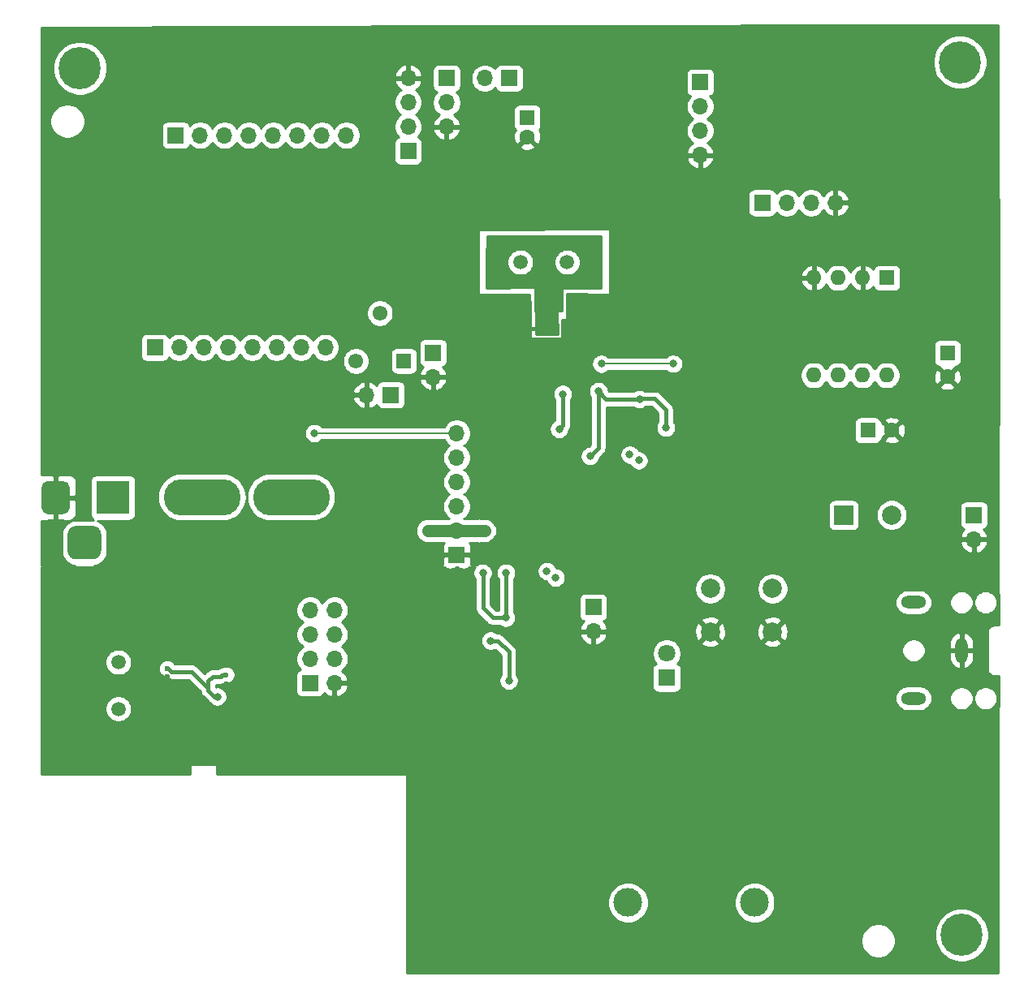
<source format=gbr>
G04 #@! TF.GenerationSoftware,KiCad,Pcbnew,(5.1.6)-1*
G04 #@! TF.CreationDate,2020-10-23T22:44:23-07:00*
G04 #@! TF.ProjectId,ReceiverCircuit,52656365-6976-4657-9243-697263756974,rev?*
G04 #@! TF.SameCoordinates,Original*
G04 #@! TF.FileFunction,Copper,L2,Bot*
G04 #@! TF.FilePolarity,Positive*
%FSLAX46Y46*%
G04 Gerber Fmt 4.6, Leading zero omitted, Abs format (unit mm)*
G04 Created by KiCad (PCBNEW (5.1.6)-1) date 2020-10-23 22:44:23*
%MOMM*%
%LPD*%
G01*
G04 APERTURE LIST*
G04 #@! TA.AperFunction,ComponentPad*
%ADD10C,4.400000*%
G04 #@! TD*
G04 #@! TA.AperFunction,ComponentPad*
%ADD11O,1.700000X1.700000*%
G04 #@! TD*
G04 #@! TA.AperFunction,ComponentPad*
%ADD12R,1.700000X1.700000*%
G04 #@! TD*
G04 #@! TA.AperFunction,ComponentPad*
%ADD13O,1.600000X1.600000*%
G04 #@! TD*
G04 #@! TA.AperFunction,ComponentPad*
%ADD14R,1.600000X1.600000*%
G04 #@! TD*
G04 #@! TA.AperFunction,ComponentPad*
%ADD15O,1.308000X2.616000*%
G04 #@! TD*
G04 #@! TA.AperFunction,ComponentPad*
%ADD16O,2.616000X1.308000*%
G04 #@! TD*
G04 #@! TA.AperFunction,ComponentPad*
%ADD17C,2.000000*%
G04 #@! TD*
G04 #@! TA.AperFunction,ComponentPad*
%ADD18R,2.000000X2.000000*%
G04 #@! TD*
G04 #@! TA.AperFunction,ComponentPad*
%ADD19C,1.600000*%
G04 #@! TD*
G04 #@! TA.AperFunction,ComponentPad*
%ADD20C,3.000000*%
G04 #@! TD*
G04 #@! TA.AperFunction,ComponentPad*
%ADD21O,8.000000X3.800000*%
G04 #@! TD*
G04 #@! TA.AperFunction,ComponentPad*
%ADD22R,3.500000X3.500000*%
G04 #@! TD*
G04 #@! TA.AperFunction,ComponentPad*
%ADD23C,1.500000*%
G04 #@! TD*
G04 #@! TA.AperFunction,ComponentPad*
%ADD24R,1.800000X1.800000*%
G04 #@! TD*
G04 #@! TA.AperFunction,ComponentPad*
%ADD25C,1.800000*%
G04 #@! TD*
G04 #@! TA.AperFunction,ComponentPad*
%ADD26C,1.550000*%
G04 #@! TD*
G04 #@! TA.AperFunction,ComponentPad*
%ADD27R,1.550000X1.550000*%
G04 #@! TD*
G04 #@! TA.AperFunction,ViaPad*
%ADD28C,0.800000*%
G04 #@! TD*
G04 #@! TA.AperFunction,ViaPad*
%ADD29C,0.599999*%
G04 #@! TD*
G04 #@! TA.AperFunction,Conductor*
%ADD30C,0.381000*%
G04 #@! TD*
G04 #@! TA.AperFunction,Conductor*
%ADD31C,1.270000*%
G04 #@! TD*
G04 #@! TA.AperFunction,Conductor*
%ADD32C,0.152400*%
G04 #@! TD*
G04 #@! TA.AperFunction,Conductor*
%ADD33C,0.254000*%
G04 #@! TD*
G04 APERTURE END LIST*
D10*
X198960740Y-147228560D03*
X107027980Y-56796940D03*
X198775320Y-56167020D03*
D11*
X136908540Y-90873580D03*
D12*
X139448540Y-90873580D03*
X160561020Y-113022380D03*
D11*
X160561020Y-115562380D03*
X146309080Y-94881700D03*
X146309080Y-97421700D03*
X146309080Y-99961700D03*
X146309080Y-102501700D03*
X146309080Y-105041700D03*
D12*
X146309080Y-107581700D03*
D11*
X133563360Y-113332260D03*
X131023360Y-113332260D03*
X133563360Y-115872260D03*
X131023360Y-115872260D03*
X133563360Y-118412260D03*
X131023360Y-118412260D03*
X133563360Y-120952260D03*
D12*
X131023360Y-120952260D03*
D13*
X191168020Y-88831420D03*
X183548020Y-78671420D03*
X188628020Y-88831420D03*
X186088020Y-78671420D03*
X186088020Y-88831420D03*
X188628020Y-78671420D03*
X183548020Y-88831420D03*
D14*
X191168020Y-78671420D03*
D15*
X198945500Y-117538500D03*
D16*
X193945500Y-112538500D03*
X193945500Y-122538500D03*
D11*
X200248520Y-105963720D03*
D12*
X200248520Y-103423720D03*
D17*
X191664600Y-103418640D03*
D18*
X186664600Y-103418640D03*
D19*
X197477380Y-88999700D03*
D14*
X197477380Y-86499700D03*
D19*
X191679200Y-94579440D03*
D14*
X189179200Y-94579440D03*
D11*
X134802880Y-63784480D03*
X132262880Y-63784480D03*
X129722880Y-63784480D03*
X127182880Y-63784480D03*
X124642880Y-63784480D03*
X122102880Y-63784480D03*
X119562880Y-63784480D03*
D12*
X117022880Y-63784480D03*
D11*
X132610860Y-85930740D03*
X130070860Y-85930740D03*
X127530860Y-85930740D03*
X124990860Y-85930740D03*
X122450860Y-85930740D03*
X119910860Y-85930740D03*
X117370860Y-85930740D03*
D12*
X114830860Y-85930740D03*
D17*
X179242860Y-111099600D03*
X179242860Y-115599600D03*
X172742860Y-111099600D03*
X172742860Y-115599600D03*
D11*
X141249400Y-57810400D03*
X141249400Y-60350400D03*
X141249400Y-62890400D03*
D12*
X141249400Y-65430400D03*
D11*
X171704000Y-65862200D03*
X171704000Y-63322200D03*
X171704000Y-60782200D03*
D12*
X171704000Y-58242200D03*
D19*
X153670000Y-63957200D03*
D14*
X153670000Y-61957200D03*
D20*
X164174360Y-143860520D03*
X177374360Y-143860520D03*
D21*
X119750840Y-101533960D03*
X129050840Y-101533960D03*
D22*
X110490000Y-101600000D03*
G04 #@! TA.AperFunction,ComponentPad*
G36*
G01*
X102990000Y-102600000D02*
X102990000Y-100600000D01*
G75*
G02*
X103740000Y-99850000I750000J0D01*
G01*
X105240000Y-99850000D01*
G75*
G02*
X105990000Y-100600000I0J-750000D01*
G01*
X105990000Y-102600000D01*
G75*
G02*
X105240000Y-103350000I-750000J0D01*
G01*
X103740000Y-103350000D01*
G75*
G02*
X102990000Y-102600000I0J750000D01*
G01*
G37*
G04 #@! TD.AperFunction*
G04 #@! TA.AperFunction,ComponentPad*
G36*
G01*
X105740000Y-107175000D02*
X105740000Y-105425000D01*
G75*
G02*
X106615000Y-104550000I875000J0D01*
G01*
X108365000Y-104550000D01*
G75*
G02*
X109240000Y-105425000I0J-875000D01*
G01*
X109240000Y-107175000D01*
G75*
G02*
X108365000Y-108050000I-875000J0D01*
G01*
X106615000Y-108050000D01*
G75*
G02*
X105740000Y-107175000I0J875000D01*
G01*
G37*
G04 #@! TD.AperFunction*
D12*
X151790400Y-57835800D03*
D11*
X149250400Y-57835800D03*
D12*
X178175920Y-70840600D03*
D11*
X180715920Y-70840600D03*
X183255920Y-70840600D03*
X185795920Y-70840600D03*
X145262600Y-62915800D03*
X145262600Y-60375800D03*
D12*
X145262600Y-57835800D03*
D23*
X157835600Y-77028040D03*
X152955600Y-77028040D03*
X111043720Y-123650400D03*
X111043720Y-118770400D03*
D24*
X168208960Y-120406160D03*
D25*
X168208960Y-117866160D03*
D26*
X135804900Y-87345520D03*
D27*
X140804900Y-87345520D03*
D26*
X138304900Y-82345520D03*
D12*
X143855440Y-86466680D03*
D11*
X143855440Y-89006680D03*
D28*
X155867100Y-79689960D03*
X178744880Y-94985840D03*
X178734720Y-93690440D03*
X178734720Y-92466160D03*
X173319440Y-91221560D03*
X171521120Y-93731080D03*
X171175680Y-96403160D03*
X166049960Y-96301560D03*
X166049960Y-95077280D03*
X155067000Y-112522000D03*
X168275000Y-112064800D03*
X163068000Y-115869720D03*
X163334700Y-117162580D03*
X145201640Y-112943640D03*
X145214340Y-111800640D03*
X145166080Y-110683040D03*
X158716980Y-94851220D03*
X124409200Y-83497420D03*
X124383800Y-82252820D03*
X124358400Y-81059020D03*
X103378000Y-130048000D03*
X109728000Y-130048000D03*
X116078000Y-130048000D03*
X122428000Y-130048000D03*
X128778000Y-130048000D03*
X135128000Y-130048000D03*
X141478000Y-130048000D03*
X141478000Y-136398000D03*
X141478000Y-142748000D03*
X141478000Y-149098000D03*
D29*
X115036600Y-127381000D03*
X116433600Y-127762000D03*
X117475000Y-127762000D03*
X115824000Y-124002800D03*
X121412000Y-128879600D03*
X123444000Y-124536200D03*
X123444000Y-123520200D03*
X124256800Y-122682000D03*
X124129800Y-118618000D03*
X114731800Y-117602000D03*
X120370600Y-123240800D03*
X122161300Y-118859300D03*
X116128800Y-120319800D03*
X144526000Y-135458200D03*
X144526000Y-134239000D03*
X144526000Y-133045200D03*
X156580840Y-119298720D03*
X156580840Y-118104920D03*
X156580840Y-116911120D03*
X154223720Y-121645680D03*
X151282400Y-138226800D03*
X151282400Y-139496800D03*
X151282400Y-140766800D03*
X151282400Y-142036800D03*
X156768800Y-138226800D03*
X156768800Y-139496800D03*
X156768800Y-140766800D03*
X156768800Y-142036800D03*
X156768800Y-136956800D03*
X169519600Y-142494000D03*
X169519600Y-145262600D03*
X172059600Y-142494000D03*
X172059600Y-145186400D03*
D28*
X129377440Y-67955160D03*
X123027440Y-68000880D03*
X158988760Y-90789760D03*
X158170880Y-85222080D03*
X159776160Y-85227160D03*
D29*
X122339100Y-121069100D03*
D28*
X151358600Y-68046600D03*
X194487800Y-94655640D03*
X181846220Y-93797120D03*
X155971240Y-98028760D03*
X197477380Y-91965780D03*
X164152580Y-123769120D03*
X165379400Y-91313000D03*
X156997400Y-94449900D03*
X157365700Y-90782140D03*
X161076640Y-90500200D03*
X168104820Y-94310200D03*
X151424640Y-114142520D03*
X151465280Y-109428280D03*
X149042120Y-109448600D03*
X143294100Y-105041700D03*
X160218120Y-97266760D03*
X149410420Y-105036620D03*
D29*
X116128800Y-119430800D03*
D28*
X121361200Y-122377200D03*
D29*
X122275600Y-120091200D03*
D28*
X151749760Y-120690640D03*
X149839680Y-116535200D03*
X164350700Y-97111820D03*
X155717240Y-109258100D03*
X165290500Y-97713800D03*
X156618940Y-109954060D03*
X161392520Y-87629080D03*
X168879520Y-87627460D03*
X131462780Y-94881700D03*
D30*
X154881580Y-83987640D02*
X153517600Y-83987640D01*
X158170880Y-85222080D02*
X156420820Y-85222080D01*
X157358080Y-90789760D02*
X157358080Y-90789760D01*
X157368240Y-90779600D02*
X157365700Y-90782140D01*
X157365700Y-90782140D02*
X157358080Y-90789760D01*
X161102040Y-90474800D02*
X161076640Y-90500200D01*
X161889440Y-91313000D02*
X161076640Y-90500200D01*
X165379400Y-91313000D02*
X161889440Y-91313000D01*
X166979600Y-91267280D02*
X165709600Y-91267280D01*
X168104820Y-94310200D02*
X168104820Y-92392500D01*
X168104820Y-92392500D02*
X166979600Y-91267280D01*
X157365700Y-94081600D02*
X156997400Y-94449900D01*
X157365700Y-90782140D02*
X157365700Y-94081600D01*
X151444960Y-109448600D02*
X151465280Y-109428280D01*
D31*
X146309080Y-105041700D02*
X143294100Y-105041700D01*
D30*
X143294100Y-105041700D02*
X143294100Y-105041700D01*
X161076640Y-96408240D02*
X160218120Y-97266760D01*
X161076640Y-90500200D02*
X161076640Y-96408240D01*
X149227540Y-105041700D02*
X149283420Y-104985820D01*
D31*
X146309080Y-105041700D02*
X149227540Y-105041700D01*
D30*
X149047200Y-109453680D02*
X149042120Y-109448600D01*
X151424640Y-114142520D02*
X150068280Y-114142520D01*
X149042120Y-110553500D02*
X149047200Y-110548420D01*
X149047200Y-110548420D02*
X149047200Y-109453680D01*
X149042120Y-113116360D02*
X149042120Y-110553500D01*
X150068280Y-114142520D02*
X149042120Y-113116360D01*
X151465280Y-114101880D02*
X151424640Y-114142520D01*
X151465280Y-109428280D02*
X151465280Y-114101880D01*
X116128800Y-119430800D02*
X116230400Y-119430800D01*
X116230400Y-119430800D02*
X116560600Y-119761000D01*
X116560600Y-119761000D02*
X118668800Y-119761000D01*
X118668800Y-119761000D02*
X120396000Y-121488200D01*
X120396000Y-121488200D02*
X120396000Y-121716800D01*
X121056400Y-122377200D02*
X121361200Y-122377200D01*
X120396000Y-121716800D02*
X121056400Y-122377200D01*
X120396000Y-121488200D02*
X120396000Y-120726200D01*
X120853200Y-120269000D02*
X121761659Y-120269000D01*
X120396000Y-120726200D02*
X120853200Y-120269000D01*
X121851338Y-120091200D02*
X122275600Y-120091200D01*
X121761659Y-120180879D02*
X121851338Y-120091200D01*
X121761659Y-120269000D02*
X121761659Y-120180879D01*
X151749760Y-120690640D02*
X151749760Y-117703600D01*
X150581360Y-116535200D02*
X149839680Y-116535200D01*
X151749760Y-117703600D02*
X150581360Y-116535200D01*
D32*
X166547800Y-87630000D02*
X168876980Y-87630000D01*
X168876980Y-87630000D02*
X168879520Y-87627460D01*
X161392520Y-87629080D02*
X166546880Y-87629080D01*
X166546880Y-87629080D02*
X166547800Y-87630000D01*
X146309080Y-94881700D02*
X131462780Y-94881700D01*
X131462780Y-94881700D02*
X131462780Y-94881700D01*
D33*
G36*
X161381440Y-79710359D02*
G01*
X157421501Y-79712820D01*
X157396726Y-79715276D01*
X157372906Y-79722518D01*
X157350957Y-79734267D01*
X157331722Y-79750073D01*
X157315940Y-79769328D01*
X157304217Y-79791292D01*
X157297005Y-79815121D01*
X157294580Y-79839619D01*
X157290973Y-82116536D01*
X156932381Y-82111861D01*
X156907574Y-82113978D01*
X156883658Y-82120894D01*
X156861550Y-82132342D01*
X156842101Y-82147884D01*
X156826057Y-82166922D01*
X156814036Y-82188724D01*
X156806499Y-82212452D01*
X156803730Y-82239973D01*
X156824182Y-84552208D01*
X154553130Y-84541930D01*
X154523438Y-79806004D01*
X154520842Y-79781243D01*
X154513466Y-79757465D01*
X154501592Y-79735582D01*
X154485678Y-79716436D01*
X154466334Y-79700763D01*
X154444304Y-79689165D01*
X154420435Y-79682087D01*
X154395808Y-79679802D01*
X149423929Y-79704562D01*
X149441716Y-76891629D01*
X151570600Y-76891629D01*
X151570600Y-77164451D01*
X151623825Y-77432029D01*
X151728229Y-77684083D01*
X151879801Y-77910926D01*
X152072714Y-78103839D01*
X152299557Y-78255411D01*
X152551611Y-78359815D01*
X152819189Y-78413040D01*
X153092011Y-78413040D01*
X153359589Y-78359815D01*
X153611643Y-78255411D01*
X153838486Y-78103839D01*
X154031399Y-77910926D01*
X154182971Y-77684083D01*
X154287375Y-77432029D01*
X154340600Y-77164451D01*
X154340600Y-76891629D01*
X156450600Y-76891629D01*
X156450600Y-77164451D01*
X156503825Y-77432029D01*
X156608229Y-77684083D01*
X156759801Y-77910926D01*
X156952714Y-78103839D01*
X157179557Y-78255411D01*
X157431611Y-78359815D01*
X157699189Y-78413040D01*
X157972011Y-78413040D01*
X158239589Y-78359815D01*
X158491643Y-78255411D01*
X158718486Y-78103839D01*
X158911399Y-77910926D01*
X159062971Y-77684083D01*
X159167375Y-77432029D01*
X159220600Y-77164451D01*
X159220600Y-76891629D01*
X159167375Y-76624051D01*
X159062971Y-76371997D01*
X158911399Y-76145154D01*
X158718486Y-75952241D01*
X158491643Y-75800669D01*
X158239589Y-75696265D01*
X157972011Y-75643040D01*
X157699189Y-75643040D01*
X157431611Y-75696265D01*
X157179557Y-75800669D01*
X156952714Y-75952241D01*
X156759801Y-76145154D01*
X156608229Y-76371997D01*
X156503825Y-76624051D01*
X156450600Y-76891629D01*
X154340600Y-76891629D01*
X154287375Y-76624051D01*
X154182971Y-76371997D01*
X154031399Y-76145154D01*
X153838486Y-75952241D01*
X153611643Y-75800669D01*
X153359589Y-75696265D01*
X153092011Y-75643040D01*
X152819189Y-75643040D01*
X152551611Y-75696265D01*
X152299557Y-75800669D01*
X152072714Y-75952241D01*
X151879801Y-76145154D01*
X151728229Y-76371997D01*
X151623825Y-76624051D01*
X151570600Y-76891629D01*
X149441716Y-76891629D01*
X149457848Y-74340640D01*
X161381440Y-74330666D01*
X161381440Y-79710359D01*
G37*
X161381440Y-79710359D02*
X157421501Y-79712820D01*
X157396726Y-79715276D01*
X157372906Y-79722518D01*
X157350957Y-79734267D01*
X157331722Y-79750073D01*
X157315940Y-79769328D01*
X157304217Y-79791292D01*
X157297005Y-79815121D01*
X157294580Y-79839619D01*
X157290973Y-82116536D01*
X156932381Y-82111861D01*
X156907574Y-82113978D01*
X156883658Y-82120894D01*
X156861550Y-82132342D01*
X156842101Y-82147884D01*
X156826057Y-82166922D01*
X156814036Y-82188724D01*
X156806499Y-82212452D01*
X156803730Y-82239973D01*
X156824182Y-84552208D01*
X154553130Y-84541930D01*
X154523438Y-79806004D01*
X154520842Y-79781243D01*
X154513466Y-79757465D01*
X154501592Y-79735582D01*
X154485678Y-79716436D01*
X154466334Y-79700763D01*
X154444304Y-79689165D01*
X154420435Y-79682087D01*
X154395808Y-79679802D01*
X149423929Y-79704562D01*
X149441716Y-76891629D01*
X151570600Y-76891629D01*
X151570600Y-77164451D01*
X151623825Y-77432029D01*
X151728229Y-77684083D01*
X151879801Y-77910926D01*
X152072714Y-78103839D01*
X152299557Y-78255411D01*
X152551611Y-78359815D01*
X152819189Y-78413040D01*
X153092011Y-78413040D01*
X153359589Y-78359815D01*
X153611643Y-78255411D01*
X153838486Y-78103839D01*
X154031399Y-77910926D01*
X154182971Y-77684083D01*
X154287375Y-77432029D01*
X154340600Y-77164451D01*
X154340600Y-76891629D01*
X156450600Y-76891629D01*
X156450600Y-77164451D01*
X156503825Y-77432029D01*
X156608229Y-77684083D01*
X156759801Y-77910926D01*
X156952714Y-78103839D01*
X157179557Y-78255411D01*
X157431611Y-78359815D01*
X157699189Y-78413040D01*
X157972011Y-78413040D01*
X158239589Y-78359815D01*
X158491643Y-78255411D01*
X158718486Y-78103839D01*
X158911399Y-77910926D01*
X159062971Y-77684083D01*
X159167375Y-77432029D01*
X159220600Y-77164451D01*
X159220600Y-76891629D01*
X159167375Y-76624051D01*
X159062971Y-76371997D01*
X158911399Y-76145154D01*
X158718486Y-75952241D01*
X158491643Y-75800669D01*
X158239589Y-75696265D01*
X157972011Y-75643040D01*
X157699189Y-75643040D01*
X157431611Y-75696265D01*
X157179557Y-75800669D01*
X156952714Y-75952241D01*
X156759801Y-76145154D01*
X156608229Y-76371997D01*
X156503825Y-76624051D01*
X156450600Y-76891629D01*
X154340600Y-76891629D01*
X154287375Y-76624051D01*
X154182971Y-76371997D01*
X154031399Y-76145154D01*
X153838486Y-75952241D01*
X153611643Y-75800669D01*
X153359589Y-75696265D01*
X153092011Y-75643040D01*
X152819189Y-75643040D01*
X152551611Y-75696265D01*
X152299557Y-75800669D01*
X152072714Y-75952241D01*
X151879801Y-76145154D01*
X151728229Y-76371997D01*
X151623825Y-76624051D01*
X151570600Y-76891629D01*
X149441716Y-76891629D01*
X149457848Y-74340640D01*
X161381440Y-74330666D01*
X161381440Y-79710359D01*
G36*
X148610923Y-56493328D02*
G01*
X148546989Y-56519810D01*
X148303768Y-56682325D01*
X148096925Y-56889168D01*
X147934410Y-57132389D01*
X147822468Y-57402642D01*
X147765400Y-57689540D01*
X147765400Y-57982060D01*
X147822468Y-58268958D01*
X147934410Y-58539211D01*
X148096925Y-58782432D01*
X148303768Y-58989275D01*
X148546989Y-59151790D01*
X148606849Y-59176585D01*
X148539135Y-103771700D01*
X147081320Y-103771700D01*
X147255712Y-103655175D01*
X147462555Y-103448332D01*
X147625070Y-103205111D01*
X147737012Y-102934858D01*
X147794080Y-102647960D01*
X147794080Y-102355440D01*
X147737012Y-102068542D01*
X147625070Y-101798289D01*
X147462555Y-101555068D01*
X147255712Y-101348225D01*
X147081320Y-101231700D01*
X147255712Y-101115175D01*
X147462555Y-100908332D01*
X147625070Y-100665111D01*
X147737012Y-100394858D01*
X147794080Y-100107960D01*
X147794080Y-99815440D01*
X147737012Y-99528542D01*
X147625070Y-99258289D01*
X147462555Y-99015068D01*
X147255712Y-98808225D01*
X147081320Y-98691700D01*
X147255712Y-98575175D01*
X147462555Y-98368332D01*
X147625070Y-98125111D01*
X147737012Y-97854858D01*
X147794080Y-97567960D01*
X147794080Y-97275440D01*
X147737012Y-96988542D01*
X147625070Y-96718289D01*
X147462555Y-96475068D01*
X147255712Y-96268225D01*
X147081320Y-96151700D01*
X147255712Y-96035175D01*
X147462555Y-95828332D01*
X147625070Y-95585111D01*
X147737012Y-95314858D01*
X147794080Y-95027960D01*
X147794080Y-94735440D01*
X147737012Y-94448542D01*
X147625070Y-94178289D01*
X147462555Y-93935068D01*
X147255712Y-93728225D01*
X147012491Y-93565710D01*
X146742238Y-93453768D01*
X146455340Y-93396700D01*
X146162820Y-93396700D01*
X145875922Y-93453768D01*
X145605669Y-93565710D01*
X145362448Y-93728225D01*
X145155605Y-93935068D01*
X144998294Y-94170500D01*
X132215291Y-94170500D01*
X132122554Y-94077763D01*
X131953036Y-93964495D01*
X131764678Y-93886474D01*
X131564719Y-93846700D01*
X131360841Y-93846700D01*
X131160882Y-93886474D01*
X130972524Y-93964495D01*
X130803006Y-94077763D01*
X130658843Y-94221926D01*
X130545575Y-94391444D01*
X130467554Y-94579802D01*
X130427780Y-94779761D01*
X130427780Y-94983639D01*
X130467554Y-95183598D01*
X130545575Y-95371956D01*
X130658843Y-95541474D01*
X130803006Y-95685637D01*
X130972524Y-95798905D01*
X131160882Y-95876926D01*
X131360841Y-95916700D01*
X131564719Y-95916700D01*
X131764678Y-95876926D01*
X131953036Y-95798905D01*
X132122554Y-95685637D01*
X132215291Y-95592900D01*
X144998294Y-95592900D01*
X145155605Y-95828332D01*
X145362448Y-96035175D01*
X145536840Y-96151700D01*
X145362448Y-96268225D01*
X145155605Y-96475068D01*
X144993090Y-96718289D01*
X144881148Y-96988542D01*
X144824080Y-97275440D01*
X144824080Y-97567960D01*
X144881148Y-97854858D01*
X144993090Y-98125111D01*
X145155605Y-98368332D01*
X145362448Y-98575175D01*
X145536840Y-98691700D01*
X145362448Y-98808225D01*
X145155605Y-99015068D01*
X144993090Y-99258289D01*
X144881148Y-99528542D01*
X144824080Y-99815440D01*
X144824080Y-100107960D01*
X144881148Y-100394858D01*
X144993090Y-100665111D01*
X145155605Y-100908332D01*
X145362448Y-101115175D01*
X145536840Y-101231700D01*
X145362448Y-101348225D01*
X145155605Y-101555068D01*
X144993090Y-101798289D01*
X144881148Y-102068542D01*
X144824080Y-102355440D01*
X144824080Y-102647960D01*
X144881148Y-102934858D01*
X144993090Y-103205111D01*
X145155605Y-103448332D01*
X145362448Y-103655175D01*
X145536840Y-103771700D01*
X143231720Y-103771700D01*
X143045137Y-103790077D01*
X142805741Y-103862697D01*
X142585112Y-103980625D01*
X142391730Y-104139330D01*
X142233025Y-104332712D01*
X142115097Y-104553341D01*
X142042477Y-104792737D01*
X142017956Y-105041700D01*
X142042477Y-105290663D01*
X142115097Y-105530059D01*
X142233025Y-105750688D01*
X142391730Y-105944070D01*
X142585112Y-106102775D01*
X142805741Y-106220703D01*
X143045137Y-106293323D01*
X143231720Y-106311700D01*
X144982302Y-106311700D01*
X144928543Y-106377206D01*
X144869578Y-106487520D01*
X144833268Y-106607218D01*
X144821008Y-106731700D01*
X144824080Y-107295950D01*
X144982830Y-107454700D01*
X146182080Y-107454700D01*
X146182080Y-107434700D01*
X146436080Y-107434700D01*
X146436080Y-107454700D01*
X147635330Y-107454700D01*
X147794080Y-107295950D01*
X147797152Y-106731700D01*
X147784892Y-106607218D01*
X147748582Y-106487520D01*
X147689617Y-106377206D01*
X147635858Y-106311700D01*
X148535278Y-106311700D01*
X148531887Y-108544743D01*
X148417950Y-108620874D01*
X147765010Y-108621726D01*
X147784892Y-108556182D01*
X147797152Y-108431700D01*
X147794080Y-107867450D01*
X147635330Y-107708700D01*
X146436080Y-107708700D01*
X146436080Y-107728700D01*
X146182080Y-107728700D01*
X146182080Y-107708700D01*
X144982830Y-107708700D01*
X144824080Y-107867450D01*
X144821008Y-108431700D01*
X144833268Y-108556182D01*
X144854303Y-108625525D01*
X108518559Y-108672948D01*
X108660186Y-108658999D01*
X108944028Y-108572896D01*
X109205618Y-108433073D01*
X109434903Y-108244903D01*
X109623073Y-108015618D01*
X109762896Y-107754028D01*
X109848999Y-107470186D01*
X109878072Y-107175000D01*
X109878072Y-105425000D01*
X109848999Y-105129814D01*
X109762896Y-104845972D01*
X109623073Y-104584382D01*
X109434903Y-104355097D01*
X109205618Y-104166927D01*
X108944028Y-104027104D01*
X108815357Y-103988072D01*
X112240000Y-103988072D01*
X112364482Y-103975812D01*
X112484180Y-103939502D01*
X112594494Y-103880537D01*
X112691185Y-103801185D01*
X112770537Y-103704494D01*
X112829502Y-103594180D01*
X112865812Y-103474482D01*
X112878072Y-103350000D01*
X112878072Y-101533960D01*
X115103575Y-101533960D01*
X115152520Y-102030907D01*
X115297474Y-102508756D01*
X115532867Y-102949145D01*
X115849652Y-103335148D01*
X116235655Y-103651933D01*
X116676044Y-103887326D01*
X117153893Y-104032280D01*
X117526311Y-104068960D01*
X121975369Y-104068960D01*
X122347787Y-104032280D01*
X122825636Y-103887326D01*
X123266025Y-103651933D01*
X123652028Y-103335148D01*
X123968813Y-102949145D01*
X124204206Y-102508756D01*
X124349160Y-102030907D01*
X124398105Y-101533960D01*
X124403575Y-101533960D01*
X124452520Y-102030907D01*
X124597474Y-102508756D01*
X124832867Y-102949145D01*
X125149652Y-103335148D01*
X125535655Y-103651933D01*
X125976044Y-103887326D01*
X126453893Y-104032280D01*
X126826311Y-104068960D01*
X131275369Y-104068960D01*
X131647787Y-104032280D01*
X132125636Y-103887326D01*
X132566025Y-103651933D01*
X132952028Y-103335148D01*
X133268813Y-102949145D01*
X133504206Y-102508756D01*
X133649160Y-102030907D01*
X133698105Y-101533960D01*
X133649160Y-101037013D01*
X133504206Y-100559164D01*
X133268813Y-100118775D01*
X132952028Y-99732772D01*
X132566025Y-99415987D01*
X132125636Y-99180594D01*
X131647787Y-99035640D01*
X131275369Y-98998960D01*
X126826311Y-98998960D01*
X126453893Y-99035640D01*
X125976044Y-99180594D01*
X125535655Y-99415987D01*
X125149652Y-99732772D01*
X124832867Y-100118775D01*
X124597474Y-100559164D01*
X124452520Y-101037013D01*
X124403575Y-101533960D01*
X124398105Y-101533960D01*
X124349160Y-101037013D01*
X124204206Y-100559164D01*
X123968813Y-100118775D01*
X123652028Y-99732772D01*
X123266025Y-99415987D01*
X122825636Y-99180594D01*
X122347787Y-99035640D01*
X121975369Y-98998960D01*
X117526311Y-98998960D01*
X117153893Y-99035640D01*
X116676044Y-99180594D01*
X116235655Y-99415987D01*
X115849652Y-99732772D01*
X115532867Y-100118775D01*
X115297474Y-100559164D01*
X115152520Y-101037013D01*
X115103575Y-101533960D01*
X112878072Y-101533960D01*
X112878072Y-99850000D01*
X112865812Y-99725518D01*
X112829502Y-99605820D01*
X112770537Y-99495506D01*
X112691185Y-99398815D01*
X112594494Y-99319463D01*
X112484180Y-99260498D01*
X112364482Y-99224188D01*
X112240000Y-99211928D01*
X108740000Y-99211928D01*
X108615518Y-99224188D01*
X108495820Y-99260498D01*
X108385506Y-99319463D01*
X108288815Y-99398815D01*
X108209463Y-99495506D01*
X108150498Y-99605820D01*
X108114188Y-99725518D01*
X108101928Y-99850000D01*
X108101928Y-103350000D01*
X108114188Y-103474482D01*
X108150498Y-103594180D01*
X108209463Y-103704494D01*
X108288815Y-103801185D01*
X108385506Y-103880537D01*
X108462131Y-103921494D01*
X108365000Y-103911928D01*
X106615000Y-103911928D01*
X106319814Y-103941001D01*
X106035972Y-104027104D01*
X105774382Y-104166927D01*
X105545097Y-104355097D01*
X105356927Y-104584382D01*
X105217104Y-104845972D01*
X105131001Y-105129814D01*
X105101928Y-105425000D01*
X105101928Y-107175000D01*
X105131001Y-107470186D01*
X105217104Y-107754028D01*
X105356927Y-108015618D01*
X105545097Y-108244903D01*
X105774382Y-108433073D01*
X106035972Y-108572896D01*
X106319814Y-108658999D01*
X106488345Y-108675598D01*
X103047000Y-108680089D01*
X103047000Y-103987928D01*
X104204250Y-103985000D01*
X104363000Y-103826250D01*
X104363000Y-101727000D01*
X104617000Y-101727000D01*
X104617000Y-103826250D01*
X104775750Y-103985000D01*
X105990000Y-103988072D01*
X106114482Y-103975812D01*
X106234180Y-103939502D01*
X106344494Y-103880537D01*
X106441185Y-103801185D01*
X106520537Y-103704494D01*
X106579502Y-103594180D01*
X106615812Y-103474482D01*
X106628072Y-103350000D01*
X106625000Y-101885750D01*
X106466250Y-101727000D01*
X104617000Y-101727000D01*
X104363000Y-101727000D01*
X104343000Y-101727000D01*
X104343000Y-101473000D01*
X104363000Y-101473000D01*
X104363000Y-99373750D01*
X104617000Y-99373750D01*
X104617000Y-101473000D01*
X106466250Y-101473000D01*
X106625000Y-101314250D01*
X106628072Y-99850000D01*
X106615812Y-99725518D01*
X106579502Y-99605820D01*
X106520537Y-99495506D01*
X106441185Y-99398815D01*
X106344494Y-99319463D01*
X106234180Y-99260498D01*
X106114482Y-99224188D01*
X105990000Y-99211928D01*
X104775750Y-99215000D01*
X104617000Y-99373750D01*
X104363000Y-99373750D01*
X104204250Y-99215000D01*
X103047000Y-99212072D01*
X103047000Y-91230471D01*
X135467059Y-91230471D01*
X135564383Y-91504832D01*
X135713362Y-91754935D01*
X135908271Y-91971168D01*
X136141620Y-92145221D01*
X136404441Y-92270405D01*
X136551650Y-92315056D01*
X136781540Y-92193735D01*
X136781540Y-91000580D01*
X135587726Y-91000580D01*
X135467059Y-91230471D01*
X103047000Y-91230471D01*
X103047000Y-90516689D01*
X135467059Y-90516689D01*
X135587726Y-90746580D01*
X136781540Y-90746580D01*
X136781540Y-89553425D01*
X137035540Y-89553425D01*
X137035540Y-90746580D01*
X137055540Y-90746580D01*
X137055540Y-91000580D01*
X137035540Y-91000580D01*
X137035540Y-92193735D01*
X137265430Y-92315056D01*
X137412639Y-92270405D01*
X137675460Y-92145221D01*
X137908809Y-91971168D01*
X137984574Y-91887114D01*
X138009038Y-91967760D01*
X138068003Y-92078074D01*
X138147355Y-92174765D01*
X138244046Y-92254117D01*
X138354360Y-92313082D01*
X138474058Y-92349392D01*
X138598540Y-92361652D01*
X140298540Y-92361652D01*
X140423022Y-92349392D01*
X140542720Y-92313082D01*
X140653034Y-92254117D01*
X140749725Y-92174765D01*
X140829077Y-92078074D01*
X140888042Y-91967760D01*
X140924352Y-91848062D01*
X140936612Y-91723580D01*
X140936612Y-90023580D01*
X140924352Y-89899098D01*
X140888042Y-89779400D01*
X140829077Y-89669086D01*
X140749725Y-89572395D01*
X140653034Y-89493043D01*
X140542720Y-89434078D01*
X140423022Y-89397768D01*
X140298540Y-89385508D01*
X138598540Y-89385508D01*
X138474058Y-89397768D01*
X138354360Y-89434078D01*
X138244046Y-89493043D01*
X138147355Y-89572395D01*
X138068003Y-89669086D01*
X138009038Y-89779400D01*
X137984574Y-89860046D01*
X137908809Y-89775992D01*
X137675460Y-89601939D01*
X137412639Y-89476755D01*
X137265430Y-89432104D01*
X137035540Y-89553425D01*
X136781540Y-89553425D01*
X136551650Y-89432104D01*
X136404441Y-89476755D01*
X136141620Y-89601939D01*
X135908271Y-89775992D01*
X135713362Y-89992225D01*
X135564383Y-90242328D01*
X135467059Y-90516689D01*
X103047000Y-90516689D01*
X103047000Y-89363570D01*
X142413964Y-89363570D01*
X142458615Y-89510779D01*
X142583799Y-89773600D01*
X142757852Y-90006949D01*
X142974085Y-90201858D01*
X143224188Y-90350837D01*
X143498549Y-90448161D01*
X143728440Y-90327494D01*
X143728440Y-89133680D01*
X143982440Y-89133680D01*
X143982440Y-90327494D01*
X144212331Y-90448161D01*
X144486692Y-90350837D01*
X144736795Y-90201858D01*
X144953028Y-90006949D01*
X145127081Y-89773600D01*
X145252265Y-89510779D01*
X145296916Y-89363570D01*
X145175595Y-89133680D01*
X143982440Y-89133680D01*
X143728440Y-89133680D01*
X142535285Y-89133680D01*
X142413964Y-89363570D01*
X103047000Y-89363570D01*
X103047000Y-85080740D01*
X113342788Y-85080740D01*
X113342788Y-86780740D01*
X113355048Y-86905222D01*
X113391358Y-87024920D01*
X113450323Y-87135234D01*
X113529675Y-87231925D01*
X113626366Y-87311277D01*
X113736680Y-87370242D01*
X113856378Y-87406552D01*
X113980860Y-87418812D01*
X115680860Y-87418812D01*
X115805342Y-87406552D01*
X115925040Y-87370242D01*
X116035354Y-87311277D01*
X116132045Y-87231925D01*
X116211397Y-87135234D01*
X116270362Y-87024920D01*
X116292373Y-86952360D01*
X116424228Y-87084215D01*
X116667449Y-87246730D01*
X116937702Y-87358672D01*
X117224600Y-87415740D01*
X117517120Y-87415740D01*
X117804018Y-87358672D01*
X118074271Y-87246730D01*
X118317492Y-87084215D01*
X118524335Y-86877372D01*
X118640860Y-86702980D01*
X118757385Y-86877372D01*
X118964228Y-87084215D01*
X119207449Y-87246730D01*
X119477702Y-87358672D01*
X119764600Y-87415740D01*
X120057120Y-87415740D01*
X120344018Y-87358672D01*
X120614271Y-87246730D01*
X120857492Y-87084215D01*
X121064335Y-86877372D01*
X121180860Y-86702980D01*
X121297385Y-86877372D01*
X121504228Y-87084215D01*
X121747449Y-87246730D01*
X122017702Y-87358672D01*
X122304600Y-87415740D01*
X122597120Y-87415740D01*
X122884018Y-87358672D01*
X123154271Y-87246730D01*
X123397492Y-87084215D01*
X123604335Y-86877372D01*
X123720860Y-86702980D01*
X123837385Y-86877372D01*
X124044228Y-87084215D01*
X124287449Y-87246730D01*
X124557702Y-87358672D01*
X124844600Y-87415740D01*
X125137120Y-87415740D01*
X125424018Y-87358672D01*
X125694271Y-87246730D01*
X125937492Y-87084215D01*
X126144335Y-86877372D01*
X126260860Y-86702980D01*
X126377385Y-86877372D01*
X126584228Y-87084215D01*
X126827449Y-87246730D01*
X127097702Y-87358672D01*
X127384600Y-87415740D01*
X127677120Y-87415740D01*
X127964018Y-87358672D01*
X128234271Y-87246730D01*
X128477492Y-87084215D01*
X128684335Y-86877372D01*
X128800860Y-86702980D01*
X128917385Y-86877372D01*
X129124228Y-87084215D01*
X129367449Y-87246730D01*
X129637702Y-87358672D01*
X129924600Y-87415740D01*
X130217120Y-87415740D01*
X130504018Y-87358672D01*
X130774271Y-87246730D01*
X131017492Y-87084215D01*
X131224335Y-86877372D01*
X131340860Y-86702980D01*
X131457385Y-86877372D01*
X131664228Y-87084215D01*
X131907449Y-87246730D01*
X132177702Y-87358672D01*
X132464600Y-87415740D01*
X132757120Y-87415740D01*
X133044018Y-87358672D01*
X133314271Y-87246730D01*
X133374259Y-87206647D01*
X134394900Y-87206647D01*
X134394900Y-87484393D01*
X134449086Y-87756802D01*
X134555375Y-88013405D01*
X134709682Y-88244342D01*
X134906078Y-88440738D01*
X135137015Y-88595045D01*
X135393618Y-88701334D01*
X135666027Y-88755520D01*
X135943773Y-88755520D01*
X136216182Y-88701334D01*
X136472785Y-88595045D01*
X136703722Y-88440738D01*
X136900118Y-88244342D01*
X137054425Y-88013405D01*
X137160714Y-87756802D01*
X137214900Y-87484393D01*
X137214900Y-87206647D01*
X137160714Y-86934238D01*
X137054425Y-86677635D01*
X136982854Y-86570520D01*
X139391828Y-86570520D01*
X139391828Y-88120520D01*
X139404088Y-88245002D01*
X139440398Y-88364700D01*
X139499363Y-88475014D01*
X139578715Y-88571705D01*
X139675406Y-88651057D01*
X139785720Y-88710022D01*
X139905418Y-88746332D01*
X140029900Y-88758592D01*
X141579900Y-88758592D01*
X141704382Y-88746332D01*
X141824080Y-88710022D01*
X141934394Y-88651057D01*
X142031085Y-88571705D01*
X142110437Y-88475014D01*
X142169402Y-88364700D01*
X142205712Y-88245002D01*
X142217972Y-88120520D01*
X142217972Y-86570520D01*
X142205712Y-86446038D01*
X142169402Y-86326340D01*
X142110437Y-86216026D01*
X142031085Y-86119335D01*
X141934394Y-86039983D01*
X141824080Y-85981018D01*
X141704382Y-85944708D01*
X141579900Y-85932448D01*
X140029900Y-85932448D01*
X139905418Y-85944708D01*
X139785720Y-85981018D01*
X139675406Y-86039983D01*
X139578715Y-86119335D01*
X139499363Y-86216026D01*
X139440398Y-86326340D01*
X139404088Y-86446038D01*
X139391828Y-86570520D01*
X136982854Y-86570520D01*
X136900118Y-86446698D01*
X136703722Y-86250302D01*
X136472785Y-86095995D01*
X136216182Y-85989706D01*
X135943773Y-85935520D01*
X135666027Y-85935520D01*
X135393618Y-85989706D01*
X135137015Y-86095995D01*
X134906078Y-86250302D01*
X134709682Y-86446698D01*
X134555375Y-86677635D01*
X134449086Y-86934238D01*
X134394900Y-87206647D01*
X133374259Y-87206647D01*
X133557492Y-87084215D01*
X133764335Y-86877372D01*
X133926850Y-86634151D01*
X134038792Y-86363898D01*
X134095860Y-86077000D01*
X134095860Y-85784480D01*
X134062483Y-85616680D01*
X142367368Y-85616680D01*
X142367368Y-87316680D01*
X142379628Y-87441162D01*
X142415938Y-87560860D01*
X142474903Y-87671174D01*
X142554255Y-87767865D01*
X142650946Y-87847217D01*
X142761260Y-87906182D01*
X142841906Y-87930646D01*
X142757852Y-88006411D01*
X142583799Y-88239760D01*
X142458615Y-88502581D01*
X142413964Y-88649790D01*
X142535285Y-88879680D01*
X143728440Y-88879680D01*
X143728440Y-88859680D01*
X143982440Y-88859680D01*
X143982440Y-88879680D01*
X145175595Y-88879680D01*
X145296916Y-88649790D01*
X145252265Y-88502581D01*
X145127081Y-88239760D01*
X144953028Y-88006411D01*
X144868974Y-87930646D01*
X144949620Y-87906182D01*
X145059934Y-87847217D01*
X145156625Y-87767865D01*
X145235977Y-87671174D01*
X145294942Y-87560860D01*
X145331252Y-87441162D01*
X145343512Y-87316680D01*
X145343512Y-85616680D01*
X145331252Y-85492198D01*
X145294942Y-85372500D01*
X145235977Y-85262186D01*
X145156625Y-85165495D01*
X145059934Y-85086143D01*
X144949620Y-85027178D01*
X144829922Y-84990868D01*
X144705440Y-84978608D01*
X143005440Y-84978608D01*
X142880958Y-84990868D01*
X142761260Y-85027178D01*
X142650946Y-85086143D01*
X142554255Y-85165495D01*
X142474903Y-85262186D01*
X142415938Y-85372500D01*
X142379628Y-85492198D01*
X142367368Y-85616680D01*
X134062483Y-85616680D01*
X134038792Y-85497582D01*
X133926850Y-85227329D01*
X133764335Y-84984108D01*
X133557492Y-84777265D01*
X133314271Y-84614750D01*
X133044018Y-84502808D01*
X132757120Y-84445740D01*
X132464600Y-84445740D01*
X132177702Y-84502808D01*
X131907449Y-84614750D01*
X131664228Y-84777265D01*
X131457385Y-84984108D01*
X131340860Y-85158500D01*
X131224335Y-84984108D01*
X131017492Y-84777265D01*
X130774271Y-84614750D01*
X130504018Y-84502808D01*
X130217120Y-84445740D01*
X129924600Y-84445740D01*
X129637702Y-84502808D01*
X129367449Y-84614750D01*
X129124228Y-84777265D01*
X128917385Y-84984108D01*
X128800860Y-85158500D01*
X128684335Y-84984108D01*
X128477492Y-84777265D01*
X128234271Y-84614750D01*
X127964018Y-84502808D01*
X127677120Y-84445740D01*
X127384600Y-84445740D01*
X127097702Y-84502808D01*
X126827449Y-84614750D01*
X126584228Y-84777265D01*
X126377385Y-84984108D01*
X126260860Y-85158500D01*
X126144335Y-84984108D01*
X125937492Y-84777265D01*
X125694271Y-84614750D01*
X125424018Y-84502808D01*
X125137120Y-84445740D01*
X124844600Y-84445740D01*
X124557702Y-84502808D01*
X124287449Y-84614750D01*
X124044228Y-84777265D01*
X123837385Y-84984108D01*
X123720860Y-85158500D01*
X123604335Y-84984108D01*
X123397492Y-84777265D01*
X123154271Y-84614750D01*
X122884018Y-84502808D01*
X122597120Y-84445740D01*
X122304600Y-84445740D01*
X122017702Y-84502808D01*
X121747449Y-84614750D01*
X121504228Y-84777265D01*
X121297385Y-84984108D01*
X121180860Y-85158500D01*
X121064335Y-84984108D01*
X120857492Y-84777265D01*
X120614271Y-84614750D01*
X120344018Y-84502808D01*
X120057120Y-84445740D01*
X119764600Y-84445740D01*
X119477702Y-84502808D01*
X119207449Y-84614750D01*
X118964228Y-84777265D01*
X118757385Y-84984108D01*
X118640860Y-85158500D01*
X118524335Y-84984108D01*
X118317492Y-84777265D01*
X118074271Y-84614750D01*
X117804018Y-84502808D01*
X117517120Y-84445740D01*
X117224600Y-84445740D01*
X116937702Y-84502808D01*
X116667449Y-84614750D01*
X116424228Y-84777265D01*
X116292373Y-84909120D01*
X116270362Y-84836560D01*
X116211397Y-84726246D01*
X116132045Y-84629555D01*
X116035354Y-84550203D01*
X115925040Y-84491238D01*
X115805342Y-84454928D01*
X115680860Y-84442668D01*
X113980860Y-84442668D01*
X113856378Y-84454928D01*
X113736680Y-84491238D01*
X113626366Y-84550203D01*
X113529675Y-84629555D01*
X113450323Y-84726246D01*
X113391358Y-84836560D01*
X113355048Y-84956258D01*
X113342788Y-85080740D01*
X103047000Y-85080740D01*
X103047000Y-82206647D01*
X136894900Y-82206647D01*
X136894900Y-82484393D01*
X136949086Y-82756802D01*
X137055375Y-83013405D01*
X137209682Y-83244342D01*
X137406078Y-83440738D01*
X137637015Y-83595045D01*
X137893618Y-83701334D01*
X138166027Y-83755520D01*
X138443773Y-83755520D01*
X138716182Y-83701334D01*
X138972785Y-83595045D01*
X139203722Y-83440738D01*
X139400118Y-83244342D01*
X139554425Y-83013405D01*
X139660714Y-82756802D01*
X139714900Y-82484393D01*
X139714900Y-82206647D01*
X139660714Y-81934238D01*
X139554425Y-81677635D01*
X139400118Y-81446698D01*
X139203722Y-81250302D01*
X138972785Y-81095995D01*
X138716182Y-80989706D01*
X138443773Y-80935520D01*
X138166027Y-80935520D01*
X137893618Y-80989706D01*
X137637015Y-81095995D01*
X137406078Y-81250302D01*
X137209682Y-81446698D01*
X137055375Y-81677635D01*
X136949086Y-81934238D01*
X136894900Y-82206647D01*
X103047000Y-82206647D01*
X103047000Y-68546353D01*
X103037088Y-68445717D01*
X103022028Y-68396071D01*
X103022978Y-62144413D01*
X103901782Y-62144413D01*
X103901782Y-62503547D01*
X103971845Y-62855782D01*
X104109280Y-63187579D01*
X104308805Y-63486188D01*
X104562752Y-63740135D01*
X104861361Y-63939660D01*
X105193158Y-64077095D01*
X105545393Y-64147158D01*
X105904527Y-64147158D01*
X106256762Y-64077095D01*
X106588559Y-63939660D01*
X106887168Y-63740135D01*
X107141115Y-63486188D01*
X107340640Y-63187579D01*
X107445477Y-62934480D01*
X115534808Y-62934480D01*
X115534808Y-64634480D01*
X115547068Y-64758962D01*
X115583378Y-64878660D01*
X115642343Y-64988974D01*
X115721695Y-65085665D01*
X115818386Y-65165017D01*
X115928700Y-65223982D01*
X116048398Y-65260292D01*
X116172880Y-65272552D01*
X117872880Y-65272552D01*
X117997362Y-65260292D01*
X118117060Y-65223982D01*
X118227374Y-65165017D01*
X118324065Y-65085665D01*
X118403417Y-64988974D01*
X118462382Y-64878660D01*
X118484393Y-64806100D01*
X118616248Y-64937955D01*
X118859469Y-65100470D01*
X119129722Y-65212412D01*
X119416620Y-65269480D01*
X119709140Y-65269480D01*
X119996038Y-65212412D01*
X120266291Y-65100470D01*
X120509512Y-64937955D01*
X120716355Y-64731112D01*
X120832880Y-64556720D01*
X120949405Y-64731112D01*
X121156248Y-64937955D01*
X121399469Y-65100470D01*
X121669722Y-65212412D01*
X121956620Y-65269480D01*
X122249140Y-65269480D01*
X122536038Y-65212412D01*
X122806291Y-65100470D01*
X123049512Y-64937955D01*
X123256355Y-64731112D01*
X123372880Y-64556720D01*
X123489405Y-64731112D01*
X123696248Y-64937955D01*
X123939469Y-65100470D01*
X124209722Y-65212412D01*
X124496620Y-65269480D01*
X124789140Y-65269480D01*
X125076038Y-65212412D01*
X125346291Y-65100470D01*
X125589512Y-64937955D01*
X125796355Y-64731112D01*
X125912880Y-64556720D01*
X126029405Y-64731112D01*
X126236248Y-64937955D01*
X126479469Y-65100470D01*
X126749722Y-65212412D01*
X127036620Y-65269480D01*
X127329140Y-65269480D01*
X127616038Y-65212412D01*
X127886291Y-65100470D01*
X128129512Y-64937955D01*
X128336355Y-64731112D01*
X128452880Y-64556720D01*
X128569405Y-64731112D01*
X128776248Y-64937955D01*
X129019469Y-65100470D01*
X129289722Y-65212412D01*
X129576620Y-65269480D01*
X129869140Y-65269480D01*
X130156038Y-65212412D01*
X130426291Y-65100470D01*
X130669512Y-64937955D01*
X130876355Y-64731112D01*
X130992880Y-64556720D01*
X131109405Y-64731112D01*
X131316248Y-64937955D01*
X131559469Y-65100470D01*
X131829722Y-65212412D01*
X132116620Y-65269480D01*
X132409140Y-65269480D01*
X132696038Y-65212412D01*
X132966291Y-65100470D01*
X133209512Y-64937955D01*
X133416355Y-64731112D01*
X133532880Y-64556720D01*
X133649405Y-64731112D01*
X133856248Y-64937955D01*
X134099469Y-65100470D01*
X134369722Y-65212412D01*
X134656620Y-65269480D01*
X134949140Y-65269480D01*
X135236038Y-65212412D01*
X135506291Y-65100470D01*
X135749512Y-64937955D01*
X135956355Y-64731112D01*
X136057057Y-64580400D01*
X139761328Y-64580400D01*
X139761328Y-66280400D01*
X139773588Y-66404882D01*
X139809898Y-66524580D01*
X139868863Y-66634894D01*
X139948215Y-66731585D01*
X140044906Y-66810937D01*
X140155220Y-66869902D01*
X140274918Y-66906212D01*
X140399400Y-66918472D01*
X142099400Y-66918472D01*
X142223882Y-66906212D01*
X142343580Y-66869902D01*
X142453894Y-66810937D01*
X142550585Y-66731585D01*
X142629937Y-66634894D01*
X142688902Y-66524580D01*
X142725212Y-66404882D01*
X142737472Y-66280400D01*
X142737472Y-64580400D01*
X142725212Y-64455918D01*
X142688902Y-64336220D01*
X142629937Y-64225906D01*
X142550585Y-64129215D01*
X142453894Y-64049863D01*
X142343580Y-63990898D01*
X142271020Y-63968887D01*
X142402875Y-63837032D01*
X142565390Y-63593811D01*
X142677332Y-63323558D01*
X142687450Y-63272690D01*
X143821124Y-63272690D01*
X143865775Y-63419899D01*
X143990959Y-63682720D01*
X144165012Y-63916069D01*
X144381245Y-64110978D01*
X144631348Y-64259957D01*
X144905709Y-64357281D01*
X145135600Y-64236614D01*
X145135600Y-63042800D01*
X145389600Y-63042800D01*
X145389600Y-64236614D01*
X145619491Y-64357281D01*
X145893852Y-64259957D01*
X146143955Y-64110978D01*
X146360188Y-63916069D01*
X146534241Y-63682720D01*
X146659425Y-63419899D01*
X146704076Y-63272690D01*
X146582755Y-63042800D01*
X145389600Y-63042800D01*
X145135600Y-63042800D01*
X143942445Y-63042800D01*
X143821124Y-63272690D01*
X142687450Y-63272690D01*
X142734400Y-63036660D01*
X142734400Y-62744140D01*
X142677332Y-62457242D01*
X142565390Y-62186989D01*
X142402875Y-61943768D01*
X142196032Y-61736925D01*
X142021640Y-61620400D01*
X142196032Y-61503875D01*
X142402875Y-61297032D01*
X142565390Y-61053811D01*
X142677332Y-60783558D01*
X142734400Y-60496660D01*
X142734400Y-60204140D01*
X142677332Y-59917242D01*
X142565390Y-59646989D01*
X142402875Y-59403768D01*
X142196032Y-59196925D01*
X142013866Y-59075205D01*
X142130755Y-59005578D01*
X142346988Y-58810669D01*
X142521041Y-58577320D01*
X142646225Y-58314499D01*
X142690876Y-58167290D01*
X142569555Y-57937400D01*
X141376400Y-57937400D01*
X141376400Y-57957400D01*
X141122400Y-57957400D01*
X141122400Y-57937400D01*
X139929245Y-57937400D01*
X139807924Y-58167290D01*
X139852575Y-58314499D01*
X139977759Y-58577320D01*
X140151812Y-58810669D01*
X140368045Y-59005578D01*
X140484934Y-59075205D01*
X140302768Y-59196925D01*
X140095925Y-59403768D01*
X139933410Y-59646989D01*
X139821468Y-59917242D01*
X139764400Y-60204140D01*
X139764400Y-60496660D01*
X139821468Y-60783558D01*
X139933410Y-61053811D01*
X140095925Y-61297032D01*
X140302768Y-61503875D01*
X140477160Y-61620400D01*
X140302768Y-61736925D01*
X140095925Y-61943768D01*
X139933410Y-62186989D01*
X139821468Y-62457242D01*
X139764400Y-62744140D01*
X139764400Y-63036660D01*
X139821468Y-63323558D01*
X139933410Y-63593811D01*
X140095925Y-63837032D01*
X140227780Y-63968887D01*
X140155220Y-63990898D01*
X140044906Y-64049863D01*
X139948215Y-64129215D01*
X139868863Y-64225906D01*
X139809898Y-64336220D01*
X139773588Y-64455918D01*
X139761328Y-64580400D01*
X136057057Y-64580400D01*
X136118870Y-64487891D01*
X136230812Y-64217638D01*
X136287880Y-63930740D01*
X136287880Y-63638220D01*
X136230812Y-63351322D01*
X136118870Y-63081069D01*
X135956355Y-62837848D01*
X135749512Y-62631005D01*
X135506291Y-62468490D01*
X135236038Y-62356548D01*
X134949140Y-62299480D01*
X134656620Y-62299480D01*
X134369722Y-62356548D01*
X134099469Y-62468490D01*
X133856248Y-62631005D01*
X133649405Y-62837848D01*
X133532880Y-63012240D01*
X133416355Y-62837848D01*
X133209512Y-62631005D01*
X132966291Y-62468490D01*
X132696038Y-62356548D01*
X132409140Y-62299480D01*
X132116620Y-62299480D01*
X131829722Y-62356548D01*
X131559469Y-62468490D01*
X131316248Y-62631005D01*
X131109405Y-62837848D01*
X130992880Y-63012240D01*
X130876355Y-62837848D01*
X130669512Y-62631005D01*
X130426291Y-62468490D01*
X130156038Y-62356548D01*
X129869140Y-62299480D01*
X129576620Y-62299480D01*
X129289722Y-62356548D01*
X129019469Y-62468490D01*
X128776248Y-62631005D01*
X128569405Y-62837848D01*
X128452880Y-63012240D01*
X128336355Y-62837848D01*
X128129512Y-62631005D01*
X127886291Y-62468490D01*
X127616038Y-62356548D01*
X127329140Y-62299480D01*
X127036620Y-62299480D01*
X126749722Y-62356548D01*
X126479469Y-62468490D01*
X126236248Y-62631005D01*
X126029405Y-62837848D01*
X125912880Y-63012240D01*
X125796355Y-62837848D01*
X125589512Y-62631005D01*
X125346291Y-62468490D01*
X125076038Y-62356548D01*
X124789140Y-62299480D01*
X124496620Y-62299480D01*
X124209722Y-62356548D01*
X123939469Y-62468490D01*
X123696248Y-62631005D01*
X123489405Y-62837848D01*
X123372880Y-63012240D01*
X123256355Y-62837848D01*
X123049512Y-62631005D01*
X122806291Y-62468490D01*
X122536038Y-62356548D01*
X122249140Y-62299480D01*
X121956620Y-62299480D01*
X121669722Y-62356548D01*
X121399469Y-62468490D01*
X121156248Y-62631005D01*
X120949405Y-62837848D01*
X120832880Y-63012240D01*
X120716355Y-62837848D01*
X120509512Y-62631005D01*
X120266291Y-62468490D01*
X119996038Y-62356548D01*
X119709140Y-62299480D01*
X119416620Y-62299480D01*
X119129722Y-62356548D01*
X118859469Y-62468490D01*
X118616248Y-62631005D01*
X118484393Y-62762860D01*
X118462382Y-62690300D01*
X118403417Y-62579986D01*
X118324065Y-62483295D01*
X118227374Y-62403943D01*
X118117060Y-62344978D01*
X117997362Y-62308668D01*
X117872880Y-62296408D01*
X116172880Y-62296408D01*
X116048398Y-62308668D01*
X115928700Y-62344978D01*
X115818386Y-62403943D01*
X115721695Y-62483295D01*
X115642343Y-62579986D01*
X115583378Y-62690300D01*
X115547068Y-62809998D01*
X115534808Y-62934480D01*
X107445477Y-62934480D01*
X107478075Y-62855782D01*
X107548138Y-62503547D01*
X107548138Y-62144413D01*
X107478075Y-61792178D01*
X107340640Y-61460381D01*
X107141115Y-61161772D01*
X106887168Y-60907825D01*
X106588559Y-60708300D01*
X106256762Y-60570865D01*
X105904527Y-60500802D01*
X105545393Y-60500802D01*
X105193158Y-60570865D01*
X104861361Y-60708300D01*
X104562752Y-60907825D01*
X104308805Y-61161772D01*
X104109280Y-61460381D01*
X103971845Y-61792178D01*
X103901782Y-62144413D01*
X103022978Y-62144413D01*
X103023834Y-56517717D01*
X104192980Y-56517717D01*
X104192980Y-57076163D01*
X104301928Y-57623879D01*
X104515636Y-58139816D01*
X104825892Y-58604147D01*
X105220773Y-58999028D01*
X105685104Y-59309284D01*
X106201041Y-59522992D01*
X106748757Y-59631940D01*
X107307203Y-59631940D01*
X107854919Y-59522992D01*
X108370856Y-59309284D01*
X108835187Y-58999028D01*
X109230068Y-58604147D01*
X109540324Y-58139816D01*
X109754032Y-57623879D01*
X109787920Y-57453510D01*
X139807924Y-57453510D01*
X139929245Y-57683400D01*
X141122400Y-57683400D01*
X141122400Y-56489586D01*
X141376400Y-56489586D01*
X141376400Y-57683400D01*
X142569555Y-57683400D01*
X142690876Y-57453510D01*
X142646225Y-57306301D01*
X142521041Y-57043480D01*
X142478018Y-56985800D01*
X143774528Y-56985800D01*
X143774528Y-58685800D01*
X143786788Y-58810282D01*
X143823098Y-58929980D01*
X143882063Y-59040294D01*
X143961415Y-59136985D01*
X144058106Y-59216337D01*
X144168420Y-59275302D01*
X144240980Y-59297313D01*
X144109125Y-59429168D01*
X143946610Y-59672389D01*
X143834668Y-59942642D01*
X143777600Y-60229540D01*
X143777600Y-60522060D01*
X143834668Y-60808958D01*
X143946610Y-61079211D01*
X144109125Y-61322432D01*
X144315968Y-61529275D01*
X144498134Y-61650995D01*
X144381245Y-61720622D01*
X144165012Y-61915531D01*
X143990959Y-62148880D01*
X143865775Y-62411701D01*
X143821124Y-62558910D01*
X143942445Y-62788800D01*
X145135600Y-62788800D01*
X145135600Y-62768800D01*
X145389600Y-62768800D01*
X145389600Y-62788800D01*
X146582755Y-62788800D01*
X146704076Y-62558910D01*
X146659425Y-62411701D01*
X146534241Y-62148880D01*
X146360188Y-61915531D01*
X146143955Y-61720622D01*
X146027066Y-61650995D01*
X146209232Y-61529275D01*
X146416075Y-61322432D01*
X146578590Y-61079211D01*
X146690532Y-60808958D01*
X146747600Y-60522060D01*
X146747600Y-60229540D01*
X146690532Y-59942642D01*
X146578590Y-59672389D01*
X146416075Y-59429168D01*
X146284220Y-59297313D01*
X146356780Y-59275302D01*
X146467094Y-59216337D01*
X146563785Y-59136985D01*
X146643137Y-59040294D01*
X146702102Y-58929980D01*
X146738412Y-58810282D01*
X146750672Y-58685800D01*
X146750672Y-56985800D01*
X146738412Y-56861318D01*
X146702102Y-56741620D01*
X146643137Y-56631306D01*
X146563785Y-56534615D01*
X146467094Y-56455263D01*
X146356780Y-56396298D01*
X146237082Y-56359988D01*
X146112600Y-56347728D01*
X144412600Y-56347728D01*
X144288118Y-56359988D01*
X144168420Y-56396298D01*
X144058106Y-56455263D01*
X143961415Y-56534615D01*
X143882063Y-56631306D01*
X143823098Y-56741620D01*
X143786788Y-56861318D01*
X143774528Y-56985800D01*
X142478018Y-56985800D01*
X142346988Y-56810131D01*
X142130755Y-56615222D01*
X141880652Y-56466243D01*
X141606291Y-56368919D01*
X141376400Y-56489586D01*
X141122400Y-56489586D01*
X140892509Y-56368919D01*
X140618148Y-56466243D01*
X140368045Y-56615222D01*
X140151812Y-56810131D01*
X139977759Y-57043480D01*
X139852575Y-57306301D01*
X139807924Y-57453510D01*
X109787920Y-57453510D01*
X109862980Y-57076163D01*
X109862980Y-56517717D01*
X109754032Y-55970001D01*
X109540324Y-55454064D01*
X109230068Y-54989733D01*
X108835187Y-54594852D01*
X108370856Y-54284596D01*
X107854919Y-54070888D01*
X107307203Y-53961940D01*
X106748757Y-53961940D01*
X106201041Y-54070888D01*
X105685104Y-54284596D01*
X105220773Y-54594852D01*
X104825892Y-54989733D01*
X104515636Y-55454064D01*
X104301928Y-55970001D01*
X104192980Y-56517717D01*
X103023834Y-56517717D01*
X103024439Y-52545347D01*
X148617104Y-52422718D01*
X148610923Y-56493328D01*
G37*
X148610923Y-56493328D02*
X148546989Y-56519810D01*
X148303768Y-56682325D01*
X148096925Y-56889168D01*
X147934410Y-57132389D01*
X147822468Y-57402642D01*
X147765400Y-57689540D01*
X147765400Y-57982060D01*
X147822468Y-58268958D01*
X147934410Y-58539211D01*
X148096925Y-58782432D01*
X148303768Y-58989275D01*
X148546989Y-59151790D01*
X148606849Y-59176585D01*
X148539135Y-103771700D01*
X147081320Y-103771700D01*
X147255712Y-103655175D01*
X147462555Y-103448332D01*
X147625070Y-103205111D01*
X147737012Y-102934858D01*
X147794080Y-102647960D01*
X147794080Y-102355440D01*
X147737012Y-102068542D01*
X147625070Y-101798289D01*
X147462555Y-101555068D01*
X147255712Y-101348225D01*
X147081320Y-101231700D01*
X147255712Y-101115175D01*
X147462555Y-100908332D01*
X147625070Y-100665111D01*
X147737012Y-100394858D01*
X147794080Y-100107960D01*
X147794080Y-99815440D01*
X147737012Y-99528542D01*
X147625070Y-99258289D01*
X147462555Y-99015068D01*
X147255712Y-98808225D01*
X147081320Y-98691700D01*
X147255712Y-98575175D01*
X147462555Y-98368332D01*
X147625070Y-98125111D01*
X147737012Y-97854858D01*
X147794080Y-97567960D01*
X147794080Y-97275440D01*
X147737012Y-96988542D01*
X147625070Y-96718289D01*
X147462555Y-96475068D01*
X147255712Y-96268225D01*
X147081320Y-96151700D01*
X147255712Y-96035175D01*
X147462555Y-95828332D01*
X147625070Y-95585111D01*
X147737012Y-95314858D01*
X147794080Y-95027960D01*
X147794080Y-94735440D01*
X147737012Y-94448542D01*
X147625070Y-94178289D01*
X147462555Y-93935068D01*
X147255712Y-93728225D01*
X147012491Y-93565710D01*
X146742238Y-93453768D01*
X146455340Y-93396700D01*
X146162820Y-93396700D01*
X145875922Y-93453768D01*
X145605669Y-93565710D01*
X145362448Y-93728225D01*
X145155605Y-93935068D01*
X144998294Y-94170500D01*
X132215291Y-94170500D01*
X132122554Y-94077763D01*
X131953036Y-93964495D01*
X131764678Y-93886474D01*
X131564719Y-93846700D01*
X131360841Y-93846700D01*
X131160882Y-93886474D01*
X130972524Y-93964495D01*
X130803006Y-94077763D01*
X130658843Y-94221926D01*
X130545575Y-94391444D01*
X130467554Y-94579802D01*
X130427780Y-94779761D01*
X130427780Y-94983639D01*
X130467554Y-95183598D01*
X130545575Y-95371956D01*
X130658843Y-95541474D01*
X130803006Y-95685637D01*
X130972524Y-95798905D01*
X131160882Y-95876926D01*
X131360841Y-95916700D01*
X131564719Y-95916700D01*
X131764678Y-95876926D01*
X131953036Y-95798905D01*
X132122554Y-95685637D01*
X132215291Y-95592900D01*
X144998294Y-95592900D01*
X145155605Y-95828332D01*
X145362448Y-96035175D01*
X145536840Y-96151700D01*
X145362448Y-96268225D01*
X145155605Y-96475068D01*
X144993090Y-96718289D01*
X144881148Y-96988542D01*
X144824080Y-97275440D01*
X144824080Y-97567960D01*
X144881148Y-97854858D01*
X144993090Y-98125111D01*
X145155605Y-98368332D01*
X145362448Y-98575175D01*
X145536840Y-98691700D01*
X145362448Y-98808225D01*
X145155605Y-99015068D01*
X144993090Y-99258289D01*
X144881148Y-99528542D01*
X144824080Y-99815440D01*
X144824080Y-100107960D01*
X144881148Y-100394858D01*
X144993090Y-100665111D01*
X145155605Y-100908332D01*
X145362448Y-101115175D01*
X145536840Y-101231700D01*
X145362448Y-101348225D01*
X145155605Y-101555068D01*
X144993090Y-101798289D01*
X144881148Y-102068542D01*
X144824080Y-102355440D01*
X144824080Y-102647960D01*
X144881148Y-102934858D01*
X144993090Y-103205111D01*
X145155605Y-103448332D01*
X145362448Y-103655175D01*
X145536840Y-103771700D01*
X143231720Y-103771700D01*
X143045137Y-103790077D01*
X142805741Y-103862697D01*
X142585112Y-103980625D01*
X142391730Y-104139330D01*
X142233025Y-104332712D01*
X142115097Y-104553341D01*
X142042477Y-104792737D01*
X142017956Y-105041700D01*
X142042477Y-105290663D01*
X142115097Y-105530059D01*
X142233025Y-105750688D01*
X142391730Y-105944070D01*
X142585112Y-106102775D01*
X142805741Y-106220703D01*
X143045137Y-106293323D01*
X143231720Y-106311700D01*
X144982302Y-106311700D01*
X144928543Y-106377206D01*
X144869578Y-106487520D01*
X144833268Y-106607218D01*
X144821008Y-106731700D01*
X144824080Y-107295950D01*
X144982830Y-107454700D01*
X146182080Y-107454700D01*
X146182080Y-107434700D01*
X146436080Y-107434700D01*
X146436080Y-107454700D01*
X147635330Y-107454700D01*
X147794080Y-107295950D01*
X147797152Y-106731700D01*
X147784892Y-106607218D01*
X147748582Y-106487520D01*
X147689617Y-106377206D01*
X147635858Y-106311700D01*
X148535278Y-106311700D01*
X148531887Y-108544743D01*
X148417950Y-108620874D01*
X147765010Y-108621726D01*
X147784892Y-108556182D01*
X147797152Y-108431700D01*
X147794080Y-107867450D01*
X147635330Y-107708700D01*
X146436080Y-107708700D01*
X146436080Y-107728700D01*
X146182080Y-107728700D01*
X146182080Y-107708700D01*
X144982830Y-107708700D01*
X144824080Y-107867450D01*
X144821008Y-108431700D01*
X144833268Y-108556182D01*
X144854303Y-108625525D01*
X108518559Y-108672948D01*
X108660186Y-108658999D01*
X108944028Y-108572896D01*
X109205618Y-108433073D01*
X109434903Y-108244903D01*
X109623073Y-108015618D01*
X109762896Y-107754028D01*
X109848999Y-107470186D01*
X109878072Y-107175000D01*
X109878072Y-105425000D01*
X109848999Y-105129814D01*
X109762896Y-104845972D01*
X109623073Y-104584382D01*
X109434903Y-104355097D01*
X109205618Y-104166927D01*
X108944028Y-104027104D01*
X108815357Y-103988072D01*
X112240000Y-103988072D01*
X112364482Y-103975812D01*
X112484180Y-103939502D01*
X112594494Y-103880537D01*
X112691185Y-103801185D01*
X112770537Y-103704494D01*
X112829502Y-103594180D01*
X112865812Y-103474482D01*
X112878072Y-103350000D01*
X112878072Y-101533960D01*
X115103575Y-101533960D01*
X115152520Y-102030907D01*
X115297474Y-102508756D01*
X115532867Y-102949145D01*
X115849652Y-103335148D01*
X116235655Y-103651933D01*
X116676044Y-103887326D01*
X117153893Y-104032280D01*
X117526311Y-104068960D01*
X121975369Y-104068960D01*
X122347787Y-104032280D01*
X122825636Y-103887326D01*
X123266025Y-103651933D01*
X123652028Y-103335148D01*
X123968813Y-102949145D01*
X124204206Y-102508756D01*
X124349160Y-102030907D01*
X124398105Y-101533960D01*
X124403575Y-101533960D01*
X124452520Y-102030907D01*
X124597474Y-102508756D01*
X124832867Y-102949145D01*
X125149652Y-103335148D01*
X125535655Y-103651933D01*
X125976044Y-103887326D01*
X126453893Y-104032280D01*
X126826311Y-104068960D01*
X131275369Y-104068960D01*
X131647787Y-104032280D01*
X132125636Y-103887326D01*
X132566025Y-103651933D01*
X132952028Y-103335148D01*
X133268813Y-102949145D01*
X133504206Y-102508756D01*
X133649160Y-102030907D01*
X133698105Y-101533960D01*
X133649160Y-101037013D01*
X133504206Y-100559164D01*
X133268813Y-100118775D01*
X132952028Y-99732772D01*
X132566025Y-99415987D01*
X132125636Y-99180594D01*
X131647787Y-99035640D01*
X131275369Y-98998960D01*
X126826311Y-98998960D01*
X126453893Y-99035640D01*
X125976044Y-99180594D01*
X125535655Y-99415987D01*
X125149652Y-99732772D01*
X124832867Y-100118775D01*
X124597474Y-100559164D01*
X124452520Y-101037013D01*
X124403575Y-101533960D01*
X124398105Y-101533960D01*
X124349160Y-101037013D01*
X124204206Y-100559164D01*
X123968813Y-100118775D01*
X123652028Y-99732772D01*
X123266025Y-99415987D01*
X122825636Y-99180594D01*
X122347787Y-99035640D01*
X121975369Y-98998960D01*
X117526311Y-98998960D01*
X117153893Y-99035640D01*
X116676044Y-99180594D01*
X116235655Y-99415987D01*
X115849652Y-99732772D01*
X115532867Y-100118775D01*
X115297474Y-100559164D01*
X115152520Y-101037013D01*
X115103575Y-101533960D01*
X112878072Y-101533960D01*
X112878072Y-99850000D01*
X112865812Y-99725518D01*
X112829502Y-99605820D01*
X112770537Y-99495506D01*
X112691185Y-99398815D01*
X112594494Y-99319463D01*
X112484180Y-99260498D01*
X112364482Y-99224188D01*
X112240000Y-99211928D01*
X108740000Y-99211928D01*
X108615518Y-99224188D01*
X108495820Y-99260498D01*
X108385506Y-99319463D01*
X108288815Y-99398815D01*
X108209463Y-99495506D01*
X108150498Y-99605820D01*
X108114188Y-99725518D01*
X108101928Y-99850000D01*
X108101928Y-103350000D01*
X108114188Y-103474482D01*
X108150498Y-103594180D01*
X108209463Y-103704494D01*
X108288815Y-103801185D01*
X108385506Y-103880537D01*
X108462131Y-103921494D01*
X108365000Y-103911928D01*
X106615000Y-103911928D01*
X106319814Y-103941001D01*
X106035972Y-104027104D01*
X105774382Y-104166927D01*
X105545097Y-104355097D01*
X105356927Y-104584382D01*
X105217104Y-104845972D01*
X105131001Y-105129814D01*
X105101928Y-105425000D01*
X105101928Y-107175000D01*
X105131001Y-107470186D01*
X105217104Y-107754028D01*
X105356927Y-108015618D01*
X105545097Y-108244903D01*
X105774382Y-108433073D01*
X106035972Y-108572896D01*
X106319814Y-108658999D01*
X106488345Y-108675598D01*
X103047000Y-108680089D01*
X103047000Y-103987928D01*
X104204250Y-103985000D01*
X104363000Y-103826250D01*
X104363000Y-101727000D01*
X104617000Y-101727000D01*
X104617000Y-103826250D01*
X104775750Y-103985000D01*
X105990000Y-103988072D01*
X106114482Y-103975812D01*
X106234180Y-103939502D01*
X106344494Y-103880537D01*
X106441185Y-103801185D01*
X106520537Y-103704494D01*
X106579502Y-103594180D01*
X106615812Y-103474482D01*
X106628072Y-103350000D01*
X106625000Y-101885750D01*
X106466250Y-101727000D01*
X104617000Y-101727000D01*
X104363000Y-101727000D01*
X104343000Y-101727000D01*
X104343000Y-101473000D01*
X104363000Y-101473000D01*
X104363000Y-99373750D01*
X104617000Y-99373750D01*
X104617000Y-101473000D01*
X106466250Y-101473000D01*
X106625000Y-101314250D01*
X106628072Y-99850000D01*
X106615812Y-99725518D01*
X106579502Y-99605820D01*
X106520537Y-99495506D01*
X106441185Y-99398815D01*
X106344494Y-99319463D01*
X106234180Y-99260498D01*
X106114482Y-99224188D01*
X105990000Y-99211928D01*
X104775750Y-99215000D01*
X104617000Y-99373750D01*
X104363000Y-99373750D01*
X104204250Y-99215000D01*
X103047000Y-99212072D01*
X103047000Y-91230471D01*
X135467059Y-91230471D01*
X135564383Y-91504832D01*
X135713362Y-91754935D01*
X135908271Y-91971168D01*
X136141620Y-92145221D01*
X136404441Y-92270405D01*
X136551650Y-92315056D01*
X136781540Y-92193735D01*
X136781540Y-91000580D01*
X135587726Y-91000580D01*
X135467059Y-91230471D01*
X103047000Y-91230471D01*
X103047000Y-90516689D01*
X135467059Y-90516689D01*
X135587726Y-90746580D01*
X136781540Y-90746580D01*
X136781540Y-89553425D01*
X137035540Y-89553425D01*
X137035540Y-90746580D01*
X137055540Y-90746580D01*
X137055540Y-91000580D01*
X137035540Y-91000580D01*
X137035540Y-92193735D01*
X137265430Y-92315056D01*
X137412639Y-92270405D01*
X137675460Y-92145221D01*
X137908809Y-91971168D01*
X137984574Y-91887114D01*
X138009038Y-91967760D01*
X138068003Y-92078074D01*
X138147355Y-92174765D01*
X138244046Y-92254117D01*
X138354360Y-92313082D01*
X138474058Y-92349392D01*
X138598540Y-92361652D01*
X140298540Y-92361652D01*
X140423022Y-92349392D01*
X140542720Y-92313082D01*
X140653034Y-92254117D01*
X140749725Y-92174765D01*
X140829077Y-92078074D01*
X140888042Y-91967760D01*
X140924352Y-91848062D01*
X140936612Y-91723580D01*
X140936612Y-90023580D01*
X140924352Y-89899098D01*
X140888042Y-89779400D01*
X140829077Y-89669086D01*
X140749725Y-89572395D01*
X140653034Y-89493043D01*
X140542720Y-89434078D01*
X140423022Y-89397768D01*
X140298540Y-89385508D01*
X138598540Y-89385508D01*
X138474058Y-89397768D01*
X138354360Y-89434078D01*
X138244046Y-89493043D01*
X138147355Y-89572395D01*
X138068003Y-89669086D01*
X138009038Y-89779400D01*
X137984574Y-89860046D01*
X137908809Y-89775992D01*
X137675460Y-89601939D01*
X137412639Y-89476755D01*
X137265430Y-89432104D01*
X137035540Y-89553425D01*
X136781540Y-89553425D01*
X136551650Y-89432104D01*
X136404441Y-89476755D01*
X136141620Y-89601939D01*
X135908271Y-89775992D01*
X135713362Y-89992225D01*
X135564383Y-90242328D01*
X135467059Y-90516689D01*
X103047000Y-90516689D01*
X103047000Y-89363570D01*
X142413964Y-89363570D01*
X142458615Y-89510779D01*
X142583799Y-89773600D01*
X142757852Y-90006949D01*
X142974085Y-90201858D01*
X143224188Y-90350837D01*
X143498549Y-90448161D01*
X143728440Y-90327494D01*
X143728440Y-89133680D01*
X143982440Y-89133680D01*
X143982440Y-90327494D01*
X144212331Y-90448161D01*
X144486692Y-90350837D01*
X144736795Y-90201858D01*
X144953028Y-90006949D01*
X145127081Y-89773600D01*
X145252265Y-89510779D01*
X145296916Y-89363570D01*
X145175595Y-89133680D01*
X143982440Y-89133680D01*
X143728440Y-89133680D01*
X142535285Y-89133680D01*
X142413964Y-89363570D01*
X103047000Y-89363570D01*
X103047000Y-85080740D01*
X113342788Y-85080740D01*
X113342788Y-86780740D01*
X113355048Y-86905222D01*
X113391358Y-87024920D01*
X113450323Y-87135234D01*
X113529675Y-87231925D01*
X113626366Y-87311277D01*
X113736680Y-87370242D01*
X113856378Y-87406552D01*
X113980860Y-87418812D01*
X115680860Y-87418812D01*
X115805342Y-87406552D01*
X115925040Y-87370242D01*
X116035354Y-87311277D01*
X116132045Y-87231925D01*
X116211397Y-87135234D01*
X116270362Y-87024920D01*
X116292373Y-86952360D01*
X116424228Y-87084215D01*
X116667449Y-87246730D01*
X116937702Y-87358672D01*
X117224600Y-87415740D01*
X117517120Y-87415740D01*
X117804018Y-87358672D01*
X118074271Y-87246730D01*
X118317492Y-87084215D01*
X118524335Y-86877372D01*
X118640860Y-86702980D01*
X118757385Y-86877372D01*
X118964228Y-87084215D01*
X119207449Y-87246730D01*
X119477702Y-87358672D01*
X119764600Y-87415740D01*
X120057120Y-87415740D01*
X120344018Y-87358672D01*
X120614271Y-87246730D01*
X120857492Y-87084215D01*
X121064335Y-86877372D01*
X121180860Y-86702980D01*
X121297385Y-86877372D01*
X121504228Y-87084215D01*
X121747449Y-87246730D01*
X122017702Y-87358672D01*
X122304600Y-87415740D01*
X122597120Y-87415740D01*
X122884018Y-87358672D01*
X123154271Y-87246730D01*
X123397492Y-87084215D01*
X123604335Y-86877372D01*
X123720860Y-86702980D01*
X123837385Y-86877372D01*
X124044228Y-87084215D01*
X124287449Y-87246730D01*
X124557702Y-87358672D01*
X124844600Y-87415740D01*
X125137120Y-87415740D01*
X125424018Y-87358672D01*
X125694271Y-87246730D01*
X125937492Y-87084215D01*
X126144335Y-86877372D01*
X126260860Y-86702980D01*
X126377385Y-86877372D01*
X126584228Y-87084215D01*
X126827449Y-87246730D01*
X127097702Y-87358672D01*
X127384600Y-87415740D01*
X127677120Y-87415740D01*
X127964018Y-87358672D01*
X128234271Y-87246730D01*
X128477492Y-87084215D01*
X128684335Y-86877372D01*
X128800860Y-86702980D01*
X128917385Y-86877372D01*
X129124228Y-87084215D01*
X129367449Y-87246730D01*
X129637702Y-87358672D01*
X129924600Y-87415740D01*
X130217120Y-87415740D01*
X130504018Y-87358672D01*
X130774271Y-87246730D01*
X131017492Y-87084215D01*
X131224335Y-86877372D01*
X131340860Y-86702980D01*
X131457385Y-86877372D01*
X131664228Y-87084215D01*
X131907449Y-87246730D01*
X132177702Y-87358672D01*
X132464600Y-87415740D01*
X132757120Y-87415740D01*
X133044018Y-87358672D01*
X133314271Y-87246730D01*
X133374259Y-87206647D01*
X134394900Y-87206647D01*
X134394900Y-87484393D01*
X134449086Y-87756802D01*
X134555375Y-88013405D01*
X134709682Y-88244342D01*
X134906078Y-88440738D01*
X135137015Y-88595045D01*
X135393618Y-88701334D01*
X135666027Y-88755520D01*
X135943773Y-88755520D01*
X136216182Y-88701334D01*
X136472785Y-88595045D01*
X136703722Y-88440738D01*
X136900118Y-88244342D01*
X137054425Y-88013405D01*
X137160714Y-87756802D01*
X137214900Y-87484393D01*
X137214900Y-87206647D01*
X137160714Y-86934238D01*
X137054425Y-86677635D01*
X136982854Y-86570520D01*
X139391828Y-86570520D01*
X139391828Y-88120520D01*
X139404088Y-88245002D01*
X139440398Y-88364700D01*
X139499363Y-88475014D01*
X139578715Y-88571705D01*
X139675406Y-88651057D01*
X139785720Y-88710022D01*
X139905418Y-88746332D01*
X140029900Y-88758592D01*
X141579900Y-88758592D01*
X141704382Y-88746332D01*
X141824080Y-88710022D01*
X141934394Y-88651057D01*
X142031085Y-88571705D01*
X142110437Y-88475014D01*
X142169402Y-88364700D01*
X142205712Y-88245002D01*
X142217972Y-88120520D01*
X142217972Y-86570520D01*
X142205712Y-86446038D01*
X142169402Y-86326340D01*
X142110437Y-86216026D01*
X142031085Y-86119335D01*
X141934394Y-86039983D01*
X141824080Y-85981018D01*
X141704382Y-85944708D01*
X141579900Y-85932448D01*
X140029900Y-85932448D01*
X139905418Y-85944708D01*
X139785720Y-85981018D01*
X139675406Y-86039983D01*
X139578715Y-86119335D01*
X139499363Y-86216026D01*
X139440398Y-86326340D01*
X139404088Y-86446038D01*
X139391828Y-86570520D01*
X136982854Y-86570520D01*
X136900118Y-86446698D01*
X136703722Y-86250302D01*
X136472785Y-86095995D01*
X136216182Y-85989706D01*
X135943773Y-85935520D01*
X135666027Y-85935520D01*
X135393618Y-85989706D01*
X135137015Y-86095995D01*
X134906078Y-86250302D01*
X134709682Y-86446698D01*
X134555375Y-86677635D01*
X134449086Y-86934238D01*
X134394900Y-87206647D01*
X133374259Y-87206647D01*
X133557492Y-87084215D01*
X133764335Y-86877372D01*
X133926850Y-86634151D01*
X134038792Y-86363898D01*
X134095860Y-86077000D01*
X134095860Y-85784480D01*
X134062483Y-85616680D01*
X142367368Y-85616680D01*
X142367368Y-87316680D01*
X142379628Y-87441162D01*
X142415938Y-87560860D01*
X142474903Y-87671174D01*
X142554255Y-87767865D01*
X142650946Y-87847217D01*
X142761260Y-87906182D01*
X142841906Y-87930646D01*
X142757852Y-88006411D01*
X142583799Y-88239760D01*
X142458615Y-88502581D01*
X142413964Y-88649790D01*
X142535285Y-88879680D01*
X143728440Y-88879680D01*
X143728440Y-88859680D01*
X143982440Y-88859680D01*
X143982440Y-88879680D01*
X145175595Y-88879680D01*
X145296916Y-88649790D01*
X145252265Y-88502581D01*
X145127081Y-88239760D01*
X144953028Y-88006411D01*
X144868974Y-87930646D01*
X144949620Y-87906182D01*
X145059934Y-87847217D01*
X145156625Y-87767865D01*
X145235977Y-87671174D01*
X145294942Y-87560860D01*
X145331252Y-87441162D01*
X145343512Y-87316680D01*
X145343512Y-85616680D01*
X145331252Y-85492198D01*
X145294942Y-85372500D01*
X145235977Y-85262186D01*
X145156625Y-85165495D01*
X145059934Y-85086143D01*
X144949620Y-85027178D01*
X144829922Y-84990868D01*
X144705440Y-84978608D01*
X143005440Y-84978608D01*
X142880958Y-84990868D01*
X142761260Y-85027178D01*
X142650946Y-85086143D01*
X142554255Y-85165495D01*
X142474903Y-85262186D01*
X142415938Y-85372500D01*
X142379628Y-85492198D01*
X142367368Y-85616680D01*
X134062483Y-85616680D01*
X134038792Y-85497582D01*
X133926850Y-85227329D01*
X133764335Y-84984108D01*
X133557492Y-84777265D01*
X133314271Y-84614750D01*
X133044018Y-84502808D01*
X132757120Y-84445740D01*
X132464600Y-84445740D01*
X132177702Y-84502808D01*
X131907449Y-84614750D01*
X131664228Y-84777265D01*
X131457385Y-84984108D01*
X131340860Y-85158500D01*
X131224335Y-84984108D01*
X131017492Y-84777265D01*
X130774271Y-84614750D01*
X130504018Y-84502808D01*
X130217120Y-84445740D01*
X129924600Y-84445740D01*
X129637702Y-84502808D01*
X129367449Y-84614750D01*
X129124228Y-84777265D01*
X128917385Y-84984108D01*
X128800860Y-85158500D01*
X128684335Y-84984108D01*
X128477492Y-84777265D01*
X128234271Y-84614750D01*
X127964018Y-84502808D01*
X127677120Y-84445740D01*
X127384600Y-84445740D01*
X127097702Y-84502808D01*
X126827449Y-84614750D01*
X126584228Y-84777265D01*
X126377385Y-84984108D01*
X126260860Y-85158500D01*
X126144335Y-84984108D01*
X125937492Y-84777265D01*
X125694271Y-84614750D01*
X125424018Y-84502808D01*
X125137120Y-84445740D01*
X124844600Y-84445740D01*
X124557702Y-84502808D01*
X124287449Y-84614750D01*
X124044228Y-84777265D01*
X123837385Y-84984108D01*
X123720860Y-85158500D01*
X123604335Y-84984108D01*
X123397492Y-84777265D01*
X123154271Y-84614750D01*
X122884018Y-84502808D01*
X122597120Y-84445740D01*
X122304600Y-84445740D01*
X122017702Y-84502808D01*
X121747449Y-84614750D01*
X121504228Y-84777265D01*
X121297385Y-84984108D01*
X121180860Y-85158500D01*
X121064335Y-84984108D01*
X120857492Y-84777265D01*
X120614271Y-84614750D01*
X120344018Y-84502808D01*
X120057120Y-84445740D01*
X119764600Y-84445740D01*
X119477702Y-84502808D01*
X119207449Y-84614750D01*
X118964228Y-84777265D01*
X118757385Y-84984108D01*
X118640860Y-85158500D01*
X118524335Y-84984108D01*
X118317492Y-84777265D01*
X118074271Y-84614750D01*
X117804018Y-84502808D01*
X117517120Y-84445740D01*
X117224600Y-84445740D01*
X116937702Y-84502808D01*
X116667449Y-84614750D01*
X116424228Y-84777265D01*
X116292373Y-84909120D01*
X116270362Y-84836560D01*
X116211397Y-84726246D01*
X116132045Y-84629555D01*
X116035354Y-84550203D01*
X115925040Y-84491238D01*
X115805342Y-84454928D01*
X115680860Y-84442668D01*
X113980860Y-84442668D01*
X113856378Y-84454928D01*
X113736680Y-84491238D01*
X113626366Y-84550203D01*
X113529675Y-84629555D01*
X113450323Y-84726246D01*
X113391358Y-84836560D01*
X113355048Y-84956258D01*
X113342788Y-85080740D01*
X103047000Y-85080740D01*
X103047000Y-82206647D01*
X136894900Y-82206647D01*
X136894900Y-82484393D01*
X136949086Y-82756802D01*
X137055375Y-83013405D01*
X137209682Y-83244342D01*
X137406078Y-83440738D01*
X137637015Y-83595045D01*
X137893618Y-83701334D01*
X138166027Y-83755520D01*
X138443773Y-83755520D01*
X138716182Y-83701334D01*
X138972785Y-83595045D01*
X139203722Y-83440738D01*
X139400118Y-83244342D01*
X139554425Y-83013405D01*
X139660714Y-82756802D01*
X139714900Y-82484393D01*
X139714900Y-82206647D01*
X139660714Y-81934238D01*
X139554425Y-81677635D01*
X139400118Y-81446698D01*
X139203722Y-81250302D01*
X138972785Y-81095995D01*
X138716182Y-80989706D01*
X138443773Y-80935520D01*
X138166027Y-80935520D01*
X137893618Y-80989706D01*
X137637015Y-81095995D01*
X137406078Y-81250302D01*
X137209682Y-81446698D01*
X137055375Y-81677635D01*
X136949086Y-81934238D01*
X136894900Y-82206647D01*
X103047000Y-82206647D01*
X103047000Y-68546353D01*
X103037088Y-68445717D01*
X103022028Y-68396071D01*
X103022978Y-62144413D01*
X103901782Y-62144413D01*
X103901782Y-62503547D01*
X103971845Y-62855782D01*
X104109280Y-63187579D01*
X104308805Y-63486188D01*
X104562752Y-63740135D01*
X104861361Y-63939660D01*
X105193158Y-64077095D01*
X105545393Y-64147158D01*
X105904527Y-64147158D01*
X106256762Y-64077095D01*
X106588559Y-63939660D01*
X106887168Y-63740135D01*
X107141115Y-63486188D01*
X107340640Y-63187579D01*
X107445477Y-62934480D01*
X115534808Y-62934480D01*
X115534808Y-64634480D01*
X115547068Y-64758962D01*
X115583378Y-64878660D01*
X115642343Y-64988974D01*
X115721695Y-65085665D01*
X115818386Y-65165017D01*
X115928700Y-65223982D01*
X116048398Y-65260292D01*
X116172880Y-65272552D01*
X117872880Y-65272552D01*
X117997362Y-65260292D01*
X118117060Y-65223982D01*
X118227374Y-65165017D01*
X118324065Y-65085665D01*
X118403417Y-64988974D01*
X118462382Y-64878660D01*
X118484393Y-64806100D01*
X118616248Y-64937955D01*
X118859469Y-65100470D01*
X119129722Y-65212412D01*
X119416620Y-65269480D01*
X119709140Y-65269480D01*
X119996038Y-65212412D01*
X120266291Y-65100470D01*
X120509512Y-64937955D01*
X120716355Y-64731112D01*
X120832880Y-64556720D01*
X120949405Y-64731112D01*
X121156248Y-64937955D01*
X121399469Y-65100470D01*
X121669722Y-65212412D01*
X121956620Y-65269480D01*
X122249140Y-65269480D01*
X122536038Y-65212412D01*
X122806291Y-65100470D01*
X123049512Y-64937955D01*
X123256355Y-64731112D01*
X123372880Y-64556720D01*
X123489405Y-64731112D01*
X123696248Y-64937955D01*
X123939469Y-65100470D01*
X124209722Y-65212412D01*
X124496620Y-65269480D01*
X124789140Y-65269480D01*
X125076038Y-65212412D01*
X125346291Y-65100470D01*
X125589512Y-64937955D01*
X125796355Y-64731112D01*
X125912880Y-64556720D01*
X126029405Y-64731112D01*
X126236248Y-64937955D01*
X126479469Y-65100470D01*
X126749722Y-65212412D01*
X127036620Y-65269480D01*
X127329140Y-65269480D01*
X127616038Y-65212412D01*
X127886291Y-65100470D01*
X128129512Y-64937955D01*
X128336355Y-64731112D01*
X128452880Y-64556720D01*
X128569405Y-64731112D01*
X128776248Y-64937955D01*
X129019469Y-65100470D01*
X129289722Y-65212412D01*
X129576620Y-65269480D01*
X129869140Y-65269480D01*
X130156038Y-65212412D01*
X130426291Y-65100470D01*
X130669512Y-64937955D01*
X130876355Y-64731112D01*
X130992880Y-64556720D01*
X131109405Y-64731112D01*
X131316248Y-64937955D01*
X131559469Y-65100470D01*
X131829722Y-65212412D01*
X132116620Y-65269480D01*
X132409140Y-65269480D01*
X132696038Y-65212412D01*
X132966291Y-65100470D01*
X133209512Y-64937955D01*
X133416355Y-64731112D01*
X133532880Y-64556720D01*
X133649405Y-64731112D01*
X133856248Y-64937955D01*
X134099469Y-65100470D01*
X134369722Y-65212412D01*
X134656620Y-65269480D01*
X134949140Y-65269480D01*
X135236038Y-65212412D01*
X135506291Y-65100470D01*
X135749512Y-64937955D01*
X135956355Y-64731112D01*
X136057057Y-64580400D01*
X139761328Y-64580400D01*
X139761328Y-66280400D01*
X139773588Y-66404882D01*
X139809898Y-66524580D01*
X139868863Y-66634894D01*
X139948215Y-66731585D01*
X140044906Y-66810937D01*
X140155220Y-66869902D01*
X140274918Y-66906212D01*
X140399400Y-66918472D01*
X142099400Y-66918472D01*
X142223882Y-66906212D01*
X142343580Y-66869902D01*
X142453894Y-66810937D01*
X142550585Y-66731585D01*
X142629937Y-66634894D01*
X142688902Y-66524580D01*
X142725212Y-66404882D01*
X142737472Y-66280400D01*
X142737472Y-64580400D01*
X142725212Y-64455918D01*
X142688902Y-64336220D01*
X142629937Y-64225906D01*
X142550585Y-64129215D01*
X142453894Y-64049863D01*
X142343580Y-63990898D01*
X142271020Y-63968887D01*
X142402875Y-63837032D01*
X142565390Y-63593811D01*
X142677332Y-63323558D01*
X142687450Y-63272690D01*
X143821124Y-63272690D01*
X143865775Y-63419899D01*
X143990959Y-63682720D01*
X144165012Y-63916069D01*
X144381245Y-64110978D01*
X144631348Y-64259957D01*
X144905709Y-64357281D01*
X145135600Y-64236614D01*
X145135600Y-63042800D01*
X145389600Y-63042800D01*
X145389600Y-64236614D01*
X145619491Y-64357281D01*
X145893852Y-64259957D01*
X146143955Y-64110978D01*
X146360188Y-63916069D01*
X146534241Y-63682720D01*
X146659425Y-63419899D01*
X146704076Y-63272690D01*
X146582755Y-63042800D01*
X145389600Y-63042800D01*
X145135600Y-63042800D01*
X143942445Y-63042800D01*
X143821124Y-63272690D01*
X142687450Y-63272690D01*
X142734400Y-63036660D01*
X142734400Y-62744140D01*
X142677332Y-62457242D01*
X142565390Y-62186989D01*
X142402875Y-61943768D01*
X142196032Y-61736925D01*
X142021640Y-61620400D01*
X142196032Y-61503875D01*
X142402875Y-61297032D01*
X142565390Y-61053811D01*
X142677332Y-60783558D01*
X142734400Y-60496660D01*
X142734400Y-60204140D01*
X142677332Y-59917242D01*
X142565390Y-59646989D01*
X142402875Y-59403768D01*
X142196032Y-59196925D01*
X142013866Y-59075205D01*
X142130755Y-59005578D01*
X142346988Y-58810669D01*
X142521041Y-58577320D01*
X142646225Y-58314499D01*
X142690876Y-58167290D01*
X142569555Y-57937400D01*
X141376400Y-57937400D01*
X141376400Y-57957400D01*
X141122400Y-57957400D01*
X141122400Y-57937400D01*
X139929245Y-57937400D01*
X139807924Y-58167290D01*
X139852575Y-58314499D01*
X139977759Y-58577320D01*
X140151812Y-58810669D01*
X140368045Y-59005578D01*
X140484934Y-59075205D01*
X140302768Y-59196925D01*
X140095925Y-59403768D01*
X139933410Y-59646989D01*
X139821468Y-59917242D01*
X139764400Y-60204140D01*
X139764400Y-60496660D01*
X139821468Y-60783558D01*
X139933410Y-61053811D01*
X140095925Y-61297032D01*
X140302768Y-61503875D01*
X140477160Y-61620400D01*
X140302768Y-61736925D01*
X140095925Y-61943768D01*
X139933410Y-62186989D01*
X139821468Y-62457242D01*
X139764400Y-62744140D01*
X139764400Y-63036660D01*
X139821468Y-63323558D01*
X139933410Y-63593811D01*
X140095925Y-63837032D01*
X140227780Y-63968887D01*
X140155220Y-63990898D01*
X140044906Y-64049863D01*
X139948215Y-64129215D01*
X139868863Y-64225906D01*
X139809898Y-64336220D01*
X139773588Y-64455918D01*
X139761328Y-64580400D01*
X136057057Y-64580400D01*
X136118870Y-64487891D01*
X136230812Y-64217638D01*
X136287880Y-63930740D01*
X136287880Y-63638220D01*
X136230812Y-63351322D01*
X136118870Y-63081069D01*
X135956355Y-62837848D01*
X135749512Y-62631005D01*
X135506291Y-62468490D01*
X135236038Y-62356548D01*
X134949140Y-62299480D01*
X134656620Y-62299480D01*
X134369722Y-62356548D01*
X134099469Y-62468490D01*
X133856248Y-62631005D01*
X133649405Y-62837848D01*
X133532880Y-63012240D01*
X133416355Y-62837848D01*
X133209512Y-62631005D01*
X132966291Y-62468490D01*
X132696038Y-62356548D01*
X132409140Y-62299480D01*
X132116620Y-62299480D01*
X131829722Y-62356548D01*
X131559469Y-62468490D01*
X131316248Y-62631005D01*
X131109405Y-62837848D01*
X130992880Y-63012240D01*
X130876355Y-62837848D01*
X130669512Y-62631005D01*
X130426291Y-62468490D01*
X130156038Y-62356548D01*
X129869140Y-62299480D01*
X129576620Y-62299480D01*
X129289722Y-62356548D01*
X129019469Y-62468490D01*
X128776248Y-62631005D01*
X128569405Y-62837848D01*
X128452880Y-63012240D01*
X128336355Y-62837848D01*
X128129512Y-62631005D01*
X127886291Y-62468490D01*
X127616038Y-62356548D01*
X127329140Y-62299480D01*
X127036620Y-62299480D01*
X126749722Y-62356548D01*
X126479469Y-62468490D01*
X126236248Y-62631005D01*
X126029405Y-62837848D01*
X125912880Y-63012240D01*
X125796355Y-62837848D01*
X125589512Y-62631005D01*
X125346291Y-62468490D01*
X125076038Y-62356548D01*
X124789140Y-62299480D01*
X124496620Y-62299480D01*
X124209722Y-62356548D01*
X123939469Y-62468490D01*
X123696248Y-62631005D01*
X123489405Y-62837848D01*
X123372880Y-63012240D01*
X123256355Y-62837848D01*
X123049512Y-62631005D01*
X122806291Y-62468490D01*
X122536038Y-62356548D01*
X122249140Y-62299480D01*
X121956620Y-62299480D01*
X121669722Y-62356548D01*
X121399469Y-62468490D01*
X121156248Y-62631005D01*
X120949405Y-62837848D01*
X120832880Y-63012240D01*
X120716355Y-62837848D01*
X120509512Y-62631005D01*
X120266291Y-62468490D01*
X119996038Y-62356548D01*
X119709140Y-62299480D01*
X119416620Y-62299480D01*
X119129722Y-62356548D01*
X118859469Y-62468490D01*
X118616248Y-62631005D01*
X118484393Y-62762860D01*
X118462382Y-62690300D01*
X118403417Y-62579986D01*
X118324065Y-62483295D01*
X118227374Y-62403943D01*
X118117060Y-62344978D01*
X117997362Y-62308668D01*
X117872880Y-62296408D01*
X116172880Y-62296408D01*
X116048398Y-62308668D01*
X115928700Y-62344978D01*
X115818386Y-62403943D01*
X115721695Y-62483295D01*
X115642343Y-62579986D01*
X115583378Y-62690300D01*
X115547068Y-62809998D01*
X115534808Y-62934480D01*
X107445477Y-62934480D01*
X107478075Y-62855782D01*
X107548138Y-62503547D01*
X107548138Y-62144413D01*
X107478075Y-61792178D01*
X107340640Y-61460381D01*
X107141115Y-61161772D01*
X106887168Y-60907825D01*
X106588559Y-60708300D01*
X106256762Y-60570865D01*
X105904527Y-60500802D01*
X105545393Y-60500802D01*
X105193158Y-60570865D01*
X104861361Y-60708300D01*
X104562752Y-60907825D01*
X104308805Y-61161772D01*
X104109280Y-61460381D01*
X103971845Y-61792178D01*
X103901782Y-62144413D01*
X103022978Y-62144413D01*
X103023834Y-56517717D01*
X104192980Y-56517717D01*
X104192980Y-57076163D01*
X104301928Y-57623879D01*
X104515636Y-58139816D01*
X104825892Y-58604147D01*
X105220773Y-58999028D01*
X105685104Y-59309284D01*
X106201041Y-59522992D01*
X106748757Y-59631940D01*
X107307203Y-59631940D01*
X107854919Y-59522992D01*
X108370856Y-59309284D01*
X108835187Y-58999028D01*
X109230068Y-58604147D01*
X109540324Y-58139816D01*
X109754032Y-57623879D01*
X109787920Y-57453510D01*
X139807924Y-57453510D01*
X139929245Y-57683400D01*
X141122400Y-57683400D01*
X141122400Y-56489586D01*
X141376400Y-56489586D01*
X141376400Y-57683400D01*
X142569555Y-57683400D01*
X142690876Y-57453510D01*
X142646225Y-57306301D01*
X142521041Y-57043480D01*
X142478018Y-56985800D01*
X143774528Y-56985800D01*
X143774528Y-58685800D01*
X143786788Y-58810282D01*
X143823098Y-58929980D01*
X143882063Y-59040294D01*
X143961415Y-59136985D01*
X144058106Y-59216337D01*
X144168420Y-59275302D01*
X144240980Y-59297313D01*
X144109125Y-59429168D01*
X143946610Y-59672389D01*
X143834668Y-59942642D01*
X143777600Y-60229540D01*
X143777600Y-60522060D01*
X143834668Y-60808958D01*
X143946610Y-61079211D01*
X144109125Y-61322432D01*
X144315968Y-61529275D01*
X144498134Y-61650995D01*
X144381245Y-61720622D01*
X144165012Y-61915531D01*
X143990959Y-62148880D01*
X143865775Y-62411701D01*
X143821124Y-62558910D01*
X143942445Y-62788800D01*
X145135600Y-62788800D01*
X145135600Y-62768800D01*
X145389600Y-62768800D01*
X145389600Y-62788800D01*
X146582755Y-62788800D01*
X146704076Y-62558910D01*
X146659425Y-62411701D01*
X146534241Y-62148880D01*
X146360188Y-61915531D01*
X146143955Y-61720622D01*
X146027066Y-61650995D01*
X146209232Y-61529275D01*
X146416075Y-61322432D01*
X146578590Y-61079211D01*
X146690532Y-60808958D01*
X146747600Y-60522060D01*
X146747600Y-60229540D01*
X146690532Y-59942642D01*
X146578590Y-59672389D01*
X146416075Y-59429168D01*
X146284220Y-59297313D01*
X146356780Y-59275302D01*
X146467094Y-59216337D01*
X146563785Y-59136985D01*
X146643137Y-59040294D01*
X146702102Y-58929980D01*
X146738412Y-58810282D01*
X146750672Y-58685800D01*
X146750672Y-56985800D01*
X146738412Y-56861318D01*
X146702102Y-56741620D01*
X146643137Y-56631306D01*
X146563785Y-56534615D01*
X146467094Y-56455263D01*
X146356780Y-56396298D01*
X146237082Y-56359988D01*
X146112600Y-56347728D01*
X144412600Y-56347728D01*
X144288118Y-56359988D01*
X144168420Y-56396298D01*
X144058106Y-56455263D01*
X143961415Y-56534615D01*
X143882063Y-56631306D01*
X143823098Y-56741620D01*
X143786788Y-56861318D01*
X143774528Y-56985800D01*
X142478018Y-56985800D01*
X142346988Y-56810131D01*
X142130755Y-56615222D01*
X141880652Y-56466243D01*
X141606291Y-56368919D01*
X141376400Y-56489586D01*
X141122400Y-56489586D01*
X140892509Y-56368919D01*
X140618148Y-56466243D01*
X140368045Y-56615222D01*
X140151812Y-56810131D01*
X139977759Y-57043480D01*
X139852575Y-57306301D01*
X139807924Y-57453510D01*
X109787920Y-57453510D01*
X109862980Y-57076163D01*
X109862980Y-56517717D01*
X109754032Y-55970001D01*
X109540324Y-55454064D01*
X109230068Y-54989733D01*
X108835187Y-54594852D01*
X108370856Y-54284596D01*
X107854919Y-54070888D01*
X107307203Y-53961940D01*
X106748757Y-53961940D01*
X106201041Y-54070888D01*
X105685104Y-54284596D01*
X105220773Y-54594852D01*
X104825892Y-54989733D01*
X104515636Y-55454064D01*
X104301928Y-55970001D01*
X104192980Y-56517717D01*
X103023834Y-56517717D01*
X103024439Y-52545347D01*
X148617104Y-52422718D01*
X148610923Y-56493328D01*
G36*
X202823599Y-88081304D02*
G01*
X202794080Y-100093576D01*
X202794001Y-100094381D01*
X202794001Y-100125866D01*
X202793923Y-100157597D01*
X202794001Y-100158409D01*
X202794000Y-101403818D01*
X202794001Y-101403828D01*
X202794000Y-102877018D01*
X202794001Y-102877028D01*
X202794000Y-104172418D01*
X202794001Y-104172428D01*
X202794000Y-105239218D01*
X202794001Y-105239228D01*
X202794000Y-106749181D01*
X202794000Y-108363418D01*
X202794001Y-108363428D01*
X202794000Y-109396503D01*
X202785377Y-111568298D01*
X202794542Y-111665299D01*
X202810451Y-111718502D01*
X202810450Y-114903450D01*
X202276691Y-114903450D01*
X202245500Y-114900378D01*
X202214309Y-114903450D01*
X202121009Y-114912639D01*
X202001301Y-114948952D01*
X201890978Y-115007921D01*
X201794280Y-115087280D01*
X201714921Y-115183978D01*
X201655952Y-115294301D01*
X201619639Y-115414009D01*
X201607378Y-115538500D01*
X201610451Y-115569701D01*
X201610450Y-119507309D01*
X201607378Y-119538500D01*
X201619639Y-119662991D01*
X201655952Y-119782699D01*
X201714921Y-119893022D01*
X201769764Y-119959847D01*
X201794280Y-119989720D01*
X201890978Y-120069079D01*
X202001301Y-120128048D01*
X202121009Y-120164361D01*
X202245500Y-120176622D01*
X202276691Y-120173550D01*
X202810451Y-120173550D01*
X202810450Y-123358508D01*
X202794517Y-123411830D01*
X202785371Y-123508833D01*
X202794001Y-125579180D01*
X202794000Y-127489618D01*
X202794001Y-127489628D01*
X202794000Y-128861218D01*
X202794001Y-128861228D01*
X202794000Y-130505394D01*
X202793123Y-144958936D01*
X202793116Y-144959006D01*
X202793121Y-144995790D01*
X202793119Y-145023718D01*
X202793124Y-145023772D01*
X202793913Y-151207000D01*
X141097000Y-151207000D01*
X141097000Y-147659973D01*
X188417742Y-147659973D01*
X188417742Y-148019107D01*
X188487805Y-148371342D01*
X188625240Y-148703139D01*
X188824765Y-149001748D01*
X189078712Y-149255695D01*
X189377321Y-149455220D01*
X189709118Y-149592655D01*
X190061353Y-149662718D01*
X190420487Y-149662718D01*
X190772722Y-149592655D01*
X191104519Y-149455220D01*
X191403128Y-149255695D01*
X191657075Y-149001748D01*
X191856600Y-148703139D01*
X191994035Y-148371342D01*
X192064098Y-148019107D01*
X192064098Y-147659973D01*
X191994035Y-147307738D01*
X191856600Y-146975941D01*
X191838824Y-146949337D01*
X196125740Y-146949337D01*
X196125740Y-147507783D01*
X196234688Y-148055499D01*
X196448396Y-148571436D01*
X196758652Y-149035767D01*
X197153533Y-149430648D01*
X197617864Y-149740904D01*
X198133801Y-149954612D01*
X198681517Y-150063560D01*
X199239963Y-150063560D01*
X199787679Y-149954612D01*
X200303616Y-149740904D01*
X200767947Y-149430648D01*
X201162828Y-149035767D01*
X201473084Y-148571436D01*
X201686792Y-148055499D01*
X201795740Y-147507783D01*
X201795740Y-146949337D01*
X201686792Y-146401621D01*
X201473084Y-145885684D01*
X201162828Y-145421353D01*
X200767947Y-145026472D01*
X200303616Y-144716216D01*
X199787679Y-144502508D01*
X199239963Y-144393560D01*
X198681517Y-144393560D01*
X198133801Y-144502508D01*
X197617864Y-144716216D01*
X197153533Y-145026472D01*
X196758652Y-145421353D01*
X196448396Y-145885684D01*
X196234688Y-146401621D01*
X196125740Y-146949337D01*
X191838824Y-146949337D01*
X191657075Y-146677332D01*
X191403128Y-146423385D01*
X191104519Y-146223860D01*
X190772722Y-146086425D01*
X190420487Y-146016362D01*
X190061353Y-146016362D01*
X189709118Y-146086425D01*
X189377321Y-146223860D01*
X189078712Y-146423385D01*
X188824765Y-146677332D01*
X188625240Y-146975941D01*
X188487805Y-147307738D01*
X188417742Y-147659973D01*
X141097000Y-147659973D01*
X141097000Y-143650241D01*
X162039360Y-143650241D01*
X162039360Y-144070799D01*
X162121407Y-144483276D01*
X162282348Y-144871822D01*
X162515997Y-145221503D01*
X162813377Y-145518883D01*
X163163058Y-145752532D01*
X163551604Y-145913473D01*
X163964081Y-145995520D01*
X164384639Y-145995520D01*
X164797116Y-145913473D01*
X165185662Y-145752532D01*
X165535343Y-145518883D01*
X165832723Y-145221503D01*
X166066372Y-144871822D01*
X166227313Y-144483276D01*
X166309360Y-144070799D01*
X166309360Y-143650241D01*
X175239360Y-143650241D01*
X175239360Y-144070799D01*
X175321407Y-144483276D01*
X175482348Y-144871822D01*
X175715997Y-145221503D01*
X176013377Y-145518883D01*
X176363058Y-145752532D01*
X176751604Y-145913473D01*
X177164081Y-145995520D01*
X177584639Y-145995520D01*
X177997116Y-145913473D01*
X178385662Y-145752532D01*
X178735343Y-145518883D01*
X179032723Y-145221503D01*
X179266372Y-144871822D01*
X179427313Y-144483276D01*
X179509360Y-144070799D01*
X179509360Y-143650241D01*
X179427313Y-143237764D01*
X179266372Y-142849218D01*
X179032723Y-142499537D01*
X178735343Y-142202157D01*
X178385662Y-141968508D01*
X177997116Y-141807567D01*
X177584639Y-141725520D01*
X177164081Y-141725520D01*
X176751604Y-141807567D01*
X176363058Y-141968508D01*
X176013377Y-142202157D01*
X175715997Y-142499537D01*
X175482348Y-142849218D01*
X175321407Y-143237764D01*
X175239360Y-143650241D01*
X166309360Y-143650241D01*
X166227313Y-143237764D01*
X166066372Y-142849218D01*
X165832723Y-142499537D01*
X165535343Y-142202157D01*
X165185662Y-141968508D01*
X164797116Y-141807567D01*
X164384639Y-141725520D01*
X163964081Y-141725520D01*
X163551604Y-141807567D01*
X163163058Y-141968508D01*
X162813377Y-142202157D01*
X162515997Y-142499537D01*
X162282348Y-142849218D01*
X162121407Y-143237764D01*
X162039360Y-143650241D01*
X141097000Y-143650241D01*
X141097000Y-130556000D01*
X141094560Y-130531224D01*
X141087333Y-130507399D01*
X141075597Y-130485443D01*
X141059803Y-130466197D01*
X141040557Y-130450403D01*
X141018601Y-130438667D01*
X140994776Y-130431440D01*
X140970000Y-130429000D01*
X121285000Y-130429000D01*
X121285000Y-129540000D01*
X121282560Y-129515224D01*
X121275333Y-129491399D01*
X121263597Y-129469443D01*
X121247803Y-129450197D01*
X121228557Y-129434403D01*
X121206601Y-129422667D01*
X121182776Y-129415440D01*
X121158000Y-129413000D01*
X118618000Y-129413000D01*
X118593224Y-129415440D01*
X118569399Y-129422667D01*
X118547443Y-129434403D01*
X118528197Y-129450197D01*
X118512403Y-129469443D01*
X118500667Y-129491399D01*
X118493440Y-129515224D01*
X118491000Y-129540000D01*
X118491000Y-130429000D01*
X103047000Y-130429000D01*
X103047000Y-123513989D01*
X109658720Y-123513989D01*
X109658720Y-123786811D01*
X109711945Y-124054389D01*
X109816349Y-124306443D01*
X109967921Y-124533286D01*
X110160834Y-124726199D01*
X110387677Y-124877771D01*
X110639731Y-124982175D01*
X110907309Y-125035400D01*
X111180131Y-125035400D01*
X111447709Y-124982175D01*
X111699763Y-124877771D01*
X111926606Y-124726199D01*
X112119519Y-124533286D01*
X112271091Y-124306443D01*
X112375495Y-124054389D01*
X112428720Y-123786811D01*
X112428720Y-123513989D01*
X112375495Y-123246411D01*
X112271091Y-122994357D01*
X112119519Y-122767514D01*
X111926606Y-122574601D01*
X111699763Y-122423029D01*
X111447709Y-122318625D01*
X111180131Y-122265400D01*
X110907309Y-122265400D01*
X110639731Y-122318625D01*
X110387677Y-122423029D01*
X110160834Y-122574601D01*
X109967921Y-122767514D01*
X109816349Y-122994357D01*
X109711945Y-123246411D01*
X109658720Y-123513989D01*
X103047000Y-123513989D01*
X103047000Y-118633989D01*
X109658720Y-118633989D01*
X109658720Y-118906811D01*
X109711945Y-119174389D01*
X109816349Y-119426443D01*
X109967921Y-119653286D01*
X110160834Y-119846199D01*
X110387677Y-119997771D01*
X110639731Y-120102175D01*
X110907309Y-120155400D01*
X111180131Y-120155400D01*
X111447709Y-120102175D01*
X111699763Y-119997771D01*
X111926606Y-119846199D01*
X112119519Y-119653286D01*
X112271091Y-119426443D01*
X112307430Y-119338711D01*
X115193801Y-119338711D01*
X115193801Y-119522889D01*
X115229733Y-119703529D01*
X115300215Y-119873688D01*
X115402539Y-120026827D01*
X115532773Y-120157061D01*
X115685912Y-120259385D01*
X115856071Y-120329867D01*
X115983380Y-120355191D01*
X116099758Y-120450699D01*
X116243166Y-120527353D01*
X116398774Y-120574556D01*
X116520047Y-120586500D01*
X116520049Y-120586500D01*
X116560599Y-120590494D01*
X116601150Y-120586500D01*
X118326868Y-120586500D01*
X119578451Y-121838085D01*
X119582444Y-121878626D01*
X119629647Y-122034234D01*
X119706301Y-122177642D01*
X119809459Y-122303341D01*
X119840964Y-122329196D01*
X120444010Y-122932244D01*
X120469859Y-122963741D01*
X120501355Y-122989589D01*
X120501358Y-122989592D01*
X120555041Y-123033648D01*
X120557263Y-123036974D01*
X120701426Y-123181137D01*
X120870944Y-123294405D01*
X121059302Y-123372426D01*
X121259261Y-123412200D01*
X121463139Y-123412200D01*
X121663098Y-123372426D01*
X121851456Y-123294405D01*
X122020974Y-123181137D01*
X122165137Y-123036974D01*
X122278405Y-122867456D01*
X122356426Y-122679098D01*
X122384392Y-122538500D01*
X191996264Y-122538500D01*
X192021152Y-122791188D01*
X192094858Y-123034165D01*
X192214551Y-123258095D01*
X192375630Y-123454370D01*
X192571905Y-123615449D01*
X192795835Y-123735142D01*
X193038812Y-123808848D01*
X193228186Y-123827500D01*
X194662814Y-123827500D01*
X194852188Y-123808848D01*
X195095165Y-123735142D01*
X195319095Y-123615449D01*
X195515370Y-123454370D01*
X195676449Y-123258095D01*
X195796142Y-123034165D01*
X195869848Y-122791188D01*
X195894736Y-122538500D01*
X195882756Y-122416863D01*
X197710500Y-122416863D01*
X197710500Y-122660137D01*
X197757960Y-122898736D01*
X197851057Y-123123492D01*
X197986213Y-123325767D01*
X198158233Y-123497787D01*
X198360508Y-123632943D01*
X198585264Y-123726040D01*
X198823863Y-123773500D01*
X199067137Y-123773500D01*
X199305736Y-123726040D01*
X199530492Y-123632943D01*
X199732767Y-123497787D01*
X199904787Y-123325767D01*
X200039943Y-123123492D01*
X200133040Y-122898736D01*
X200180500Y-122660137D01*
X200180500Y-122416863D01*
X200210500Y-122416863D01*
X200210500Y-122660137D01*
X200257960Y-122898736D01*
X200351057Y-123123492D01*
X200486213Y-123325767D01*
X200658233Y-123497787D01*
X200860508Y-123632943D01*
X201085264Y-123726040D01*
X201323863Y-123773500D01*
X201567137Y-123773500D01*
X201805736Y-123726040D01*
X202030492Y-123632943D01*
X202232767Y-123497787D01*
X202404787Y-123325767D01*
X202539943Y-123123492D01*
X202633040Y-122898736D01*
X202680500Y-122660137D01*
X202680500Y-122416863D01*
X202633040Y-122178264D01*
X202539943Y-121953508D01*
X202404787Y-121751233D01*
X202232767Y-121579213D01*
X202030492Y-121444057D01*
X201805736Y-121350960D01*
X201567137Y-121303500D01*
X201323863Y-121303500D01*
X201085264Y-121350960D01*
X200860508Y-121444057D01*
X200658233Y-121579213D01*
X200486213Y-121751233D01*
X200351057Y-121953508D01*
X200257960Y-122178264D01*
X200210500Y-122416863D01*
X200180500Y-122416863D01*
X200133040Y-122178264D01*
X200039943Y-121953508D01*
X199904787Y-121751233D01*
X199732767Y-121579213D01*
X199530492Y-121444057D01*
X199305736Y-121350960D01*
X199067137Y-121303500D01*
X198823863Y-121303500D01*
X198585264Y-121350960D01*
X198360508Y-121444057D01*
X198158233Y-121579213D01*
X197986213Y-121751233D01*
X197851057Y-121953508D01*
X197757960Y-122178264D01*
X197710500Y-122416863D01*
X195882756Y-122416863D01*
X195869848Y-122285812D01*
X195796142Y-122042835D01*
X195676449Y-121818905D01*
X195515370Y-121622630D01*
X195319095Y-121461551D01*
X195095165Y-121341858D01*
X194852188Y-121268152D01*
X194662814Y-121249500D01*
X193228186Y-121249500D01*
X193038812Y-121268152D01*
X192795835Y-121341858D01*
X192571905Y-121461551D01*
X192375630Y-121622630D01*
X192214551Y-121818905D01*
X192094858Y-122042835D01*
X192021152Y-122285812D01*
X191996264Y-122538500D01*
X122384392Y-122538500D01*
X122396200Y-122479139D01*
X122396200Y-122275261D01*
X122356426Y-122075302D01*
X122278405Y-121886944D01*
X122165137Y-121717426D01*
X122020974Y-121573263D01*
X121851456Y-121459995D01*
X121663098Y-121381974D01*
X121463139Y-121342200D01*
X121259261Y-121342200D01*
X121221500Y-121349711D01*
X121221500Y-121094500D01*
X121721106Y-121094500D01*
X121761659Y-121098494D01*
X121802212Y-121094500D01*
X121923485Y-121082556D01*
X122079093Y-121035353D01*
X122119893Y-121013545D01*
X122183511Y-121026199D01*
X122367689Y-121026199D01*
X122548329Y-120990267D01*
X122718488Y-120919785D01*
X122871627Y-120817461D01*
X123001861Y-120687227D01*
X123104185Y-120534088D01*
X123174667Y-120363929D01*
X123210599Y-120183289D01*
X123210599Y-120102260D01*
X129535288Y-120102260D01*
X129535288Y-121802260D01*
X129547548Y-121926742D01*
X129583858Y-122046440D01*
X129642823Y-122156754D01*
X129722175Y-122253445D01*
X129818866Y-122332797D01*
X129929180Y-122391762D01*
X130048878Y-122428072D01*
X130173360Y-122440332D01*
X131873360Y-122440332D01*
X131997842Y-122428072D01*
X132117540Y-122391762D01*
X132227854Y-122332797D01*
X132324545Y-122253445D01*
X132403897Y-122156754D01*
X132462862Y-122046440D01*
X132485858Y-121970634D01*
X132682005Y-122147438D01*
X132932108Y-122296417D01*
X133206469Y-122393741D01*
X133436360Y-122273074D01*
X133436360Y-121079260D01*
X133690360Y-121079260D01*
X133690360Y-122273074D01*
X133920251Y-122393741D01*
X134194612Y-122296417D01*
X134444715Y-122147438D01*
X134660948Y-121952529D01*
X134835001Y-121719180D01*
X134960185Y-121456359D01*
X135004836Y-121309150D01*
X134883515Y-121079260D01*
X133690360Y-121079260D01*
X133436360Y-121079260D01*
X133416360Y-121079260D01*
X133416360Y-120825260D01*
X133436360Y-120825260D01*
X133436360Y-120805260D01*
X133690360Y-120805260D01*
X133690360Y-120825260D01*
X134883515Y-120825260D01*
X135004836Y-120595370D01*
X134960185Y-120448161D01*
X134835001Y-120185340D01*
X134660948Y-119951991D01*
X134444715Y-119757082D01*
X134327826Y-119687455D01*
X134509992Y-119565735D01*
X134716835Y-119358892D01*
X134879350Y-119115671D01*
X134991292Y-118845418D01*
X135048360Y-118558520D01*
X135048360Y-118266000D01*
X134991292Y-117979102D01*
X134879350Y-117708849D01*
X134716835Y-117465628D01*
X134509992Y-117258785D01*
X134335600Y-117142260D01*
X134509992Y-117025735D01*
X134716835Y-116818892D01*
X134879350Y-116575671D01*
X134938337Y-116433261D01*
X148804680Y-116433261D01*
X148804680Y-116637139D01*
X148844454Y-116837098D01*
X148922475Y-117025456D01*
X149035743Y-117194974D01*
X149179906Y-117339137D01*
X149349424Y-117452405D01*
X149537782Y-117530426D01*
X149737741Y-117570200D01*
X149941619Y-117570200D01*
X150141578Y-117530426D01*
X150329936Y-117452405D01*
X150330653Y-117451926D01*
X150924261Y-118045534D01*
X150924260Y-120063137D01*
X150832555Y-120200384D01*
X150754534Y-120388742D01*
X150714760Y-120588701D01*
X150714760Y-120792579D01*
X150754534Y-120992538D01*
X150832555Y-121180896D01*
X150945823Y-121350414D01*
X151089986Y-121494577D01*
X151259504Y-121607845D01*
X151447862Y-121685866D01*
X151647821Y-121725640D01*
X151851699Y-121725640D01*
X152051658Y-121685866D01*
X152240016Y-121607845D01*
X152409534Y-121494577D01*
X152553697Y-121350414D01*
X152666965Y-121180896D01*
X152744986Y-120992538D01*
X152784760Y-120792579D01*
X152784760Y-120588701D01*
X152744986Y-120388742D01*
X152666965Y-120200384D01*
X152575260Y-120063137D01*
X152575260Y-119506160D01*
X166670888Y-119506160D01*
X166670888Y-121306160D01*
X166683148Y-121430642D01*
X166719458Y-121550340D01*
X166778423Y-121660654D01*
X166857775Y-121757345D01*
X166954466Y-121836697D01*
X167064780Y-121895662D01*
X167184478Y-121931972D01*
X167308960Y-121944232D01*
X169108960Y-121944232D01*
X169233442Y-121931972D01*
X169353140Y-121895662D01*
X169463454Y-121836697D01*
X169560145Y-121757345D01*
X169639497Y-121660654D01*
X169698462Y-121550340D01*
X169734772Y-121430642D01*
X169747032Y-121306160D01*
X169747032Y-119506160D01*
X169734772Y-119381678D01*
X169698462Y-119261980D01*
X169639497Y-119151666D01*
X169560145Y-119054975D01*
X169463454Y-118975623D01*
X169353140Y-118916658D01*
X169334833Y-118911104D01*
X169401272Y-118844665D01*
X169569259Y-118593255D01*
X169684971Y-118313903D01*
X169743960Y-118017344D01*
X169743960Y-117714976D01*
X169684971Y-117418417D01*
X169684328Y-117416863D01*
X192710500Y-117416863D01*
X192710500Y-117660137D01*
X192757960Y-117898736D01*
X192851057Y-118123492D01*
X192986213Y-118325767D01*
X193158233Y-118497787D01*
X193360508Y-118632943D01*
X193585264Y-118726040D01*
X193823863Y-118773500D01*
X194067137Y-118773500D01*
X194305736Y-118726040D01*
X194530492Y-118632943D01*
X194732767Y-118497787D01*
X194904787Y-118325767D01*
X195039943Y-118123492D01*
X195133040Y-117898736D01*
X195179433Y-117665500D01*
X197656500Y-117665500D01*
X197656500Y-118319500D01*
X197706044Y-118568531D01*
X197803220Y-118803112D01*
X197944293Y-119014227D01*
X198123842Y-119193764D01*
X198334967Y-119334823D01*
X198569554Y-119431983D01*
X198619401Y-119439568D01*
X198818500Y-119315592D01*
X198818500Y-117665500D01*
X199072500Y-117665500D01*
X199072500Y-119315592D01*
X199271599Y-119439568D01*
X199321446Y-119431983D01*
X199556033Y-119334823D01*
X199767158Y-119193764D01*
X199946707Y-119014227D01*
X200087780Y-118803112D01*
X200184956Y-118568531D01*
X200234500Y-118319500D01*
X200234500Y-117665500D01*
X199072500Y-117665500D01*
X198818500Y-117665500D01*
X197656500Y-117665500D01*
X195179433Y-117665500D01*
X195180500Y-117660137D01*
X195180500Y-117416863D01*
X195133040Y-117178264D01*
X195039943Y-116953508D01*
X194908975Y-116757500D01*
X197656500Y-116757500D01*
X197656500Y-117411500D01*
X198818500Y-117411500D01*
X198818500Y-115761408D01*
X199072500Y-115761408D01*
X199072500Y-117411500D01*
X200234500Y-117411500D01*
X200234500Y-116757500D01*
X200184956Y-116508469D01*
X200087780Y-116273888D01*
X199946707Y-116062773D01*
X199767158Y-115883236D01*
X199556033Y-115742177D01*
X199321446Y-115645017D01*
X199271599Y-115637432D01*
X199072500Y-115761408D01*
X198818500Y-115761408D01*
X198619401Y-115637432D01*
X198569554Y-115645017D01*
X198334967Y-115742177D01*
X198123842Y-115883236D01*
X197944293Y-116062773D01*
X197803220Y-116273888D01*
X197706044Y-116508469D01*
X197656500Y-116757500D01*
X194908975Y-116757500D01*
X194904787Y-116751233D01*
X194732767Y-116579213D01*
X194530492Y-116444057D01*
X194305736Y-116350960D01*
X194067137Y-116303500D01*
X193823863Y-116303500D01*
X193585264Y-116350960D01*
X193360508Y-116444057D01*
X193158233Y-116579213D01*
X192986213Y-116751233D01*
X192851057Y-116953508D01*
X192757960Y-117178264D01*
X192710500Y-117416863D01*
X169684328Y-117416863D01*
X169569259Y-117139065D01*
X169401272Y-116887655D01*
X169248630Y-116735013D01*
X171787052Y-116735013D01*
X171882816Y-116999414D01*
X172172431Y-117140304D01*
X172483968Y-117221984D01*
X172805455Y-117241318D01*
X173124535Y-117197561D01*
X173428948Y-117092395D01*
X173602904Y-116999414D01*
X173698668Y-116735013D01*
X178287052Y-116735013D01*
X178382816Y-116999414D01*
X178672431Y-117140304D01*
X178983968Y-117221984D01*
X179305455Y-117241318D01*
X179624535Y-117197561D01*
X179928948Y-117092395D01*
X180102904Y-116999414D01*
X180198668Y-116735013D01*
X179242860Y-115779205D01*
X178287052Y-116735013D01*
X173698668Y-116735013D01*
X172742860Y-115779205D01*
X171787052Y-116735013D01*
X169248630Y-116735013D01*
X169187465Y-116673848D01*
X168936055Y-116505861D01*
X168656703Y-116390149D01*
X168360144Y-116331160D01*
X168057776Y-116331160D01*
X167761217Y-116390149D01*
X167481865Y-116505861D01*
X167230455Y-116673848D01*
X167016648Y-116887655D01*
X166848661Y-117139065D01*
X166732949Y-117418417D01*
X166673960Y-117714976D01*
X166673960Y-118017344D01*
X166732949Y-118313903D01*
X166848661Y-118593255D01*
X167016648Y-118844665D01*
X167083087Y-118911104D01*
X167064780Y-118916658D01*
X166954466Y-118975623D01*
X166857775Y-119054975D01*
X166778423Y-119151666D01*
X166719458Y-119261980D01*
X166683148Y-119381678D01*
X166670888Y-119506160D01*
X152575260Y-119506160D01*
X152575260Y-117744150D01*
X152579254Y-117703599D01*
X152574973Y-117660137D01*
X152563316Y-117541774D01*
X152516113Y-117386166D01*
X152470886Y-117301553D01*
X152439459Y-117242757D01*
X152362151Y-117148558D01*
X152336301Y-117117059D01*
X152304799Y-117091206D01*
X151193758Y-115980166D01*
X151167901Y-115948659D01*
X151132091Y-115919270D01*
X159119544Y-115919270D01*
X159164195Y-116066479D01*
X159289379Y-116329300D01*
X159463432Y-116562649D01*
X159679665Y-116757558D01*
X159929768Y-116906537D01*
X160204129Y-117003861D01*
X160434020Y-116883194D01*
X160434020Y-115689380D01*
X160688020Y-115689380D01*
X160688020Y-116883194D01*
X160917911Y-117003861D01*
X161192272Y-116906537D01*
X161442375Y-116757558D01*
X161658608Y-116562649D01*
X161832661Y-116329300D01*
X161957845Y-116066479D01*
X162002496Y-115919270D01*
X161881175Y-115689380D01*
X160688020Y-115689380D01*
X160434020Y-115689380D01*
X159240865Y-115689380D01*
X159119544Y-115919270D01*
X151132091Y-115919270D01*
X151042202Y-115845501D01*
X150898794Y-115768847D01*
X150743186Y-115721644D01*
X150621913Y-115709700D01*
X150621910Y-115709700D01*
X150581360Y-115705706D01*
X150540810Y-115709700D01*
X150467183Y-115709700D01*
X150396087Y-115662195D01*
X171101142Y-115662195D01*
X171144899Y-115981275D01*
X171250065Y-116285688D01*
X171343046Y-116459644D01*
X171607447Y-116555408D01*
X172563255Y-115599600D01*
X172922465Y-115599600D01*
X173878273Y-116555408D01*
X174142674Y-116459644D01*
X174283564Y-116170029D01*
X174365244Y-115858492D01*
X174377049Y-115662195D01*
X177601142Y-115662195D01*
X177644899Y-115981275D01*
X177750065Y-116285688D01*
X177843046Y-116459644D01*
X178107447Y-116555408D01*
X179063255Y-115599600D01*
X179422465Y-115599600D01*
X180378273Y-116555408D01*
X180642674Y-116459644D01*
X180783564Y-116170029D01*
X180865244Y-115858492D01*
X180884578Y-115537005D01*
X180840821Y-115217925D01*
X180735655Y-114913512D01*
X180642674Y-114739556D01*
X180378273Y-114643792D01*
X179422465Y-115599600D01*
X179063255Y-115599600D01*
X178107447Y-114643792D01*
X177843046Y-114739556D01*
X177702156Y-115029171D01*
X177620476Y-115340708D01*
X177601142Y-115662195D01*
X174377049Y-115662195D01*
X174384578Y-115537005D01*
X174340821Y-115217925D01*
X174235655Y-114913512D01*
X174142674Y-114739556D01*
X173878273Y-114643792D01*
X172922465Y-115599600D01*
X172563255Y-115599600D01*
X171607447Y-114643792D01*
X171343046Y-114739556D01*
X171202156Y-115029171D01*
X171120476Y-115340708D01*
X171101142Y-115662195D01*
X150396087Y-115662195D01*
X150329936Y-115617995D01*
X150141578Y-115539974D01*
X149941619Y-115500200D01*
X149737741Y-115500200D01*
X149537782Y-115539974D01*
X149349424Y-115617995D01*
X149179906Y-115731263D01*
X149035743Y-115875426D01*
X148922475Y-116044944D01*
X148844454Y-116233302D01*
X148804680Y-116433261D01*
X134938337Y-116433261D01*
X134991292Y-116305418D01*
X135048360Y-116018520D01*
X135048360Y-115726000D01*
X134991292Y-115439102D01*
X134879350Y-115168849D01*
X134716835Y-114925628D01*
X134509992Y-114718785D01*
X134335600Y-114602260D01*
X134509992Y-114485735D01*
X134716835Y-114278892D01*
X134879350Y-114035671D01*
X134991292Y-113765418D01*
X135048360Y-113478520D01*
X135048360Y-113186000D01*
X134991292Y-112899102D01*
X134879350Y-112628849D01*
X134716835Y-112385628D01*
X134509992Y-112178785D01*
X134266771Y-112016270D01*
X133996518Y-111904328D01*
X133709620Y-111847260D01*
X133417100Y-111847260D01*
X133130202Y-111904328D01*
X132859949Y-112016270D01*
X132616728Y-112178785D01*
X132409885Y-112385628D01*
X132293360Y-112560020D01*
X132176835Y-112385628D01*
X131969992Y-112178785D01*
X131726771Y-112016270D01*
X131456518Y-111904328D01*
X131169620Y-111847260D01*
X130877100Y-111847260D01*
X130590202Y-111904328D01*
X130319949Y-112016270D01*
X130076728Y-112178785D01*
X129869885Y-112385628D01*
X129707370Y-112628849D01*
X129595428Y-112899102D01*
X129538360Y-113186000D01*
X129538360Y-113478520D01*
X129595428Y-113765418D01*
X129707370Y-114035671D01*
X129869885Y-114278892D01*
X130076728Y-114485735D01*
X130251120Y-114602260D01*
X130076728Y-114718785D01*
X129869885Y-114925628D01*
X129707370Y-115168849D01*
X129595428Y-115439102D01*
X129538360Y-115726000D01*
X129538360Y-116018520D01*
X129595428Y-116305418D01*
X129707370Y-116575671D01*
X129869885Y-116818892D01*
X130076728Y-117025735D01*
X130251120Y-117142260D01*
X130076728Y-117258785D01*
X129869885Y-117465628D01*
X129707370Y-117708849D01*
X129595428Y-117979102D01*
X129538360Y-118266000D01*
X129538360Y-118558520D01*
X129595428Y-118845418D01*
X129707370Y-119115671D01*
X129869885Y-119358892D01*
X130001740Y-119490747D01*
X129929180Y-119512758D01*
X129818866Y-119571723D01*
X129722175Y-119651075D01*
X129642823Y-119747766D01*
X129583858Y-119858080D01*
X129547548Y-119977778D01*
X129535288Y-120102260D01*
X123210599Y-120102260D01*
X123210599Y-119999111D01*
X123174667Y-119818471D01*
X123104185Y-119648312D01*
X123001861Y-119495173D01*
X122871627Y-119364939D01*
X122718488Y-119262615D01*
X122548329Y-119192133D01*
X122367689Y-119156201D01*
X122183511Y-119156201D01*
X122002871Y-119192133D01*
X121832712Y-119262615D01*
X121831087Y-119263700D01*
X121810787Y-119265700D01*
X121810785Y-119265700D01*
X121689512Y-119277644D01*
X121533904Y-119324847D01*
X121390496Y-119401501D01*
X121339320Y-119443500D01*
X120893742Y-119443500D01*
X120853199Y-119439507D01*
X120812656Y-119443500D01*
X120812647Y-119443500D01*
X120691374Y-119455444D01*
X120535766Y-119502647D01*
X120392358Y-119579301D01*
X120266659Y-119682459D01*
X120240802Y-119713966D01*
X120015000Y-119939768D01*
X119281198Y-119205966D01*
X119255341Y-119174459D01*
X119129642Y-119071301D01*
X118986234Y-118994647D01*
X118830626Y-118947444D01*
X118709353Y-118935500D01*
X118709350Y-118935500D01*
X118668800Y-118931506D01*
X118628250Y-118935500D01*
X116922364Y-118935500D01*
X116855061Y-118834773D01*
X116724827Y-118704539D01*
X116571688Y-118602215D01*
X116401529Y-118531733D01*
X116220889Y-118495801D01*
X116036711Y-118495801D01*
X115856071Y-118531733D01*
X115685912Y-118602215D01*
X115532773Y-118704539D01*
X115402539Y-118834773D01*
X115300215Y-118987912D01*
X115229733Y-119158071D01*
X115193801Y-119338711D01*
X112307430Y-119338711D01*
X112375495Y-119174389D01*
X112428720Y-118906811D01*
X112428720Y-118633989D01*
X112375495Y-118366411D01*
X112271091Y-118114357D01*
X112119519Y-117887514D01*
X111926606Y-117694601D01*
X111699763Y-117543029D01*
X111447709Y-117438625D01*
X111180131Y-117385400D01*
X110907309Y-117385400D01*
X110639731Y-117438625D01*
X110387677Y-117543029D01*
X110160834Y-117694601D01*
X109967921Y-117887514D01*
X109816349Y-118114357D01*
X109711945Y-118366411D01*
X109658720Y-118633989D01*
X103047000Y-118633989D01*
X103047000Y-108869480D01*
X144996894Y-108869480D01*
X145007895Y-108882885D01*
X145104586Y-108962237D01*
X145214900Y-109021202D01*
X145334598Y-109057512D01*
X145459080Y-109069772D01*
X146023330Y-109066700D01*
X146182080Y-108907950D01*
X146182080Y-108869480D01*
X146436080Y-108869480D01*
X146436080Y-108907950D01*
X146594830Y-109066700D01*
X147159080Y-109069772D01*
X147283562Y-109057512D01*
X147403260Y-109021202D01*
X147513574Y-108962237D01*
X147610265Y-108882885D01*
X147621266Y-108869480D01*
X148184292Y-108869480D01*
X148124915Y-108958344D01*
X148046894Y-109146702D01*
X148007120Y-109346661D01*
X148007120Y-109550539D01*
X148046894Y-109750498D01*
X148124915Y-109938856D01*
X148221700Y-110083706D01*
X148221700Y-110461372D01*
X148212626Y-110553500D01*
X148216621Y-110594060D01*
X148216620Y-113075809D01*
X148212626Y-113116360D01*
X148216620Y-113156910D01*
X148216620Y-113156912D01*
X148228564Y-113278185D01*
X148269211Y-113412181D01*
X148275767Y-113433793D01*
X148352421Y-113577202D01*
X148383810Y-113615449D01*
X148455579Y-113702901D01*
X148487086Y-113728758D01*
X149455886Y-114697559D01*
X149481739Y-114729061D01*
X149607438Y-114832219D01*
X149750846Y-114908873D01*
X149906454Y-114956076D01*
X150027727Y-114968020D01*
X150027736Y-114968020D01*
X150068279Y-114972013D01*
X150108822Y-114968020D01*
X150797137Y-114968020D01*
X150934384Y-115059725D01*
X151122742Y-115137746D01*
X151322701Y-115177520D01*
X151526579Y-115177520D01*
X151726538Y-115137746D01*
X151914896Y-115059725D01*
X152084414Y-114946457D01*
X152228577Y-114802294D01*
X152341845Y-114632776D01*
X152419866Y-114444418D01*
X152459640Y-114244459D01*
X152459640Y-114040581D01*
X152419866Y-113840622D01*
X152341845Y-113652264D01*
X152290780Y-113575840D01*
X152290780Y-112172380D01*
X159072948Y-112172380D01*
X159072948Y-113872380D01*
X159085208Y-113996862D01*
X159121518Y-114116560D01*
X159180483Y-114226874D01*
X159259835Y-114323565D01*
X159356526Y-114402917D01*
X159466840Y-114461882D01*
X159547486Y-114486346D01*
X159463432Y-114562111D01*
X159289379Y-114795460D01*
X159164195Y-115058281D01*
X159119544Y-115205490D01*
X159240865Y-115435380D01*
X160434020Y-115435380D01*
X160434020Y-115415380D01*
X160688020Y-115415380D01*
X160688020Y-115435380D01*
X161881175Y-115435380D01*
X162002496Y-115205490D01*
X161957845Y-115058281D01*
X161832661Y-114795460D01*
X161658608Y-114562111D01*
X161574554Y-114486346D01*
X161647601Y-114464187D01*
X171787052Y-114464187D01*
X172742860Y-115419995D01*
X173698668Y-114464187D01*
X178287052Y-114464187D01*
X179242860Y-115419995D01*
X180198668Y-114464187D01*
X180102904Y-114199786D01*
X179813289Y-114058896D01*
X179501752Y-113977216D01*
X179180265Y-113957882D01*
X178861185Y-114001639D01*
X178556772Y-114106805D01*
X178382816Y-114199786D01*
X178287052Y-114464187D01*
X173698668Y-114464187D01*
X173602904Y-114199786D01*
X173313289Y-114058896D01*
X173001752Y-113977216D01*
X172680265Y-113957882D01*
X172361185Y-114001639D01*
X172056772Y-114106805D01*
X171882816Y-114199786D01*
X171787052Y-114464187D01*
X161647601Y-114464187D01*
X161655200Y-114461882D01*
X161765514Y-114402917D01*
X161862205Y-114323565D01*
X161941557Y-114226874D01*
X162000522Y-114116560D01*
X162036832Y-113996862D01*
X162049092Y-113872380D01*
X162049092Y-112172380D01*
X162036832Y-112047898D01*
X162000522Y-111928200D01*
X161941557Y-111817886D01*
X161862205Y-111721195D01*
X161765514Y-111641843D01*
X161655200Y-111582878D01*
X161535502Y-111546568D01*
X161411020Y-111534308D01*
X159711020Y-111534308D01*
X159586538Y-111546568D01*
X159466840Y-111582878D01*
X159356526Y-111641843D01*
X159259835Y-111721195D01*
X159180483Y-111817886D01*
X159121518Y-111928200D01*
X159085208Y-112047898D01*
X159072948Y-112172380D01*
X152290780Y-112172380D01*
X152290780Y-110055783D01*
X152382485Y-109918536D01*
X152460506Y-109730178D01*
X152500280Y-109530219D01*
X152500280Y-109326341D01*
X152466430Y-109156161D01*
X154682240Y-109156161D01*
X154682240Y-109360039D01*
X154722014Y-109559998D01*
X154800035Y-109748356D01*
X154913303Y-109917874D01*
X155057466Y-110062037D01*
X155226984Y-110175305D01*
X155415342Y-110253326D01*
X155615301Y-110293100D01*
X155639099Y-110293100D01*
X155701735Y-110444316D01*
X155815003Y-110613834D01*
X155959166Y-110757997D01*
X156128684Y-110871265D01*
X156317042Y-110949286D01*
X156517001Y-110989060D01*
X156720879Y-110989060D01*
X156920838Y-110949286D01*
X156946715Y-110938567D01*
X171107860Y-110938567D01*
X171107860Y-111260633D01*
X171170692Y-111576512D01*
X171293942Y-111874063D01*
X171472873Y-112141852D01*
X171700608Y-112369587D01*
X171968397Y-112548518D01*
X172265948Y-112671768D01*
X172581827Y-112734600D01*
X172903893Y-112734600D01*
X173219772Y-112671768D01*
X173517323Y-112548518D01*
X173785112Y-112369587D01*
X174012847Y-112141852D01*
X174191778Y-111874063D01*
X174315028Y-111576512D01*
X174377860Y-111260633D01*
X174377860Y-110938567D01*
X177607860Y-110938567D01*
X177607860Y-111260633D01*
X177670692Y-111576512D01*
X177793942Y-111874063D01*
X177972873Y-112141852D01*
X178200608Y-112369587D01*
X178468397Y-112548518D01*
X178765948Y-112671768D01*
X179081827Y-112734600D01*
X179403893Y-112734600D01*
X179719772Y-112671768D01*
X180017323Y-112548518D01*
X180032315Y-112538500D01*
X191996264Y-112538500D01*
X192021152Y-112791188D01*
X192094858Y-113034165D01*
X192214551Y-113258095D01*
X192375630Y-113454370D01*
X192571905Y-113615449D01*
X192795835Y-113735142D01*
X193038812Y-113808848D01*
X193228186Y-113827500D01*
X194662814Y-113827500D01*
X194852188Y-113808848D01*
X195095165Y-113735142D01*
X195319095Y-113615449D01*
X195515370Y-113454370D01*
X195676449Y-113258095D01*
X195796142Y-113034165D01*
X195869848Y-112791188D01*
X195894736Y-112538500D01*
X195882756Y-112416863D01*
X197710500Y-112416863D01*
X197710500Y-112660137D01*
X197757960Y-112898736D01*
X197851057Y-113123492D01*
X197986213Y-113325767D01*
X198158233Y-113497787D01*
X198360508Y-113632943D01*
X198585264Y-113726040D01*
X198823863Y-113773500D01*
X199067137Y-113773500D01*
X199305736Y-113726040D01*
X199530492Y-113632943D01*
X199732767Y-113497787D01*
X199904787Y-113325767D01*
X200039943Y-113123492D01*
X200133040Y-112898736D01*
X200180500Y-112660137D01*
X200180500Y-112416863D01*
X200210500Y-112416863D01*
X200210500Y-112660137D01*
X200257960Y-112898736D01*
X200351057Y-113123492D01*
X200486213Y-113325767D01*
X200658233Y-113497787D01*
X200860508Y-113632943D01*
X201085264Y-113726040D01*
X201323863Y-113773500D01*
X201567137Y-113773500D01*
X201805736Y-113726040D01*
X202030492Y-113632943D01*
X202232767Y-113497787D01*
X202404787Y-113325767D01*
X202539943Y-113123492D01*
X202633040Y-112898736D01*
X202680500Y-112660137D01*
X202680500Y-112416863D01*
X202633040Y-112178264D01*
X202539943Y-111953508D01*
X202404787Y-111751233D01*
X202232767Y-111579213D01*
X202030492Y-111444057D01*
X201805736Y-111350960D01*
X201567137Y-111303500D01*
X201323863Y-111303500D01*
X201085264Y-111350960D01*
X200860508Y-111444057D01*
X200658233Y-111579213D01*
X200486213Y-111751233D01*
X200351057Y-111953508D01*
X200257960Y-112178264D01*
X200210500Y-112416863D01*
X200180500Y-112416863D01*
X200133040Y-112178264D01*
X200039943Y-111953508D01*
X199904787Y-111751233D01*
X199732767Y-111579213D01*
X199530492Y-111444057D01*
X199305736Y-111350960D01*
X199067137Y-111303500D01*
X198823863Y-111303500D01*
X198585264Y-111350960D01*
X198360508Y-111444057D01*
X198158233Y-111579213D01*
X197986213Y-111751233D01*
X197851057Y-111953508D01*
X197757960Y-112178264D01*
X197710500Y-112416863D01*
X195882756Y-112416863D01*
X195869848Y-112285812D01*
X195796142Y-112042835D01*
X195676449Y-111818905D01*
X195515370Y-111622630D01*
X195319095Y-111461551D01*
X195095165Y-111341858D01*
X194852188Y-111268152D01*
X194662814Y-111249500D01*
X193228186Y-111249500D01*
X193038812Y-111268152D01*
X192795835Y-111341858D01*
X192571905Y-111461551D01*
X192375630Y-111622630D01*
X192214551Y-111818905D01*
X192094858Y-112042835D01*
X192021152Y-112285812D01*
X191996264Y-112538500D01*
X180032315Y-112538500D01*
X180285112Y-112369587D01*
X180512847Y-112141852D01*
X180691778Y-111874063D01*
X180815028Y-111576512D01*
X180877860Y-111260633D01*
X180877860Y-110938567D01*
X180815028Y-110622688D01*
X180691778Y-110325137D01*
X180512847Y-110057348D01*
X180285112Y-109829613D01*
X180017323Y-109650682D01*
X179719772Y-109527432D01*
X179403893Y-109464600D01*
X179081827Y-109464600D01*
X178765948Y-109527432D01*
X178468397Y-109650682D01*
X178200608Y-109829613D01*
X177972873Y-110057348D01*
X177793942Y-110325137D01*
X177670692Y-110622688D01*
X177607860Y-110938567D01*
X174377860Y-110938567D01*
X174315028Y-110622688D01*
X174191778Y-110325137D01*
X174012847Y-110057348D01*
X173785112Y-109829613D01*
X173517323Y-109650682D01*
X173219772Y-109527432D01*
X172903893Y-109464600D01*
X172581827Y-109464600D01*
X172265948Y-109527432D01*
X171968397Y-109650682D01*
X171700608Y-109829613D01*
X171472873Y-110057348D01*
X171293942Y-110325137D01*
X171170692Y-110622688D01*
X171107860Y-110938567D01*
X156946715Y-110938567D01*
X157109196Y-110871265D01*
X157278714Y-110757997D01*
X157422877Y-110613834D01*
X157536145Y-110444316D01*
X157614166Y-110255958D01*
X157653940Y-110055999D01*
X157653940Y-109852121D01*
X157614166Y-109652162D01*
X157536145Y-109463804D01*
X157422877Y-109294286D01*
X157278714Y-109150123D01*
X157109196Y-109036855D01*
X156920838Y-108958834D01*
X156720879Y-108919060D01*
X156697081Y-108919060D01*
X156634445Y-108767844D01*
X156521177Y-108598326D01*
X156377014Y-108454163D01*
X156207496Y-108340895D01*
X156019138Y-108262874D01*
X155819179Y-108223100D01*
X155615301Y-108223100D01*
X155415342Y-108262874D01*
X155226984Y-108340895D01*
X155057466Y-108454163D01*
X154913303Y-108598326D01*
X154800035Y-108767844D01*
X154722014Y-108956202D01*
X154682240Y-109156161D01*
X152466430Y-109156161D01*
X152460506Y-109126382D01*
X152382485Y-108938024D01*
X152269217Y-108768506D01*
X152125054Y-108624343D01*
X151955536Y-108511075D01*
X151767178Y-108433054D01*
X151567219Y-108393280D01*
X151363341Y-108393280D01*
X151163382Y-108433054D01*
X150975024Y-108511075D01*
X150805506Y-108624343D01*
X150661343Y-108768506D01*
X150548075Y-108938024D01*
X150470054Y-109126382D01*
X150430280Y-109326341D01*
X150430280Y-109530219D01*
X150470054Y-109730178D01*
X150548075Y-109918536D01*
X150639780Y-110055783D01*
X150639781Y-113317020D01*
X150410213Y-113317020D01*
X149867620Y-112774428D01*
X149867620Y-110640553D01*
X149872700Y-110588973D01*
X149872700Y-110588971D01*
X149876694Y-110548421D01*
X149872700Y-110507870D01*
X149872700Y-110068500D01*
X149959325Y-109938856D01*
X150037346Y-109750498D01*
X150077120Y-109550539D01*
X150077120Y-109346661D01*
X150037346Y-109146702D01*
X149959325Y-108958344D01*
X149846057Y-108788826D01*
X149701894Y-108644663D01*
X149532376Y-108531395D01*
X149344018Y-108453374D01*
X149144059Y-108413600D01*
X148940181Y-108413600D01*
X148740222Y-108453374D01*
X148691978Y-108473357D01*
X148695209Y-106320610D01*
X198807044Y-106320610D01*
X198851695Y-106467819D01*
X198976879Y-106730640D01*
X199150932Y-106963989D01*
X199367165Y-107158898D01*
X199617268Y-107307877D01*
X199891629Y-107405201D01*
X200121520Y-107284534D01*
X200121520Y-106090720D01*
X200375520Y-106090720D01*
X200375520Y-107284534D01*
X200605411Y-107405201D01*
X200879772Y-107307877D01*
X201129875Y-107158898D01*
X201346108Y-106963989D01*
X201520161Y-106730640D01*
X201645345Y-106467819D01*
X201689996Y-106320610D01*
X201568675Y-106090720D01*
X200375520Y-106090720D01*
X200121520Y-106090720D01*
X198928365Y-106090720D01*
X198807044Y-106320610D01*
X148695209Y-106320610D01*
X148695223Y-106311700D01*
X149289920Y-106311700D01*
X149476503Y-106293323D01*
X149715899Y-106220703D01*
X149936528Y-106102775D01*
X150129910Y-105944070D01*
X150288615Y-105750688D01*
X150406543Y-105530059D01*
X150479163Y-105290663D01*
X150503684Y-105041700D01*
X150479163Y-104792737D01*
X150406543Y-104553341D01*
X150288615Y-104332712D01*
X150129910Y-104139330D01*
X149936528Y-103980625D01*
X149715899Y-103862697D01*
X149476503Y-103790077D01*
X149289920Y-103771700D01*
X148699036Y-103771700D01*
X148701066Y-102418640D01*
X185026528Y-102418640D01*
X185026528Y-104418640D01*
X185038788Y-104543122D01*
X185075098Y-104662820D01*
X185134063Y-104773134D01*
X185213415Y-104869825D01*
X185310106Y-104949177D01*
X185420420Y-105008142D01*
X185540118Y-105044452D01*
X185664600Y-105056712D01*
X187664600Y-105056712D01*
X187789082Y-105044452D01*
X187908780Y-105008142D01*
X188019094Y-104949177D01*
X188115785Y-104869825D01*
X188195137Y-104773134D01*
X188254102Y-104662820D01*
X188290412Y-104543122D01*
X188302672Y-104418640D01*
X188302672Y-103257607D01*
X190029600Y-103257607D01*
X190029600Y-103579673D01*
X190092432Y-103895552D01*
X190215682Y-104193103D01*
X190394613Y-104460892D01*
X190622348Y-104688627D01*
X190890137Y-104867558D01*
X191187688Y-104990808D01*
X191503567Y-105053640D01*
X191825633Y-105053640D01*
X192141512Y-104990808D01*
X192439063Y-104867558D01*
X192706852Y-104688627D01*
X192934587Y-104460892D01*
X193113518Y-104193103D01*
X193236768Y-103895552D01*
X193299600Y-103579673D01*
X193299600Y-103257607D01*
X193236768Y-102941728D01*
X193113518Y-102644177D01*
X193066441Y-102573720D01*
X198760448Y-102573720D01*
X198760448Y-104273720D01*
X198772708Y-104398202D01*
X198809018Y-104517900D01*
X198867983Y-104628214D01*
X198947335Y-104724905D01*
X199044026Y-104804257D01*
X199154340Y-104863222D01*
X199234986Y-104887686D01*
X199150932Y-104963451D01*
X198976879Y-105196800D01*
X198851695Y-105459621D01*
X198807044Y-105606830D01*
X198928365Y-105836720D01*
X200121520Y-105836720D01*
X200121520Y-105816720D01*
X200375520Y-105816720D01*
X200375520Y-105836720D01*
X201568675Y-105836720D01*
X201689996Y-105606830D01*
X201645345Y-105459621D01*
X201520161Y-105196800D01*
X201346108Y-104963451D01*
X201262054Y-104887686D01*
X201342700Y-104863222D01*
X201453014Y-104804257D01*
X201549705Y-104724905D01*
X201629057Y-104628214D01*
X201688022Y-104517900D01*
X201724332Y-104398202D01*
X201736592Y-104273720D01*
X201736592Y-102573720D01*
X201724332Y-102449238D01*
X201688022Y-102329540D01*
X201629057Y-102219226D01*
X201549705Y-102122535D01*
X201453014Y-102043183D01*
X201342700Y-101984218D01*
X201223002Y-101947908D01*
X201098520Y-101935648D01*
X199398520Y-101935648D01*
X199274038Y-101947908D01*
X199154340Y-101984218D01*
X199044026Y-102043183D01*
X198947335Y-102122535D01*
X198867983Y-102219226D01*
X198809018Y-102329540D01*
X198772708Y-102449238D01*
X198760448Y-102573720D01*
X193066441Y-102573720D01*
X192934587Y-102376388D01*
X192706852Y-102148653D01*
X192439063Y-101969722D01*
X192141512Y-101846472D01*
X191825633Y-101783640D01*
X191503567Y-101783640D01*
X191187688Y-101846472D01*
X190890137Y-101969722D01*
X190622348Y-102148653D01*
X190394613Y-102376388D01*
X190215682Y-102644177D01*
X190092432Y-102941728D01*
X190029600Y-103257607D01*
X188302672Y-103257607D01*
X188302672Y-102418640D01*
X188290412Y-102294158D01*
X188254102Y-102174460D01*
X188195137Y-102064146D01*
X188115785Y-101967455D01*
X188019094Y-101888103D01*
X187908780Y-101829138D01*
X187789082Y-101792828D01*
X187664600Y-101780568D01*
X185664600Y-101780568D01*
X185540118Y-101792828D01*
X185420420Y-101829138D01*
X185310106Y-101888103D01*
X185213415Y-101967455D01*
X185134063Y-102064146D01*
X185075098Y-102174460D01*
X185038788Y-102294158D01*
X185026528Y-102418640D01*
X148701066Y-102418640D01*
X148708953Y-97164821D01*
X159183120Y-97164821D01*
X159183120Y-97368699D01*
X159222894Y-97568658D01*
X159300915Y-97757016D01*
X159414183Y-97926534D01*
X159558346Y-98070697D01*
X159727864Y-98183965D01*
X159916222Y-98261986D01*
X160116181Y-98301760D01*
X160320059Y-98301760D01*
X160520018Y-98261986D01*
X160708376Y-98183965D01*
X160877894Y-98070697D01*
X161022057Y-97926534D01*
X161135325Y-97757016D01*
X161213346Y-97568658D01*
X161245548Y-97406765D01*
X161631684Y-97020629D01*
X161644780Y-97009881D01*
X163315700Y-97009881D01*
X163315700Y-97213759D01*
X163355474Y-97413718D01*
X163433495Y-97602076D01*
X163546763Y-97771594D01*
X163690926Y-97915757D01*
X163860444Y-98029025D01*
X164048802Y-98107046D01*
X164248761Y-98146820D01*
X164349587Y-98146820D01*
X164373295Y-98204056D01*
X164486563Y-98373574D01*
X164630726Y-98517737D01*
X164800244Y-98631005D01*
X164988602Y-98709026D01*
X165188561Y-98748800D01*
X165392439Y-98748800D01*
X165592398Y-98709026D01*
X165780756Y-98631005D01*
X165950274Y-98517737D01*
X166094437Y-98373574D01*
X166207705Y-98204056D01*
X166285726Y-98015698D01*
X166325500Y-97815739D01*
X166325500Y-97611861D01*
X166285726Y-97411902D01*
X166207705Y-97223544D01*
X166094437Y-97054026D01*
X165950274Y-96909863D01*
X165780756Y-96796595D01*
X165592398Y-96718574D01*
X165392439Y-96678800D01*
X165291613Y-96678800D01*
X165267905Y-96621564D01*
X165154637Y-96452046D01*
X165010474Y-96307883D01*
X164840956Y-96194615D01*
X164652598Y-96116594D01*
X164452639Y-96076820D01*
X164248761Y-96076820D01*
X164048802Y-96116594D01*
X163860444Y-96194615D01*
X163690926Y-96307883D01*
X163546763Y-96452046D01*
X163433495Y-96621564D01*
X163355474Y-96809922D01*
X163315700Y-97009881D01*
X161644780Y-97009881D01*
X161663181Y-96994781D01*
X161689029Y-96963285D01*
X161689032Y-96963282D01*
X161766339Y-96869083D01*
X161842993Y-96725674D01*
X161878996Y-96606986D01*
X161890196Y-96570066D01*
X161902140Y-96448793D01*
X161902140Y-96448791D01*
X161906134Y-96408240D01*
X161902140Y-96367690D01*
X161902140Y-92141243D01*
X161929990Y-92138500D01*
X164751897Y-92138500D01*
X164889144Y-92230205D01*
X165077502Y-92308226D01*
X165277461Y-92348000D01*
X165481339Y-92348000D01*
X165681298Y-92308226D01*
X165869656Y-92230205D01*
X166039174Y-92116937D01*
X166063331Y-92092780D01*
X166637668Y-92092780D01*
X167279321Y-92734434D01*
X167279320Y-93682697D01*
X167187615Y-93819944D01*
X167109594Y-94008302D01*
X167069820Y-94208261D01*
X167069820Y-94412139D01*
X167109594Y-94612098D01*
X167187615Y-94800456D01*
X167300883Y-94969974D01*
X167445046Y-95114137D01*
X167614564Y-95227405D01*
X167802922Y-95305426D01*
X168002881Y-95345200D01*
X168206759Y-95345200D01*
X168406718Y-95305426D01*
X168595076Y-95227405D01*
X168764594Y-95114137D01*
X168908757Y-94969974D01*
X169022025Y-94800456D01*
X169100046Y-94612098D01*
X169139820Y-94412139D01*
X169139820Y-94208261D01*
X169100046Y-94008302D01*
X169022025Y-93819944D01*
X168994962Y-93779440D01*
X187741128Y-93779440D01*
X187741128Y-95379440D01*
X187753388Y-95503922D01*
X187789698Y-95623620D01*
X187848663Y-95733934D01*
X187928015Y-95830625D01*
X188024706Y-95909977D01*
X188135020Y-95968942D01*
X188254718Y-96005252D01*
X188379200Y-96017512D01*
X189979200Y-96017512D01*
X190103682Y-96005252D01*
X190223380Y-95968942D01*
X190333694Y-95909977D01*
X190430385Y-95830625D01*
X190509737Y-95733934D01*
X190568702Y-95623620D01*
X190584317Y-95572142D01*
X190866103Y-95572142D01*
X190937686Y-95816111D01*
X191193196Y-95937011D01*
X191467384Y-96005740D01*
X191749712Y-96019657D01*
X192029330Y-95978227D01*
X192295492Y-95883043D01*
X192420714Y-95816111D01*
X192492297Y-95572142D01*
X191679200Y-94759045D01*
X190866103Y-95572142D01*
X190584317Y-95572142D01*
X190605012Y-95503922D01*
X190617272Y-95379440D01*
X190617272Y-95372225D01*
X190686498Y-95392537D01*
X191499595Y-94579440D01*
X191858805Y-94579440D01*
X192671902Y-95392537D01*
X192915871Y-95320954D01*
X193036771Y-95065444D01*
X193105500Y-94791256D01*
X193119417Y-94508928D01*
X193077987Y-94229310D01*
X192982803Y-93963148D01*
X192915871Y-93837926D01*
X192671902Y-93766343D01*
X191858805Y-94579440D01*
X191499595Y-94579440D01*
X190686498Y-93766343D01*
X190617272Y-93786655D01*
X190617272Y-93779440D01*
X190605012Y-93654958D01*
X190584318Y-93586738D01*
X190866103Y-93586738D01*
X191679200Y-94399835D01*
X192492297Y-93586738D01*
X192420714Y-93342769D01*
X192165204Y-93221869D01*
X191891016Y-93153140D01*
X191608688Y-93139223D01*
X191329070Y-93180653D01*
X191062908Y-93275837D01*
X190937686Y-93342769D01*
X190866103Y-93586738D01*
X190584318Y-93586738D01*
X190568702Y-93535260D01*
X190509737Y-93424946D01*
X190430385Y-93328255D01*
X190333694Y-93248903D01*
X190223380Y-93189938D01*
X190103682Y-93153628D01*
X189979200Y-93141368D01*
X188379200Y-93141368D01*
X188254718Y-93153628D01*
X188135020Y-93189938D01*
X188024706Y-93248903D01*
X187928015Y-93328255D01*
X187848663Y-93424946D01*
X187789698Y-93535260D01*
X187753388Y-93654958D01*
X187741128Y-93779440D01*
X168994962Y-93779440D01*
X168930320Y-93682697D01*
X168930320Y-92433042D01*
X168934313Y-92392499D01*
X168930320Y-92351956D01*
X168930320Y-92351947D01*
X168918376Y-92230674D01*
X168871173Y-92075066D01*
X168794519Y-91931658D01*
X168691361Y-91805959D01*
X168659859Y-91780106D01*
X167591998Y-90712246D01*
X167566141Y-90680739D01*
X167440442Y-90577581D01*
X167297034Y-90500927D01*
X167141426Y-90453724D01*
X167020153Y-90441780D01*
X167020150Y-90441780D01*
X166979600Y-90437786D01*
X166939050Y-90441780D01*
X165938478Y-90441780D01*
X165869656Y-90395795D01*
X165681298Y-90317774D01*
X165481339Y-90278000D01*
X165277461Y-90278000D01*
X165077502Y-90317774D01*
X164889144Y-90395795D01*
X164751897Y-90487500D01*
X162231373Y-90487500D01*
X162104068Y-90360195D01*
X162071866Y-90198302D01*
X161993845Y-90009944D01*
X161880577Y-89840426D01*
X161736414Y-89696263D01*
X161566896Y-89582995D01*
X161378538Y-89504974D01*
X161178579Y-89465200D01*
X160974701Y-89465200D01*
X160774742Y-89504974D01*
X160586384Y-89582995D01*
X160416866Y-89696263D01*
X160272703Y-89840426D01*
X160159435Y-90009944D01*
X160081414Y-90198302D01*
X160041640Y-90398261D01*
X160041640Y-90602139D01*
X160081414Y-90802098D01*
X160159435Y-90990456D01*
X160251140Y-91127703D01*
X160251141Y-96066306D01*
X160078115Y-96239332D01*
X159916222Y-96271534D01*
X159727864Y-96349555D01*
X159558346Y-96462823D01*
X159414183Y-96606986D01*
X159300915Y-96776504D01*
X159222894Y-96964862D01*
X159183120Y-97164821D01*
X148708953Y-97164821D01*
X148713182Y-94347961D01*
X155962400Y-94347961D01*
X155962400Y-94551839D01*
X156002174Y-94751798D01*
X156080195Y-94940156D01*
X156193463Y-95109674D01*
X156337626Y-95253837D01*
X156507144Y-95367105D01*
X156695502Y-95445126D01*
X156895461Y-95484900D01*
X157099339Y-95484900D01*
X157299298Y-95445126D01*
X157487656Y-95367105D01*
X157657174Y-95253837D01*
X157801337Y-95109674D01*
X157914605Y-94940156D01*
X157992626Y-94751798D01*
X158027509Y-94576426D01*
X158055399Y-94542442D01*
X158132053Y-94399034D01*
X158179256Y-94243426D01*
X158191200Y-94122153D01*
X158191200Y-94122151D01*
X158195194Y-94081600D01*
X158191200Y-94041050D01*
X158191200Y-91409643D01*
X158282905Y-91272396D01*
X158360926Y-91084038D01*
X158400700Y-90884079D01*
X158400700Y-90680201D01*
X158360926Y-90480242D01*
X158282905Y-90291884D01*
X158169637Y-90122366D01*
X158025474Y-89978203D01*
X157855956Y-89864935D01*
X157667598Y-89786914D01*
X157467639Y-89747140D01*
X157263761Y-89747140D01*
X157063802Y-89786914D01*
X156875444Y-89864935D01*
X156705926Y-89978203D01*
X156561763Y-90122366D01*
X156448495Y-90291884D01*
X156370474Y-90480242D01*
X156330700Y-90680201D01*
X156330700Y-90884079D01*
X156370474Y-91084038D01*
X156448495Y-91272396D01*
X156540200Y-91409643D01*
X156540201Y-93519002D01*
X156507144Y-93532695D01*
X156337626Y-93645963D01*
X156193463Y-93790126D01*
X156080195Y-93959644D01*
X156002174Y-94148002D01*
X155962400Y-94347961D01*
X148713182Y-94347961D01*
X148721674Y-88690085D01*
X182113020Y-88690085D01*
X182113020Y-88972755D01*
X182168167Y-89249994D01*
X182276340Y-89511147D01*
X182433383Y-89746179D01*
X182633261Y-89946057D01*
X182868293Y-90103100D01*
X183129446Y-90211273D01*
X183406685Y-90266420D01*
X183689355Y-90266420D01*
X183966594Y-90211273D01*
X184227747Y-90103100D01*
X184462779Y-89946057D01*
X184662657Y-89746179D01*
X184818020Y-89513661D01*
X184973383Y-89746179D01*
X185173261Y-89946057D01*
X185408293Y-90103100D01*
X185669446Y-90211273D01*
X185946685Y-90266420D01*
X186229355Y-90266420D01*
X186506594Y-90211273D01*
X186767747Y-90103100D01*
X187002779Y-89946057D01*
X187202657Y-89746179D01*
X187358020Y-89513661D01*
X187513383Y-89746179D01*
X187713261Y-89946057D01*
X187948293Y-90103100D01*
X188209446Y-90211273D01*
X188486685Y-90266420D01*
X188769355Y-90266420D01*
X189046594Y-90211273D01*
X189307747Y-90103100D01*
X189542779Y-89946057D01*
X189742657Y-89746179D01*
X189898020Y-89513661D01*
X190053383Y-89746179D01*
X190253261Y-89946057D01*
X190488293Y-90103100D01*
X190749446Y-90211273D01*
X191026685Y-90266420D01*
X191309355Y-90266420D01*
X191586594Y-90211273D01*
X191847747Y-90103100D01*
X192013418Y-89992402D01*
X196664283Y-89992402D01*
X196735866Y-90236371D01*
X196991376Y-90357271D01*
X197265564Y-90426000D01*
X197547892Y-90439917D01*
X197827510Y-90398487D01*
X198093672Y-90303303D01*
X198218894Y-90236371D01*
X198290477Y-89992402D01*
X197477380Y-89179305D01*
X196664283Y-89992402D01*
X192013418Y-89992402D01*
X192082779Y-89946057D01*
X192282657Y-89746179D01*
X192439700Y-89511147D01*
X192547873Y-89249994D01*
X192583634Y-89070212D01*
X196037163Y-89070212D01*
X196078593Y-89349830D01*
X196173777Y-89615992D01*
X196240709Y-89741214D01*
X196484678Y-89812797D01*
X197297775Y-88999700D01*
X197656985Y-88999700D01*
X198470082Y-89812797D01*
X198714051Y-89741214D01*
X198834951Y-89485704D01*
X198903680Y-89211516D01*
X198917597Y-88929188D01*
X198876167Y-88649570D01*
X198780983Y-88383408D01*
X198714051Y-88258186D01*
X198470082Y-88186603D01*
X197656985Y-88999700D01*
X197297775Y-88999700D01*
X196484678Y-88186603D01*
X196240709Y-88258186D01*
X196119809Y-88513696D01*
X196051080Y-88787884D01*
X196037163Y-89070212D01*
X192583634Y-89070212D01*
X192603020Y-88972755D01*
X192603020Y-88690085D01*
X192547873Y-88412846D01*
X192439700Y-88151693D01*
X192282657Y-87916661D01*
X192082779Y-87716783D01*
X191847747Y-87559740D01*
X191586594Y-87451567D01*
X191309355Y-87396420D01*
X191026685Y-87396420D01*
X190749446Y-87451567D01*
X190488293Y-87559740D01*
X190253261Y-87716783D01*
X190053383Y-87916661D01*
X189898020Y-88149179D01*
X189742657Y-87916661D01*
X189542779Y-87716783D01*
X189307747Y-87559740D01*
X189046594Y-87451567D01*
X188769355Y-87396420D01*
X188486685Y-87396420D01*
X188209446Y-87451567D01*
X187948293Y-87559740D01*
X187713261Y-87716783D01*
X187513383Y-87916661D01*
X187358020Y-88149179D01*
X187202657Y-87916661D01*
X187002779Y-87716783D01*
X186767747Y-87559740D01*
X186506594Y-87451567D01*
X186229355Y-87396420D01*
X185946685Y-87396420D01*
X185669446Y-87451567D01*
X185408293Y-87559740D01*
X185173261Y-87716783D01*
X184973383Y-87916661D01*
X184818020Y-88149179D01*
X184662657Y-87916661D01*
X184462779Y-87716783D01*
X184227747Y-87559740D01*
X183966594Y-87451567D01*
X183689355Y-87396420D01*
X183406685Y-87396420D01*
X183129446Y-87451567D01*
X182868293Y-87559740D01*
X182633261Y-87716783D01*
X182433383Y-87916661D01*
X182276340Y-88151693D01*
X182168167Y-88412846D01*
X182113020Y-88690085D01*
X148721674Y-88690085D01*
X148723420Y-87527141D01*
X160357520Y-87527141D01*
X160357520Y-87731019D01*
X160397294Y-87930978D01*
X160475315Y-88119336D01*
X160588583Y-88288854D01*
X160732746Y-88433017D01*
X160902264Y-88546285D01*
X161090622Y-88624306D01*
X161290581Y-88664080D01*
X161494459Y-88664080D01*
X161694418Y-88624306D01*
X161882776Y-88546285D01*
X162052294Y-88433017D01*
X162145031Y-88340280D01*
X166503523Y-88340280D01*
X166512864Y-88341200D01*
X166512873Y-88341200D01*
X166547799Y-88344640D01*
X166582725Y-88341200D01*
X168129549Y-88341200D01*
X168219746Y-88431397D01*
X168389264Y-88544665D01*
X168577622Y-88622686D01*
X168777581Y-88662460D01*
X168981459Y-88662460D01*
X169181418Y-88622686D01*
X169369776Y-88544665D01*
X169539294Y-88431397D01*
X169683457Y-88287234D01*
X169796725Y-88117716D01*
X169874746Y-87929358D01*
X169914520Y-87729399D01*
X169914520Y-87525521D01*
X169874746Y-87325562D01*
X169796725Y-87137204D01*
X169683457Y-86967686D01*
X169539294Y-86823523D01*
X169369776Y-86710255D01*
X169181418Y-86632234D01*
X168981459Y-86592460D01*
X168777581Y-86592460D01*
X168577622Y-86632234D01*
X168389264Y-86710255D01*
X168219746Y-86823523D01*
X168124469Y-86918800D01*
X166591157Y-86918800D01*
X166581816Y-86917880D01*
X166581806Y-86917880D01*
X166546880Y-86914440D01*
X166511954Y-86917880D01*
X162145031Y-86917880D01*
X162052294Y-86825143D01*
X161882776Y-86711875D01*
X161694418Y-86633854D01*
X161494459Y-86594080D01*
X161290581Y-86594080D01*
X161090622Y-86633854D01*
X160902264Y-86711875D01*
X160732746Y-86825143D01*
X160588583Y-86969306D01*
X160475315Y-87138824D01*
X160397294Y-87327182D01*
X160357520Y-87527141D01*
X148723420Y-87527141D01*
X148726163Y-85699700D01*
X196039308Y-85699700D01*
X196039308Y-87299700D01*
X196051568Y-87424182D01*
X196087878Y-87543880D01*
X196146843Y-87654194D01*
X196226195Y-87750885D01*
X196322886Y-87830237D01*
X196433200Y-87889202D01*
X196552898Y-87925512D01*
X196677380Y-87937772D01*
X196684595Y-87937772D01*
X196664283Y-88006998D01*
X197477380Y-88820095D01*
X198290477Y-88006998D01*
X198270165Y-87937772D01*
X198277380Y-87937772D01*
X198401862Y-87925512D01*
X198521560Y-87889202D01*
X198631874Y-87830237D01*
X198728565Y-87750885D01*
X198807917Y-87654194D01*
X198866882Y-87543880D01*
X198903192Y-87424182D01*
X198915452Y-87299700D01*
X198915452Y-85699700D01*
X198903192Y-85575218D01*
X198866882Y-85455520D01*
X198807917Y-85345206D01*
X198728565Y-85248515D01*
X198631874Y-85169163D01*
X198521560Y-85110198D01*
X198401862Y-85073888D01*
X198277380Y-85061628D01*
X196677380Y-85061628D01*
X196552898Y-85073888D01*
X196433200Y-85110198D01*
X196322886Y-85169163D01*
X196226195Y-85248515D01*
X196146843Y-85345206D01*
X196087878Y-85455520D01*
X196051568Y-85575218D01*
X196039308Y-85699700D01*
X148726163Y-85699700D01*
X148734078Y-80427571D01*
X153936778Y-80384086D01*
X153945865Y-81642702D01*
X153945319Y-81645104D01*
X153944327Y-81662361D01*
X153978617Y-84861491D01*
X153981323Y-84886240D01*
X153988805Y-84909986D01*
X154000776Y-84931815D01*
X154016775Y-84950890D01*
X154036188Y-84966477D01*
X154058270Y-84977977D01*
X154082170Y-84984948D01*
X154104235Y-84987123D01*
X157154775Y-85020143D01*
X157179577Y-85017971D01*
X157203478Y-85011002D01*
X157225560Y-84999504D01*
X157244975Y-84983919D01*
X157260977Y-84964846D01*
X157272950Y-84943018D01*
X157280434Y-84919273D01*
X157283141Y-84891633D01*
X157260697Y-83012284D01*
X157658572Y-83049819D01*
X157683468Y-83049716D01*
X157707866Y-83044759D01*
X157730828Y-83035137D01*
X157751471Y-83021220D01*
X157769003Y-83003543D01*
X157782749Y-82982786D01*
X157792182Y-82959746D01*
X157796939Y-82935308D01*
X157797496Y-82922420D01*
X157778146Y-80363340D01*
X162134699Y-80372867D01*
X162159481Y-80370481D01*
X162183321Y-80363306D01*
X162205303Y-80351618D01*
X162224583Y-80335866D01*
X162240419Y-80316655D01*
X162252203Y-80294724D01*
X162259482Y-80270916D01*
X162261977Y-80245867D01*
X162261977Y-79020460D01*
X182156111Y-79020460D01*
X182250950Y-79285301D01*
X182395635Y-79526551D01*
X182584606Y-79734939D01*
X182810600Y-79902457D01*
X183064933Y-80022666D01*
X183198981Y-80063324D01*
X183421020Y-79941335D01*
X183421020Y-78798420D01*
X182277396Y-78798420D01*
X182156111Y-79020460D01*
X162261977Y-79020460D01*
X162261977Y-78322380D01*
X182156111Y-78322380D01*
X182277396Y-78544420D01*
X183421020Y-78544420D01*
X183421020Y-77401505D01*
X183675020Y-77401505D01*
X183675020Y-78544420D01*
X183695020Y-78544420D01*
X183695020Y-78798420D01*
X183675020Y-78798420D01*
X183675020Y-79941335D01*
X183897059Y-80063324D01*
X184031107Y-80022666D01*
X184285440Y-79902457D01*
X184511434Y-79734939D01*
X184700405Y-79526551D01*
X184811953Y-79340555D01*
X184816340Y-79351147D01*
X184973383Y-79586179D01*
X185173261Y-79786057D01*
X185408293Y-79943100D01*
X185669446Y-80051273D01*
X185946685Y-80106420D01*
X186229355Y-80106420D01*
X186506594Y-80051273D01*
X186767747Y-79943100D01*
X187002779Y-79786057D01*
X187202657Y-79586179D01*
X187359700Y-79351147D01*
X187364087Y-79340555D01*
X187475635Y-79526551D01*
X187664606Y-79734939D01*
X187890600Y-79902457D01*
X188144933Y-80022666D01*
X188278981Y-80063324D01*
X188501020Y-79941335D01*
X188501020Y-78798420D01*
X188481020Y-78798420D01*
X188481020Y-78544420D01*
X188501020Y-78544420D01*
X188501020Y-77401505D01*
X188755020Y-77401505D01*
X188755020Y-78544420D01*
X188775020Y-78544420D01*
X188775020Y-78798420D01*
X188755020Y-78798420D01*
X188755020Y-79941335D01*
X188977059Y-80063324D01*
X189111107Y-80022666D01*
X189365440Y-79902457D01*
X189591434Y-79734939D01*
X189739789Y-79571340D01*
X189742208Y-79595902D01*
X189778518Y-79715600D01*
X189837483Y-79825914D01*
X189916835Y-79922605D01*
X190013526Y-80001957D01*
X190123840Y-80060922D01*
X190243538Y-80097232D01*
X190368020Y-80109492D01*
X191968020Y-80109492D01*
X192092502Y-80097232D01*
X192212200Y-80060922D01*
X192322514Y-80001957D01*
X192419205Y-79922605D01*
X192498557Y-79825914D01*
X192557522Y-79715600D01*
X192593832Y-79595902D01*
X192606092Y-79471420D01*
X192606092Y-77871420D01*
X192593832Y-77746938D01*
X192557522Y-77627240D01*
X192498557Y-77516926D01*
X192419205Y-77420235D01*
X192322514Y-77340883D01*
X192212200Y-77281918D01*
X192092502Y-77245608D01*
X191968020Y-77233348D01*
X190368020Y-77233348D01*
X190243538Y-77245608D01*
X190123840Y-77281918D01*
X190013526Y-77340883D01*
X189916835Y-77420235D01*
X189837483Y-77516926D01*
X189778518Y-77627240D01*
X189742208Y-77746938D01*
X189739789Y-77771500D01*
X189591434Y-77607901D01*
X189365440Y-77440383D01*
X189111107Y-77320174D01*
X188977059Y-77279516D01*
X188755020Y-77401505D01*
X188501020Y-77401505D01*
X188278981Y-77279516D01*
X188144933Y-77320174D01*
X187890600Y-77440383D01*
X187664606Y-77607901D01*
X187475635Y-77816289D01*
X187364087Y-78002285D01*
X187359700Y-77991693D01*
X187202657Y-77756661D01*
X187002779Y-77556783D01*
X186767747Y-77399740D01*
X186506594Y-77291567D01*
X186229355Y-77236420D01*
X185946685Y-77236420D01*
X185669446Y-77291567D01*
X185408293Y-77399740D01*
X185173261Y-77556783D01*
X184973383Y-77756661D01*
X184816340Y-77991693D01*
X184811953Y-78002285D01*
X184700405Y-77816289D01*
X184511434Y-77607901D01*
X184285440Y-77440383D01*
X184031107Y-77320174D01*
X183897059Y-77279516D01*
X183675020Y-77401505D01*
X183421020Y-77401505D01*
X183198981Y-77279516D01*
X183064933Y-77320174D01*
X182810600Y-77440383D01*
X182584606Y-77607901D01*
X182395635Y-77816289D01*
X182250950Y-78057539D01*
X182156111Y-78322380D01*
X162261977Y-78322380D01*
X162261977Y-73682507D01*
X162259537Y-73657731D01*
X162252310Y-73633906D01*
X162240574Y-73611950D01*
X162224780Y-73592704D01*
X162205534Y-73576910D01*
X162183578Y-73565174D01*
X162159753Y-73557947D01*
X162134547Y-73555508D01*
X148753457Y-73600799D01*
X148730747Y-69990600D01*
X176687848Y-69990600D01*
X176687848Y-71690600D01*
X176700108Y-71815082D01*
X176736418Y-71934780D01*
X176795383Y-72045094D01*
X176874735Y-72141785D01*
X176971426Y-72221137D01*
X177081740Y-72280102D01*
X177201438Y-72316412D01*
X177325920Y-72328672D01*
X179025920Y-72328672D01*
X179150402Y-72316412D01*
X179270100Y-72280102D01*
X179380414Y-72221137D01*
X179477105Y-72141785D01*
X179556457Y-72045094D01*
X179615422Y-71934780D01*
X179637433Y-71862220D01*
X179769288Y-71994075D01*
X180012509Y-72156590D01*
X180282762Y-72268532D01*
X180569660Y-72325600D01*
X180862180Y-72325600D01*
X181149078Y-72268532D01*
X181419331Y-72156590D01*
X181662552Y-71994075D01*
X181869395Y-71787232D01*
X181985920Y-71612840D01*
X182102445Y-71787232D01*
X182309288Y-71994075D01*
X182552509Y-72156590D01*
X182822762Y-72268532D01*
X183109660Y-72325600D01*
X183402180Y-72325600D01*
X183689078Y-72268532D01*
X183959331Y-72156590D01*
X184202552Y-71994075D01*
X184409395Y-71787232D01*
X184531115Y-71605066D01*
X184600742Y-71721955D01*
X184795651Y-71938188D01*
X185029000Y-72112241D01*
X185291821Y-72237425D01*
X185439030Y-72282076D01*
X185668920Y-72160755D01*
X185668920Y-70967600D01*
X185922920Y-70967600D01*
X185922920Y-72160755D01*
X186152810Y-72282076D01*
X186300019Y-72237425D01*
X186562840Y-72112241D01*
X186796189Y-71938188D01*
X186991098Y-71721955D01*
X187140077Y-71471852D01*
X187237401Y-71197491D01*
X187116734Y-70967600D01*
X185922920Y-70967600D01*
X185668920Y-70967600D01*
X185648920Y-70967600D01*
X185648920Y-70713600D01*
X185668920Y-70713600D01*
X185668920Y-69520445D01*
X185922920Y-69520445D01*
X185922920Y-70713600D01*
X187116734Y-70713600D01*
X187237401Y-70483709D01*
X187140077Y-70209348D01*
X186991098Y-69959245D01*
X186796189Y-69743012D01*
X186562840Y-69568959D01*
X186300019Y-69443775D01*
X186152810Y-69399124D01*
X185922920Y-69520445D01*
X185668920Y-69520445D01*
X185439030Y-69399124D01*
X185291821Y-69443775D01*
X185029000Y-69568959D01*
X184795651Y-69743012D01*
X184600742Y-69959245D01*
X184531115Y-70076134D01*
X184409395Y-69893968D01*
X184202552Y-69687125D01*
X183959331Y-69524610D01*
X183689078Y-69412668D01*
X183402180Y-69355600D01*
X183109660Y-69355600D01*
X182822762Y-69412668D01*
X182552509Y-69524610D01*
X182309288Y-69687125D01*
X182102445Y-69893968D01*
X181985920Y-70068360D01*
X181869395Y-69893968D01*
X181662552Y-69687125D01*
X181419331Y-69524610D01*
X181149078Y-69412668D01*
X180862180Y-69355600D01*
X180569660Y-69355600D01*
X180282762Y-69412668D01*
X180012509Y-69524610D01*
X179769288Y-69687125D01*
X179637433Y-69818980D01*
X179615422Y-69746420D01*
X179556457Y-69636106D01*
X179477105Y-69539415D01*
X179380414Y-69460063D01*
X179270100Y-69401098D01*
X179150402Y-69364788D01*
X179025920Y-69352528D01*
X177325920Y-69352528D01*
X177201438Y-69364788D01*
X177081740Y-69401098D01*
X176971426Y-69460063D01*
X176874735Y-69539415D01*
X176795383Y-69636106D01*
X176736418Y-69746420D01*
X176700108Y-69866118D01*
X176687848Y-69990600D01*
X148730747Y-69990600D01*
X148707022Y-66219090D01*
X170262524Y-66219090D01*
X170307175Y-66366299D01*
X170432359Y-66629120D01*
X170606412Y-66862469D01*
X170822645Y-67057378D01*
X171072748Y-67206357D01*
X171347109Y-67303681D01*
X171577000Y-67183014D01*
X171577000Y-65989200D01*
X171831000Y-65989200D01*
X171831000Y-67183014D01*
X172060891Y-67303681D01*
X172335252Y-67206357D01*
X172585355Y-67057378D01*
X172801588Y-66862469D01*
X172975641Y-66629120D01*
X173100825Y-66366299D01*
X173145476Y-66219090D01*
X173024155Y-65989200D01*
X171831000Y-65989200D01*
X171577000Y-65989200D01*
X170383845Y-65989200D01*
X170262524Y-66219090D01*
X148707022Y-66219090D01*
X148699038Y-64949902D01*
X152856903Y-64949902D01*
X152928486Y-65193871D01*
X153183996Y-65314771D01*
X153458184Y-65383500D01*
X153740512Y-65397417D01*
X154020130Y-65355987D01*
X154286292Y-65260803D01*
X154411514Y-65193871D01*
X154483097Y-64949902D01*
X153670000Y-64136805D01*
X152856903Y-64949902D01*
X148699038Y-64949902D01*
X148693236Y-64027712D01*
X152229783Y-64027712D01*
X152271213Y-64307330D01*
X152366397Y-64573492D01*
X152433329Y-64698714D01*
X152677298Y-64770297D01*
X153490395Y-63957200D01*
X153476253Y-63943058D01*
X153655858Y-63763453D01*
X153670000Y-63777595D01*
X153684143Y-63763453D01*
X153863748Y-63943058D01*
X153849605Y-63957200D01*
X154662702Y-64770297D01*
X154906671Y-64698714D01*
X155027571Y-64443204D01*
X155096300Y-64169016D01*
X155110217Y-63886688D01*
X155068787Y-63607070D01*
X154973603Y-63340908D01*
X154908384Y-63218891D01*
X154921185Y-63208385D01*
X155000537Y-63111694D01*
X155059502Y-63001380D01*
X155095812Y-62881682D01*
X155108072Y-62757200D01*
X155108072Y-61157200D01*
X155095812Y-61032718D01*
X155059502Y-60913020D01*
X155000537Y-60802706D01*
X154921185Y-60706015D01*
X154824494Y-60626663D01*
X154714180Y-60567698D01*
X154594482Y-60531388D01*
X154470000Y-60519128D01*
X152870000Y-60519128D01*
X152745518Y-60531388D01*
X152625820Y-60567698D01*
X152515506Y-60626663D01*
X152418815Y-60706015D01*
X152339463Y-60802706D01*
X152280498Y-60913020D01*
X152244188Y-61032718D01*
X152231928Y-61157200D01*
X152231928Y-62757200D01*
X152244188Y-62881682D01*
X152280498Y-63001380D01*
X152339463Y-63111694D01*
X152418815Y-63208385D01*
X152431758Y-63219007D01*
X152312429Y-63471196D01*
X152243700Y-63745384D01*
X152229783Y-64027712D01*
X148693236Y-64027712D01*
X148662864Y-59199787D01*
X148817242Y-59263732D01*
X149104140Y-59320800D01*
X149396660Y-59320800D01*
X149683558Y-59263732D01*
X149953811Y-59151790D01*
X150197032Y-58989275D01*
X150328887Y-58857420D01*
X150350898Y-58929980D01*
X150409863Y-59040294D01*
X150489215Y-59136985D01*
X150585906Y-59216337D01*
X150696220Y-59275302D01*
X150815918Y-59311612D01*
X150940400Y-59323872D01*
X152640400Y-59323872D01*
X152764882Y-59311612D01*
X152884580Y-59275302D01*
X152994894Y-59216337D01*
X153091585Y-59136985D01*
X153170937Y-59040294D01*
X153229902Y-58929980D01*
X153266212Y-58810282D01*
X153278472Y-58685800D01*
X153278472Y-57392200D01*
X170215928Y-57392200D01*
X170215928Y-59092200D01*
X170228188Y-59216682D01*
X170264498Y-59336380D01*
X170323463Y-59446694D01*
X170402815Y-59543385D01*
X170499506Y-59622737D01*
X170609820Y-59681702D01*
X170682380Y-59703713D01*
X170550525Y-59835568D01*
X170388010Y-60078789D01*
X170276068Y-60349042D01*
X170219000Y-60635940D01*
X170219000Y-60928460D01*
X170276068Y-61215358D01*
X170388010Y-61485611D01*
X170550525Y-61728832D01*
X170757368Y-61935675D01*
X170931760Y-62052200D01*
X170757368Y-62168725D01*
X170550525Y-62375568D01*
X170388010Y-62618789D01*
X170276068Y-62889042D01*
X170219000Y-63175940D01*
X170219000Y-63468460D01*
X170276068Y-63755358D01*
X170388010Y-64025611D01*
X170550525Y-64268832D01*
X170757368Y-64475675D01*
X170939534Y-64597395D01*
X170822645Y-64667022D01*
X170606412Y-64861931D01*
X170432359Y-65095280D01*
X170307175Y-65358101D01*
X170262524Y-65505310D01*
X170383845Y-65735200D01*
X171577000Y-65735200D01*
X171577000Y-65715200D01*
X171831000Y-65715200D01*
X171831000Y-65735200D01*
X173024155Y-65735200D01*
X173145476Y-65505310D01*
X173100825Y-65358101D01*
X172975641Y-65095280D01*
X172801588Y-64861931D01*
X172585355Y-64667022D01*
X172468466Y-64597395D01*
X172650632Y-64475675D01*
X172857475Y-64268832D01*
X173019990Y-64025611D01*
X173131932Y-63755358D01*
X173189000Y-63468460D01*
X173189000Y-63175940D01*
X173131932Y-62889042D01*
X173019990Y-62618789D01*
X172857475Y-62375568D01*
X172650632Y-62168725D01*
X172476240Y-62052200D01*
X172650632Y-61935675D01*
X172857475Y-61728832D01*
X173019990Y-61485611D01*
X173131932Y-61215358D01*
X173189000Y-60928460D01*
X173189000Y-60635940D01*
X173131932Y-60349042D01*
X173019990Y-60078789D01*
X172857475Y-59835568D01*
X172725620Y-59703713D01*
X172798180Y-59681702D01*
X172908494Y-59622737D01*
X173005185Y-59543385D01*
X173084537Y-59446694D01*
X173143502Y-59336380D01*
X173179812Y-59216682D01*
X173192072Y-59092200D01*
X173192072Y-57392200D01*
X173179812Y-57267718D01*
X173143502Y-57148020D01*
X173084537Y-57037706D01*
X173005185Y-56941015D01*
X172908494Y-56861663D01*
X172798180Y-56802698D01*
X172678482Y-56766388D01*
X172554000Y-56754128D01*
X170854000Y-56754128D01*
X170729518Y-56766388D01*
X170609820Y-56802698D01*
X170499506Y-56861663D01*
X170402815Y-56941015D01*
X170323463Y-57037706D01*
X170264498Y-57148020D01*
X170228188Y-57267718D01*
X170215928Y-57392200D01*
X153278472Y-57392200D01*
X153278472Y-56985800D01*
X153266212Y-56861318D01*
X153229902Y-56741620D01*
X153170937Y-56631306D01*
X153091585Y-56534615D01*
X152994894Y-56455263D01*
X152884580Y-56396298D01*
X152764882Y-56359988D01*
X152640400Y-56347728D01*
X150940400Y-56347728D01*
X150815918Y-56359988D01*
X150696220Y-56396298D01*
X150585906Y-56455263D01*
X150489215Y-56534615D01*
X150409863Y-56631306D01*
X150350898Y-56741620D01*
X150328887Y-56814180D01*
X150197032Y-56682325D01*
X149953811Y-56519810D01*
X149683558Y-56407868D01*
X149396660Y-56350800D01*
X149104140Y-56350800D01*
X148817242Y-56407868D01*
X148645747Y-56478903D01*
X148642029Y-55887797D01*
X195940320Y-55887797D01*
X195940320Y-56446243D01*
X196049268Y-56993959D01*
X196262976Y-57509896D01*
X196573232Y-57974227D01*
X196968113Y-58369108D01*
X197432444Y-58679364D01*
X197948381Y-58893072D01*
X198496097Y-59002020D01*
X199054543Y-59002020D01*
X199602259Y-58893072D01*
X200118196Y-58679364D01*
X200582527Y-58369108D01*
X200977408Y-57974227D01*
X201287664Y-57509896D01*
X201501372Y-56993959D01*
X201610320Y-56446243D01*
X201610320Y-55887797D01*
X201501372Y-55340081D01*
X201287664Y-54824144D01*
X200977408Y-54359813D01*
X200582527Y-53964932D01*
X200118196Y-53654676D01*
X199602259Y-53440968D01*
X199054543Y-53332020D01*
X198496097Y-53332020D01*
X197948381Y-53440968D01*
X197432444Y-53654676D01*
X196968113Y-53964932D01*
X196573232Y-54359813D01*
X196262976Y-54824144D01*
X196049268Y-55340081D01*
X195940320Y-55887797D01*
X148642029Y-55887797D01*
X148620231Y-52422710D01*
X202752140Y-52277114D01*
X202823599Y-88081304D01*
G37*
X202823599Y-88081304D02*
X202794080Y-100093576D01*
X202794001Y-100094381D01*
X202794001Y-100125866D01*
X202793923Y-100157597D01*
X202794001Y-100158409D01*
X202794000Y-101403818D01*
X202794001Y-101403828D01*
X202794000Y-102877018D01*
X202794001Y-102877028D01*
X202794000Y-104172418D01*
X202794001Y-104172428D01*
X202794000Y-105239218D01*
X202794001Y-105239228D01*
X202794000Y-106749181D01*
X202794000Y-108363418D01*
X202794001Y-108363428D01*
X202794000Y-109396503D01*
X202785377Y-111568298D01*
X202794542Y-111665299D01*
X202810451Y-111718502D01*
X202810450Y-114903450D01*
X202276691Y-114903450D01*
X202245500Y-114900378D01*
X202214309Y-114903450D01*
X202121009Y-114912639D01*
X202001301Y-114948952D01*
X201890978Y-115007921D01*
X201794280Y-115087280D01*
X201714921Y-115183978D01*
X201655952Y-115294301D01*
X201619639Y-115414009D01*
X201607378Y-115538500D01*
X201610451Y-115569701D01*
X201610450Y-119507309D01*
X201607378Y-119538500D01*
X201619639Y-119662991D01*
X201655952Y-119782699D01*
X201714921Y-119893022D01*
X201769764Y-119959847D01*
X201794280Y-119989720D01*
X201890978Y-120069079D01*
X202001301Y-120128048D01*
X202121009Y-120164361D01*
X202245500Y-120176622D01*
X202276691Y-120173550D01*
X202810451Y-120173550D01*
X202810450Y-123358508D01*
X202794517Y-123411830D01*
X202785371Y-123508833D01*
X202794001Y-125579180D01*
X202794000Y-127489618D01*
X202794001Y-127489628D01*
X202794000Y-128861218D01*
X202794001Y-128861228D01*
X202794000Y-130505394D01*
X202793123Y-144958936D01*
X202793116Y-144959006D01*
X202793121Y-144995790D01*
X202793119Y-145023718D01*
X202793124Y-145023772D01*
X202793913Y-151207000D01*
X141097000Y-151207000D01*
X141097000Y-147659973D01*
X188417742Y-147659973D01*
X188417742Y-148019107D01*
X188487805Y-148371342D01*
X188625240Y-148703139D01*
X188824765Y-149001748D01*
X189078712Y-149255695D01*
X189377321Y-149455220D01*
X189709118Y-149592655D01*
X190061353Y-149662718D01*
X190420487Y-149662718D01*
X190772722Y-149592655D01*
X191104519Y-149455220D01*
X191403128Y-149255695D01*
X191657075Y-149001748D01*
X191856600Y-148703139D01*
X191994035Y-148371342D01*
X192064098Y-148019107D01*
X192064098Y-147659973D01*
X191994035Y-147307738D01*
X191856600Y-146975941D01*
X191838824Y-146949337D01*
X196125740Y-146949337D01*
X196125740Y-147507783D01*
X196234688Y-148055499D01*
X196448396Y-148571436D01*
X196758652Y-149035767D01*
X197153533Y-149430648D01*
X197617864Y-149740904D01*
X198133801Y-149954612D01*
X198681517Y-150063560D01*
X199239963Y-150063560D01*
X199787679Y-149954612D01*
X200303616Y-149740904D01*
X200767947Y-149430648D01*
X201162828Y-149035767D01*
X201473084Y-148571436D01*
X201686792Y-148055499D01*
X201795740Y-147507783D01*
X201795740Y-146949337D01*
X201686792Y-146401621D01*
X201473084Y-145885684D01*
X201162828Y-145421353D01*
X200767947Y-145026472D01*
X200303616Y-144716216D01*
X199787679Y-144502508D01*
X199239963Y-144393560D01*
X198681517Y-144393560D01*
X198133801Y-144502508D01*
X197617864Y-144716216D01*
X197153533Y-145026472D01*
X196758652Y-145421353D01*
X196448396Y-145885684D01*
X196234688Y-146401621D01*
X196125740Y-146949337D01*
X191838824Y-146949337D01*
X191657075Y-146677332D01*
X191403128Y-146423385D01*
X191104519Y-146223860D01*
X190772722Y-146086425D01*
X190420487Y-146016362D01*
X190061353Y-146016362D01*
X189709118Y-146086425D01*
X189377321Y-146223860D01*
X189078712Y-146423385D01*
X188824765Y-146677332D01*
X188625240Y-146975941D01*
X188487805Y-147307738D01*
X188417742Y-147659973D01*
X141097000Y-147659973D01*
X141097000Y-143650241D01*
X162039360Y-143650241D01*
X162039360Y-144070799D01*
X162121407Y-144483276D01*
X162282348Y-144871822D01*
X162515997Y-145221503D01*
X162813377Y-145518883D01*
X163163058Y-145752532D01*
X163551604Y-145913473D01*
X163964081Y-145995520D01*
X164384639Y-145995520D01*
X164797116Y-145913473D01*
X165185662Y-145752532D01*
X165535343Y-145518883D01*
X165832723Y-145221503D01*
X166066372Y-144871822D01*
X166227313Y-144483276D01*
X166309360Y-144070799D01*
X166309360Y-143650241D01*
X175239360Y-143650241D01*
X175239360Y-144070799D01*
X175321407Y-144483276D01*
X175482348Y-144871822D01*
X175715997Y-145221503D01*
X176013377Y-145518883D01*
X176363058Y-145752532D01*
X176751604Y-145913473D01*
X177164081Y-145995520D01*
X177584639Y-145995520D01*
X177997116Y-145913473D01*
X178385662Y-145752532D01*
X178735343Y-145518883D01*
X179032723Y-145221503D01*
X179266372Y-144871822D01*
X179427313Y-144483276D01*
X179509360Y-144070799D01*
X179509360Y-143650241D01*
X179427313Y-143237764D01*
X179266372Y-142849218D01*
X179032723Y-142499537D01*
X178735343Y-142202157D01*
X178385662Y-141968508D01*
X177997116Y-141807567D01*
X177584639Y-141725520D01*
X177164081Y-141725520D01*
X176751604Y-141807567D01*
X176363058Y-141968508D01*
X176013377Y-142202157D01*
X175715997Y-142499537D01*
X175482348Y-142849218D01*
X175321407Y-143237764D01*
X175239360Y-143650241D01*
X166309360Y-143650241D01*
X166227313Y-143237764D01*
X166066372Y-142849218D01*
X165832723Y-142499537D01*
X165535343Y-142202157D01*
X165185662Y-141968508D01*
X164797116Y-141807567D01*
X164384639Y-141725520D01*
X163964081Y-141725520D01*
X163551604Y-141807567D01*
X163163058Y-141968508D01*
X162813377Y-142202157D01*
X162515997Y-142499537D01*
X162282348Y-142849218D01*
X162121407Y-143237764D01*
X162039360Y-143650241D01*
X141097000Y-143650241D01*
X141097000Y-130556000D01*
X141094560Y-130531224D01*
X141087333Y-130507399D01*
X141075597Y-130485443D01*
X141059803Y-130466197D01*
X141040557Y-130450403D01*
X141018601Y-130438667D01*
X140994776Y-130431440D01*
X140970000Y-130429000D01*
X121285000Y-130429000D01*
X121285000Y-129540000D01*
X121282560Y-129515224D01*
X121275333Y-129491399D01*
X121263597Y-129469443D01*
X121247803Y-129450197D01*
X121228557Y-129434403D01*
X121206601Y-129422667D01*
X121182776Y-129415440D01*
X121158000Y-129413000D01*
X118618000Y-129413000D01*
X118593224Y-129415440D01*
X118569399Y-129422667D01*
X118547443Y-129434403D01*
X118528197Y-129450197D01*
X118512403Y-129469443D01*
X118500667Y-129491399D01*
X118493440Y-129515224D01*
X118491000Y-129540000D01*
X118491000Y-130429000D01*
X103047000Y-130429000D01*
X103047000Y-123513989D01*
X109658720Y-123513989D01*
X109658720Y-123786811D01*
X109711945Y-124054389D01*
X109816349Y-124306443D01*
X109967921Y-124533286D01*
X110160834Y-124726199D01*
X110387677Y-124877771D01*
X110639731Y-124982175D01*
X110907309Y-125035400D01*
X111180131Y-125035400D01*
X111447709Y-124982175D01*
X111699763Y-124877771D01*
X111926606Y-124726199D01*
X112119519Y-124533286D01*
X112271091Y-124306443D01*
X112375495Y-124054389D01*
X112428720Y-123786811D01*
X112428720Y-123513989D01*
X112375495Y-123246411D01*
X112271091Y-122994357D01*
X112119519Y-122767514D01*
X111926606Y-122574601D01*
X111699763Y-122423029D01*
X111447709Y-122318625D01*
X111180131Y-122265400D01*
X110907309Y-122265400D01*
X110639731Y-122318625D01*
X110387677Y-122423029D01*
X110160834Y-122574601D01*
X109967921Y-122767514D01*
X109816349Y-122994357D01*
X109711945Y-123246411D01*
X109658720Y-123513989D01*
X103047000Y-123513989D01*
X103047000Y-118633989D01*
X109658720Y-118633989D01*
X109658720Y-118906811D01*
X109711945Y-119174389D01*
X109816349Y-119426443D01*
X109967921Y-119653286D01*
X110160834Y-119846199D01*
X110387677Y-119997771D01*
X110639731Y-120102175D01*
X110907309Y-120155400D01*
X111180131Y-120155400D01*
X111447709Y-120102175D01*
X111699763Y-119997771D01*
X111926606Y-119846199D01*
X112119519Y-119653286D01*
X112271091Y-119426443D01*
X112307430Y-119338711D01*
X115193801Y-119338711D01*
X115193801Y-119522889D01*
X115229733Y-119703529D01*
X115300215Y-119873688D01*
X115402539Y-120026827D01*
X115532773Y-120157061D01*
X115685912Y-120259385D01*
X115856071Y-120329867D01*
X115983380Y-120355191D01*
X116099758Y-120450699D01*
X116243166Y-120527353D01*
X116398774Y-120574556D01*
X116520047Y-120586500D01*
X116520049Y-120586500D01*
X116560599Y-120590494D01*
X116601150Y-120586500D01*
X118326868Y-120586500D01*
X119578451Y-121838085D01*
X119582444Y-121878626D01*
X119629647Y-122034234D01*
X119706301Y-122177642D01*
X119809459Y-122303341D01*
X119840964Y-122329196D01*
X120444010Y-122932244D01*
X120469859Y-122963741D01*
X120501355Y-122989589D01*
X120501358Y-122989592D01*
X120555041Y-123033648D01*
X120557263Y-123036974D01*
X120701426Y-123181137D01*
X120870944Y-123294405D01*
X121059302Y-123372426D01*
X121259261Y-123412200D01*
X121463139Y-123412200D01*
X121663098Y-123372426D01*
X121851456Y-123294405D01*
X122020974Y-123181137D01*
X122165137Y-123036974D01*
X122278405Y-122867456D01*
X122356426Y-122679098D01*
X122384392Y-122538500D01*
X191996264Y-122538500D01*
X192021152Y-122791188D01*
X192094858Y-123034165D01*
X192214551Y-123258095D01*
X192375630Y-123454370D01*
X192571905Y-123615449D01*
X192795835Y-123735142D01*
X193038812Y-123808848D01*
X193228186Y-123827500D01*
X194662814Y-123827500D01*
X194852188Y-123808848D01*
X195095165Y-123735142D01*
X195319095Y-123615449D01*
X195515370Y-123454370D01*
X195676449Y-123258095D01*
X195796142Y-123034165D01*
X195869848Y-122791188D01*
X195894736Y-122538500D01*
X195882756Y-122416863D01*
X197710500Y-122416863D01*
X197710500Y-122660137D01*
X197757960Y-122898736D01*
X197851057Y-123123492D01*
X197986213Y-123325767D01*
X198158233Y-123497787D01*
X198360508Y-123632943D01*
X198585264Y-123726040D01*
X198823863Y-123773500D01*
X199067137Y-123773500D01*
X199305736Y-123726040D01*
X199530492Y-123632943D01*
X199732767Y-123497787D01*
X199904787Y-123325767D01*
X200039943Y-123123492D01*
X200133040Y-122898736D01*
X200180500Y-122660137D01*
X200180500Y-122416863D01*
X200210500Y-122416863D01*
X200210500Y-122660137D01*
X200257960Y-122898736D01*
X200351057Y-123123492D01*
X200486213Y-123325767D01*
X200658233Y-123497787D01*
X200860508Y-123632943D01*
X201085264Y-123726040D01*
X201323863Y-123773500D01*
X201567137Y-123773500D01*
X201805736Y-123726040D01*
X202030492Y-123632943D01*
X202232767Y-123497787D01*
X202404787Y-123325767D01*
X202539943Y-123123492D01*
X202633040Y-122898736D01*
X202680500Y-122660137D01*
X202680500Y-122416863D01*
X202633040Y-122178264D01*
X202539943Y-121953508D01*
X202404787Y-121751233D01*
X202232767Y-121579213D01*
X202030492Y-121444057D01*
X201805736Y-121350960D01*
X201567137Y-121303500D01*
X201323863Y-121303500D01*
X201085264Y-121350960D01*
X200860508Y-121444057D01*
X200658233Y-121579213D01*
X200486213Y-121751233D01*
X200351057Y-121953508D01*
X200257960Y-122178264D01*
X200210500Y-122416863D01*
X200180500Y-122416863D01*
X200133040Y-122178264D01*
X200039943Y-121953508D01*
X199904787Y-121751233D01*
X199732767Y-121579213D01*
X199530492Y-121444057D01*
X199305736Y-121350960D01*
X199067137Y-121303500D01*
X198823863Y-121303500D01*
X198585264Y-121350960D01*
X198360508Y-121444057D01*
X198158233Y-121579213D01*
X197986213Y-121751233D01*
X197851057Y-121953508D01*
X197757960Y-122178264D01*
X197710500Y-122416863D01*
X195882756Y-122416863D01*
X195869848Y-122285812D01*
X195796142Y-122042835D01*
X195676449Y-121818905D01*
X195515370Y-121622630D01*
X195319095Y-121461551D01*
X195095165Y-121341858D01*
X194852188Y-121268152D01*
X194662814Y-121249500D01*
X193228186Y-121249500D01*
X193038812Y-121268152D01*
X192795835Y-121341858D01*
X192571905Y-121461551D01*
X192375630Y-121622630D01*
X192214551Y-121818905D01*
X192094858Y-122042835D01*
X192021152Y-122285812D01*
X191996264Y-122538500D01*
X122384392Y-122538500D01*
X122396200Y-122479139D01*
X122396200Y-122275261D01*
X122356426Y-122075302D01*
X122278405Y-121886944D01*
X122165137Y-121717426D01*
X122020974Y-121573263D01*
X121851456Y-121459995D01*
X121663098Y-121381974D01*
X121463139Y-121342200D01*
X121259261Y-121342200D01*
X121221500Y-121349711D01*
X121221500Y-121094500D01*
X121721106Y-121094500D01*
X121761659Y-121098494D01*
X121802212Y-121094500D01*
X121923485Y-121082556D01*
X122079093Y-121035353D01*
X122119893Y-121013545D01*
X122183511Y-121026199D01*
X122367689Y-121026199D01*
X122548329Y-120990267D01*
X122718488Y-120919785D01*
X122871627Y-120817461D01*
X123001861Y-120687227D01*
X123104185Y-120534088D01*
X123174667Y-120363929D01*
X123210599Y-120183289D01*
X123210599Y-120102260D01*
X129535288Y-120102260D01*
X129535288Y-121802260D01*
X129547548Y-121926742D01*
X129583858Y-122046440D01*
X129642823Y-122156754D01*
X129722175Y-122253445D01*
X129818866Y-122332797D01*
X129929180Y-122391762D01*
X130048878Y-122428072D01*
X130173360Y-122440332D01*
X131873360Y-122440332D01*
X131997842Y-122428072D01*
X132117540Y-122391762D01*
X132227854Y-122332797D01*
X132324545Y-122253445D01*
X132403897Y-122156754D01*
X132462862Y-122046440D01*
X132485858Y-121970634D01*
X132682005Y-122147438D01*
X132932108Y-122296417D01*
X133206469Y-122393741D01*
X133436360Y-122273074D01*
X133436360Y-121079260D01*
X133690360Y-121079260D01*
X133690360Y-122273074D01*
X133920251Y-122393741D01*
X134194612Y-122296417D01*
X134444715Y-122147438D01*
X134660948Y-121952529D01*
X134835001Y-121719180D01*
X134960185Y-121456359D01*
X135004836Y-121309150D01*
X134883515Y-121079260D01*
X133690360Y-121079260D01*
X133436360Y-121079260D01*
X133416360Y-121079260D01*
X133416360Y-120825260D01*
X133436360Y-120825260D01*
X133436360Y-120805260D01*
X133690360Y-120805260D01*
X133690360Y-120825260D01*
X134883515Y-120825260D01*
X135004836Y-120595370D01*
X134960185Y-120448161D01*
X134835001Y-120185340D01*
X134660948Y-119951991D01*
X134444715Y-119757082D01*
X134327826Y-119687455D01*
X134509992Y-119565735D01*
X134716835Y-119358892D01*
X134879350Y-119115671D01*
X134991292Y-118845418D01*
X135048360Y-118558520D01*
X135048360Y-118266000D01*
X134991292Y-117979102D01*
X134879350Y-117708849D01*
X134716835Y-117465628D01*
X134509992Y-117258785D01*
X134335600Y-117142260D01*
X134509992Y-117025735D01*
X134716835Y-116818892D01*
X134879350Y-116575671D01*
X134938337Y-116433261D01*
X148804680Y-116433261D01*
X148804680Y-116637139D01*
X148844454Y-116837098D01*
X148922475Y-117025456D01*
X149035743Y-117194974D01*
X149179906Y-117339137D01*
X149349424Y-117452405D01*
X149537782Y-117530426D01*
X149737741Y-117570200D01*
X149941619Y-117570200D01*
X150141578Y-117530426D01*
X150329936Y-117452405D01*
X150330653Y-117451926D01*
X150924261Y-118045534D01*
X150924260Y-120063137D01*
X150832555Y-120200384D01*
X150754534Y-120388742D01*
X150714760Y-120588701D01*
X150714760Y-120792579D01*
X150754534Y-120992538D01*
X150832555Y-121180896D01*
X150945823Y-121350414D01*
X151089986Y-121494577D01*
X151259504Y-121607845D01*
X151447862Y-121685866D01*
X151647821Y-121725640D01*
X151851699Y-121725640D01*
X152051658Y-121685866D01*
X152240016Y-121607845D01*
X152409534Y-121494577D01*
X152553697Y-121350414D01*
X152666965Y-121180896D01*
X152744986Y-120992538D01*
X152784760Y-120792579D01*
X152784760Y-120588701D01*
X152744986Y-120388742D01*
X152666965Y-120200384D01*
X152575260Y-120063137D01*
X152575260Y-119506160D01*
X166670888Y-119506160D01*
X166670888Y-121306160D01*
X166683148Y-121430642D01*
X166719458Y-121550340D01*
X166778423Y-121660654D01*
X166857775Y-121757345D01*
X166954466Y-121836697D01*
X167064780Y-121895662D01*
X167184478Y-121931972D01*
X167308960Y-121944232D01*
X169108960Y-121944232D01*
X169233442Y-121931972D01*
X169353140Y-121895662D01*
X169463454Y-121836697D01*
X169560145Y-121757345D01*
X169639497Y-121660654D01*
X169698462Y-121550340D01*
X169734772Y-121430642D01*
X169747032Y-121306160D01*
X169747032Y-119506160D01*
X169734772Y-119381678D01*
X169698462Y-119261980D01*
X169639497Y-119151666D01*
X169560145Y-119054975D01*
X169463454Y-118975623D01*
X169353140Y-118916658D01*
X169334833Y-118911104D01*
X169401272Y-118844665D01*
X169569259Y-118593255D01*
X169684971Y-118313903D01*
X169743960Y-118017344D01*
X169743960Y-117714976D01*
X169684971Y-117418417D01*
X169684328Y-117416863D01*
X192710500Y-117416863D01*
X192710500Y-117660137D01*
X192757960Y-117898736D01*
X192851057Y-118123492D01*
X192986213Y-118325767D01*
X193158233Y-118497787D01*
X193360508Y-118632943D01*
X193585264Y-118726040D01*
X193823863Y-118773500D01*
X194067137Y-118773500D01*
X194305736Y-118726040D01*
X194530492Y-118632943D01*
X194732767Y-118497787D01*
X194904787Y-118325767D01*
X195039943Y-118123492D01*
X195133040Y-117898736D01*
X195179433Y-117665500D01*
X197656500Y-117665500D01*
X197656500Y-118319500D01*
X197706044Y-118568531D01*
X197803220Y-118803112D01*
X197944293Y-119014227D01*
X198123842Y-119193764D01*
X198334967Y-119334823D01*
X198569554Y-119431983D01*
X198619401Y-119439568D01*
X198818500Y-119315592D01*
X198818500Y-117665500D01*
X199072500Y-117665500D01*
X199072500Y-119315592D01*
X199271599Y-119439568D01*
X199321446Y-119431983D01*
X199556033Y-119334823D01*
X199767158Y-119193764D01*
X199946707Y-119014227D01*
X200087780Y-118803112D01*
X200184956Y-118568531D01*
X200234500Y-118319500D01*
X200234500Y-117665500D01*
X199072500Y-117665500D01*
X198818500Y-117665500D01*
X197656500Y-117665500D01*
X195179433Y-117665500D01*
X195180500Y-117660137D01*
X195180500Y-117416863D01*
X195133040Y-117178264D01*
X195039943Y-116953508D01*
X194908975Y-116757500D01*
X197656500Y-116757500D01*
X197656500Y-117411500D01*
X198818500Y-117411500D01*
X198818500Y-115761408D01*
X199072500Y-115761408D01*
X199072500Y-117411500D01*
X200234500Y-117411500D01*
X200234500Y-116757500D01*
X200184956Y-116508469D01*
X200087780Y-116273888D01*
X199946707Y-116062773D01*
X199767158Y-115883236D01*
X199556033Y-115742177D01*
X199321446Y-115645017D01*
X199271599Y-115637432D01*
X199072500Y-115761408D01*
X198818500Y-115761408D01*
X198619401Y-115637432D01*
X198569554Y-115645017D01*
X198334967Y-115742177D01*
X198123842Y-115883236D01*
X197944293Y-116062773D01*
X197803220Y-116273888D01*
X197706044Y-116508469D01*
X197656500Y-116757500D01*
X194908975Y-116757500D01*
X194904787Y-116751233D01*
X194732767Y-116579213D01*
X194530492Y-116444057D01*
X194305736Y-116350960D01*
X194067137Y-116303500D01*
X193823863Y-116303500D01*
X193585264Y-116350960D01*
X193360508Y-116444057D01*
X193158233Y-116579213D01*
X192986213Y-116751233D01*
X192851057Y-116953508D01*
X192757960Y-117178264D01*
X192710500Y-117416863D01*
X169684328Y-117416863D01*
X169569259Y-117139065D01*
X169401272Y-116887655D01*
X169248630Y-116735013D01*
X171787052Y-116735013D01*
X171882816Y-116999414D01*
X172172431Y-117140304D01*
X172483968Y-117221984D01*
X172805455Y-117241318D01*
X173124535Y-117197561D01*
X173428948Y-117092395D01*
X173602904Y-116999414D01*
X173698668Y-116735013D01*
X178287052Y-116735013D01*
X178382816Y-116999414D01*
X178672431Y-117140304D01*
X178983968Y-117221984D01*
X179305455Y-117241318D01*
X179624535Y-117197561D01*
X179928948Y-117092395D01*
X180102904Y-116999414D01*
X180198668Y-116735013D01*
X179242860Y-115779205D01*
X178287052Y-116735013D01*
X173698668Y-116735013D01*
X172742860Y-115779205D01*
X171787052Y-116735013D01*
X169248630Y-116735013D01*
X169187465Y-116673848D01*
X168936055Y-116505861D01*
X168656703Y-116390149D01*
X168360144Y-116331160D01*
X168057776Y-116331160D01*
X167761217Y-116390149D01*
X167481865Y-116505861D01*
X167230455Y-116673848D01*
X167016648Y-116887655D01*
X166848661Y-117139065D01*
X166732949Y-117418417D01*
X166673960Y-117714976D01*
X166673960Y-118017344D01*
X166732949Y-118313903D01*
X166848661Y-118593255D01*
X167016648Y-118844665D01*
X167083087Y-118911104D01*
X167064780Y-118916658D01*
X166954466Y-118975623D01*
X166857775Y-119054975D01*
X166778423Y-119151666D01*
X166719458Y-119261980D01*
X166683148Y-119381678D01*
X166670888Y-119506160D01*
X152575260Y-119506160D01*
X152575260Y-117744150D01*
X152579254Y-117703599D01*
X152574973Y-117660137D01*
X152563316Y-117541774D01*
X152516113Y-117386166D01*
X152470886Y-117301553D01*
X152439459Y-117242757D01*
X152362151Y-117148558D01*
X152336301Y-117117059D01*
X152304799Y-117091206D01*
X151193758Y-115980166D01*
X151167901Y-115948659D01*
X151132091Y-115919270D01*
X159119544Y-115919270D01*
X159164195Y-116066479D01*
X159289379Y-116329300D01*
X159463432Y-116562649D01*
X159679665Y-116757558D01*
X159929768Y-116906537D01*
X160204129Y-117003861D01*
X160434020Y-116883194D01*
X160434020Y-115689380D01*
X160688020Y-115689380D01*
X160688020Y-116883194D01*
X160917911Y-117003861D01*
X161192272Y-116906537D01*
X161442375Y-116757558D01*
X161658608Y-116562649D01*
X161832661Y-116329300D01*
X161957845Y-116066479D01*
X162002496Y-115919270D01*
X161881175Y-115689380D01*
X160688020Y-115689380D01*
X160434020Y-115689380D01*
X159240865Y-115689380D01*
X159119544Y-115919270D01*
X151132091Y-115919270D01*
X151042202Y-115845501D01*
X150898794Y-115768847D01*
X150743186Y-115721644D01*
X150621913Y-115709700D01*
X150621910Y-115709700D01*
X150581360Y-115705706D01*
X150540810Y-115709700D01*
X150467183Y-115709700D01*
X150396087Y-115662195D01*
X171101142Y-115662195D01*
X171144899Y-115981275D01*
X171250065Y-116285688D01*
X171343046Y-116459644D01*
X171607447Y-116555408D01*
X172563255Y-115599600D01*
X172922465Y-115599600D01*
X173878273Y-116555408D01*
X174142674Y-116459644D01*
X174283564Y-116170029D01*
X174365244Y-115858492D01*
X174377049Y-115662195D01*
X177601142Y-115662195D01*
X177644899Y-115981275D01*
X177750065Y-116285688D01*
X177843046Y-116459644D01*
X178107447Y-116555408D01*
X179063255Y-115599600D01*
X179422465Y-115599600D01*
X180378273Y-116555408D01*
X180642674Y-116459644D01*
X180783564Y-116170029D01*
X180865244Y-115858492D01*
X180884578Y-115537005D01*
X180840821Y-115217925D01*
X180735655Y-114913512D01*
X180642674Y-114739556D01*
X180378273Y-114643792D01*
X179422465Y-115599600D01*
X179063255Y-115599600D01*
X178107447Y-114643792D01*
X177843046Y-114739556D01*
X177702156Y-115029171D01*
X177620476Y-115340708D01*
X177601142Y-115662195D01*
X174377049Y-115662195D01*
X174384578Y-115537005D01*
X174340821Y-115217925D01*
X174235655Y-114913512D01*
X174142674Y-114739556D01*
X173878273Y-114643792D01*
X172922465Y-115599600D01*
X172563255Y-115599600D01*
X171607447Y-114643792D01*
X171343046Y-114739556D01*
X171202156Y-115029171D01*
X171120476Y-115340708D01*
X171101142Y-115662195D01*
X150396087Y-115662195D01*
X150329936Y-115617995D01*
X150141578Y-115539974D01*
X149941619Y-115500200D01*
X149737741Y-115500200D01*
X149537782Y-115539974D01*
X149349424Y-115617995D01*
X149179906Y-115731263D01*
X149035743Y-115875426D01*
X148922475Y-116044944D01*
X148844454Y-116233302D01*
X148804680Y-116433261D01*
X134938337Y-116433261D01*
X134991292Y-116305418D01*
X135048360Y-116018520D01*
X135048360Y-115726000D01*
X134991292Y-115439102D01*
X134879350Y-115168849D01*
X134716835Y-114925628D01*
X134509992Y-114718785D01*
X134335600Y-114602260D01*
X134509992Y-114485735D01*
X134716835Y-114278892D01*
X134879350Y-114035671D01*
X134991292Y-113765418D01*
X135048360Y-113478520D01*
X135048360Y-113186000D01*
X134991292Y-112899102D01*
X134879350Y-112628849D01*
X134716835Y-112385628D01*
X134509992Y-112178785D01*
X134266771Y-112016270D01*
X133996518Y-111904328D01*
X133709620Y-111847260D01*
X133417100Y-111847260D01*
X133130202Y-111904328D01*
X132859949Y-112016270D01*
X132616728Y-112178785D01*
X132409885Y-112385628D01*
X132293360Y-112560020D01*
X132176835Y-112385628D01*
X131969992Y-112178785D01*
X131726771Y-112016270D01*
X131456518Y-111904328D01*
X131169620Y-111847260D01*
X130877100Y-111847260D01*
X130590202Y-111904328D01*
X130319949Y-112016270D01*
X130076728Y-112178785D01*
X129869885Y-112385628D01*
X129707370Y-112628849D01*
X129595428Y-112899102D01*
X129538360Y-113186000D01*
X129538360Y-113478520D01*
X129595428Y-113765418D01*
X129707370Y-114035671D01*
X129869885Y-114278892D01*
X130076728Y-114485735D01*
X130251120Y-114602260D01*
X130076728Y-114718785D01*
X129869885Y-114925628D01*
X129707370Y-115168849D01*
X129595428Y-115439102D01*
X129538360Y-115726000D01*
X129538360Y-116018520D01*
X129595428Y-116305418D01*
X129707370Y-116575671D01*
X129869885Y-116818892D01*
X130076728Y-117025735D01*
X130251120Y-117142260D01*
X130076728Y-117258785D01*
X129869885Y-117465628D01*
X129707370Y-117708849D01*
X129595428Y-117979102D01*
X129538360Y-118266000D01*
X129538360Y-118558520D01*
X129595428Y-118845418D01*
X129707370Y-119115671D01*
X129869885Y-119358892D01*
X130001740Y-119490747D01*
X129929180Y-119512758D01*
X129818866Y-119571723D01*
X129722175Y-119651075D01*
X129642823Y-119747766D01*
X129583858Y-119858080D01*
X129547548Y-119977778D01*
X129535288Y-120102260D01*
X123210599Y-120102260D01*
X123210599Y-119999111D01*
X123174667Y-119818471D01*
X123104185Y-119648312D01*
X123001861Y-119495173D01*
X122871627Y-119364939D01*
X122718488Y-119262615D01*
X122548329Y-119192133D01*
X122367689Y-119156201D01*
X122183511Y-119156201D01*
X122002871Y-119192133D01*
X121832712Y-119262615D01*
X121831087Y-119263700D01*
X121810787Y-119265700D01*
X121810785Y-119265700D01*
X121689512Y-119277644D01*
X121533904Y-119324847D01*
X121390496Y-119401501D01*
X121339320Y-119443500D01*
X120893742Y-119443500D01*
X120853199Y-119439507D01*
X120812656Y-119443500D01*
X120812647Y-119443500D01*
X120691374Y-119455444D01*
X120535766Y-119502647D01*
X120392358Y-119579301D01*
X120266659Y-119682459D01*
X120240802Y-119713966D01*
X120015000Y-119939768D01*
X119281198Y-119205966D01*
X119255341Y-119174459D01*
X119129642Y-119071301D01*
X118986234Y-118994647D01*
X118830626Y-118947444D01*
X118709353Y-118935500D01*
X118709350Y-118935500D01*
X118668800Y-118931506D01*
X118628250Y-118935500D01*
X116922364Y-118935500D01*
X116855061Y-118834773D01*
X116724827Y-118704539D01*
X116571688Y-118602215D01*
X116401529Y-118531733D01*
X116220889Y-118495801D01*
X116036711Y-118495801D01*
X115856071Y-118531733D01*
X115685912Y-118602215D01*
X115532773Y-118704539D01*
X115402539Y-118834773D01*
X115300215Y-118987912D01*
X115229733Y-119158071D01*
X115193801Y-119338711D01*
X112307430Y-119338711D01*
X112375495Y-119174389D01*
X112428720Y-118906811D01*
X112428720Y-118633989D01*
X112375495Y-118366411D01*
X112271091Y-118114357D01*
X112119519Y-117887514D01*
X111926606Y-117694601D01*
X111699763Y-117543029D01*
X111447709Y-117438625D01*
X111180131Y-117385400D01*
X110907309Y-117385400D01*
X110639731Y-117438625D01*
X110387677Y-117543029D01*
X110160834Y-117694601D01*
X109967921Y-117887514D01*
X109816349Y-118114357D01*
X109711945Y-118366411D01*
X109658720Y-118633989D01*
X103047000Y-118633989D01*
X103047000Y-108869480D01*
X144996894Y-108869480D01*
X145007895Y-108882885D01*
X145104586Y-108962237D01*
X145214900Y-109021202D01*
X145334598Y-109057512D01*
X145459080Y-109069772D01*
X146023330Y-109066700D01*
X146182080Y-108907950D01*
X146182080Y-108869480D01*
X146436080Y-108869480D01*
X146436080Y-108907950D01*
X146594830Y-109066700D01*
X147159080Y-109069772D01*
X147283562Y-109057512D01*
X147403260Y-109021202D01*
X147513574Y-108962237D01*
X147610265Y-108882885D01*
X147621266Y-108869480D01*
X148184292Y-108869480D01*
X148124915Y-108958344D01*
X148046894Y-109146702D01*
X148007120Y-109346661D01*
X148007120Y-109550539D01*
X148046894Y-109750498D01*
X148124915Y-109938856D01*
X148221700Y-110083706D01*
X148221700Y-110461372D01*
X148212626Y-110553500D01*
X148216621Y-110594060D01*
X148216620Y-113075809D01*
X148212626Y-113116360D01*
X148216620Y-113156910D01*
X148216620Y-113156912D01*
X148228564Y-113278185D01*
X148269211Y-113412181D01*
X148275767Y-113433793D01*
X148352421Y-113577202D01*
X148383810Y-113615449D01*
X148455579Y-113702901D01*
X148487086Y-113728758D01*
X149455886Y-114697559D01*
X149481739Y-114729061D01*
X149607438Y-114832219D01*
X149750846Y-114908873D01*
X149906454Y-114956076D01*
X150027727Y-114968020D01*
X150027736Y-114968020D01*
X150068279Y-114972013D01*
X150108822Y-114968020D01*
X150797137Y-114968020D01*
X150934384Y-115059725D01*
X151122742Y-115137746D01*
X151322701Y-115177520D01*
X151526579Y-115177520D01*
X151726538Y-115137746D01*
X151914896Y-115059725D01*
X152084414Y-114946457D01*
X152228577Y-114802294D01*
X152341845Y-114632776D01*
X152419866Y-114444418D01*
X152459640Y-114244459D01*
X152459640Y-114040581D01*
X152419866Y-113840622D01*
X152341845Y-113652264D01*
X152290780Y-113575840D01*
X152290780Y-112172380D01*
X159072948Y-112172380D01*
X159072948Y-113872380D01*
X159085208Y-113996862D01*
X159121518Y-114116560D01*
X159180483Y-114226874D01*
X159259835Y-114323565D01*
X159356526Y-114402917D01*
X159466840Y-114461882D01*
X159547486Y-114486346D01*
X159463432Y-114562111D01*
X159289379Y-114795460D01*
X159164195Y-115058281D01*
X159119544Y-115205490D01*
X159240865Y-115435380D01*
X160434020Y-115435380D01*
X160434020Y-115415380D01*
X160688020Y-115415380D01*
X160688020Y-115435380D01*
X161881175Y-115435380D01*
X162002496Y-115205490D01*
X161957845Y-115058281D01*
X161832661Y-114795460D01*
X161658608Y-114562111D01*
X161574554Y-114486346D01*
X161647601Y-114464187D01*
X171787052Y-114464187D01*
X172742860Y-115419995D01*
X173698668Y-114464187D01*
X178287052Y-114464187D01*
X179242860Y-115419995D01*
X180198668Y-114464187D01*
X180102904Y-114199786D01*
X179813289Y-114058896D01*
X179501752Y-113977216D01*
X179180265Y-113957882D01*
X178861185Y-114001639D01*
X178556772Y-114106805D01*
X178382816Y-114199786D01*
X178287052Y-114464187D01*
X173698668Y-114464187D01*
X173602904Y-114199786D01*
X173313289Y-114058896D01*
X173001752Y-113977216D01*
X172680265Y-113957882D01*
X172361185Y-114001639D01*
X172056772Y-114106805D01*
X171882816Y-114199786D01*
X171787052Y-114464187D01*
X161647601Y-114464187D01*
X161655200Y-114461882D01*
X161765514Y-114402917D01*
X161862205Y-114323565D01*
X161941557Y-114226874D01*
X162000522Y-114116560D01*
X162036832Y-113996862D01*
X162049092Y-113872380D01*
X162049092Y-112172380D01*
X162036832Y-112047898D01*
X162000522Y-111928200D01*
X161941557Y-111817886D01*
X161862205Y-111721195D01*
X161765514Y-111641843D01*
X161655200Y-111582878D01*
X161535502Y-111546568D01*
X161411020Y-111534308D01*
X159711020Y-111534308D01*
X159586538Y-111546568D01*
X159466840Y-111582878D01*
X159356526Y-111641843D01*
X159259835Y-111721195D01*
X159180483Y-111817886D01*
X159121518Y-111928200D01*
X159085208Y-112047898D01*
X159072948Y-112172380D01*
X152290780Y-112172380D01*
X152290780Y-110055783D01*
X152382485Y-109918536D01*
X152460506Y-109730178D01*
X152500280Y-109530219D01*
X152500280Y-109326341D01*
X152466430Y-109156161D01*
X154682240Y-109156161D01*
X154682240Y-109360039D01*
X154722014Y-109559998D01*
X154800035Y-109748356D01*
X154913303Y-109917874D01*
X155057466Y-110062037D01*
X155226984Y-110175305D01*
X155415342Y-110253326D01*
X155615301Y-110293100D01*
X155639099Y-110293100D01*
X155701735Y-110444316D01*
X155815003Y-110613834D01*
X155959166Y-110757997D01*
X156128684Y-110871265D01*
X156317042Y-110949286D01*
X156517001Y-110989060D01*
X156720879Y-110989060D01*
X156920838Y-110949286D01*
X156946715Y-110938567D01*
X171107860Y-110938567D01*
X171107860Y-111260633D01*
X171170692Y-111576512D01*
X171293942Y-111874063D01*
X171472873Y-112141852D01*
X171700608Y-112369587D01*
X171968397Y-112548518D01*
X172265948Y-112671768D01*
X172581827Y-112734600D01*
X172903893Y-112734600D01*
X173219772Y-112671768D01*
X173517323Y-112548518D01*
X173785112Y-112369587D01*
X174012847Y-112141852D01*
X174191778Y-111874063D01*
X174315028Y-111576512D01*
X174377860Y-111260633D01*
X174377860Y-110938567D01*
X177607860Y-110938567D01*
X177607860Y-111260633D01*
X177670692Y-111576512D01*
X177793942Y-111874063D01*
X177972873Y-112141852D01*
X178200608Y-112369587D01*
X178468397Y-112548518D01*
X178765948Y-112671768D01*
X179081827Y-112734600D01*
X179403893Y-112734600D01*
X179719772Y-112671768D01*
X180017323Y-112548518D01*
X180032315Y-112538500D01*
X191996264Y-112538500D01*
X192021152Y-112791188D01*
X192094858Y-113034165D01*
X192214551Y-113258095D01*
X192375630Y-113454370D01*
X192571905Y-113615449D01*
X192795835Y-113735142D01*
X193038812Y-113808848D01*
X193228186Y-113827500D01*
X194662814Y-113827500D01*
X194852188Y-113808848D01*
X195095165Y-113735142D01*
X195319095Y-113615449D01*
X195515370Y-113454370D01*
X195676449Y-113258095D01*
X195796142Y-113034165D01*
X195869848Y-112791188D01*
X195894736Y-112538500D01*
X195882756Y-112416863D01*
X197710500Y-112416863D01*
X197710500Y-112660137D01*
X197757960Y-112898736D01*
X197851057Y-113123492D01*
X197986213Y-113325767D01*
X198158233Y-113497787D01*
X198360508Y-113632943D01*
X198585264Y-113726040D01*
X198823863Y-113773500D01*
X199067137Y-113773500D01*
X199305736Y-113726040D01*
X199530492Y-113632943D01*
X199732767Y-113497787D01*
X199904787Y-113325767D01*
X200039943Y-113123492D01*
X200133040Y-112898736D01*
X200180500Y-112660137D01*
X200180500Y-112416863D01*
X200210500Y-112416863D01*
X200210500Y-112660137D01*
X200257960Y-112898736D01*
X200351057Y-113123492D01*
X200486213Y-113325767D01*
X200658233Y-113497787D01*
X200860508Y-113632943D01*
X201085264Y-113726040D01*
X201323863Y-113773500D01*
X201567137Y-113773500D01*
X201805736Y-113726040D01*
X202030492Y-113632943D01*
X202232767Y-113497787D01*
X202404787Y-113325767D01*
X202539943Y-113123492D01*
X202633040Y-112898736D01*
X202680500Y-112660137D01*
X202680500Y-112416863D01*
X202633040Y-112178264D01*
X202539943Y-111953508D01*
X202404787Y-111751233D01*
X202232767Y-111579213D01*
X202030492Y-111444057D01*
X201805736Y-111350960D01*
X201567137Y-111303500D01*
X201323863Y-111303500D01*
X201085264Y-111350960D01*
X200860508Y-111444057D01*
X200658233Y-111579213D01*
X200486213Y-111751233D01*
X200351057Y-111953508D01*
X200257960Y-112178264D01*
X200210500Y-112416863D01*
X200180500Y-112416863D01*
X200133040Y-112178264D01*
X200039943Y-111953508D01*
X199904787Y-111751233D01*
X199732767Y-111579213D01*
X199530492Y-111444057D01*
X199305736Y-111350960D01*
X199067137Y-111303500D01*
X198823863Y-111303500D01*
X198585264Y-111350960D01*
X198360508Y-111444057D01*
X198158233Y-111579213D01*
X197986213Y-111751233D01*
X197851057Y-111953508D01*
X197757960Y-112178264D01*
X197710500Y-112416863D01*
X195882756Y-112416863D01*
X195869848Y-112285812D01*
X195796142Y-112042835D01*
X195676449Y-111818905D01*
X195515370Y-111622630D01*
X195319095Y-111461551D01*
X195095165Y-111341858D01*
X194852188Y-111268152D01*
X194662814Y-111249500D01*
X193228186Y-111249500D01*
X193038812Y-111268152D01*
X192795835Y-111341858D01*
X192571905Y-111461551D01*
X192375630Y-111622630D01*
X192214551Y-111818905D01*
X192094858Y-112042835D01*
X192021152Y-112285812D01*
X191996264Y-112538500D01*
X180032315Y-112538500D01*
X180285112Y-112369587D01*
X180512847Y-112141852D01*
X180691778Y-111874063D01*
X180815028Y-111576512D01*
X180877860Y-111260633D01*
X180877860Y-110938567D01*
X180815028Y-110622688D01*
X180691778Y-110325137D01*
X180512847Y-110057348D01*
X180285112Y-109829613D01*
X180017323Y-109650682D01*
X179719772Y-109527432D01*
X179403893Y-109464600D01*
X179081827Y-109464600D01*
X178765948Y-109527432D01*
X178468397Y-109650682D01*
X178200608Y-109829613D01*
X177972873Y-110057348D01*
X177793942Y-110325137D01*
X177670692Y-110622688D01*
X177607860Y-110938567D01*
X174377860Y-110938567D01*
X174315028Y-110622688D01*
X174191778Y-110325137D01*
X174012847Y-110057348D01*
X173785112Y-109829613D01*
X173517323Y-109650682D01*
X173219772Y-109527432D01*
X172903893Y-109464600D01*
X172581827Y-109464600D01*
X172265948Y-109527432D01*
X171968397Y-109650682D01*
X171700608Y-109829613D01*
X171472873Y-110057348D01*
X171293942Y-110325137D01*
X171170692Y-110622688D01*
X171107860Y-110938567D01*
X156946715Y-110938567D01*
X157109196Y-110871265D01*
X157278714Y-110757997D01*
X157422877Y-110613834D01*
X157536145Y-110444316D01*
X157614166Y-110255958D01*
X157653940Y-110055999D01*
X157653940Y-109852121D01*
X157614166Y-109652162D01*
X157536145Y-109463804D01*
X157422877Y-109294286D01*
X157278714Y-109150123D01*
X157109196Y-109036855D01*
X156920838Y-108958834D01*
X156720879Y-108919060D01*
X156697081Y-108919060D01*
X156634445Y-108767844D01*
X156521177Y-108598326D01*
X156377014Y-108454163D01*
X156207496Y-108340895D01*
X156019138Y-108262874D01*
X155819179Y-108223100D01*
X155615301Y-108223100D01*
X155415342Y-108262874D01*
X155226984Y-108340895D01*
X155057466Y-108454163D01*
X154913303Y-108598326D01*
X154800035Y-108767844D01*
X154722014Y-108956202D01*
X154682240Y-109156161D01*
X152466430Y-109156161D01*
X152460506Y-109126382D01*
X152382485Y-108938024D01*
X152269217Y-108768506D01*
X152125054Y-108624343D01*
X151955536Y-108511075D01*
X151767178Y-108433054D01*
X151567219Y-108393280D01*
X151363341Y-108393280D01*
X151163382Y-108433054D01*
X150975024Y-108511075D01*
X150805506Y-108624343D01*
X150661343Y-108768506D01*
X150548075Y-108938024D01*
X150470054Y-109126382D01*
X150430280Y-109326341D01*
X150430280Y-109530219D01*
X150470054Y-109730178D01*
X150548075Y-109918536D01*
X150639780Y-110055783D01*
X150639781Y-113317020D01*
X150410213Y-113317020D01*
X149867620Y-112774428D01*
X149867620Y-110640553D01*
X149872700Y-110588973D01*
X149872700Y-110588971D01*
X149876694Y-110548421D01*
X149872700Y-110507870D01*
X149872700Y-110068500D01*
X149959325Y-109938856D01*
X150037346Y-109750498D01*
X150077120Y-109550539D01*
X150077120Y-109346661D01*
X150037346Y-109146702D01*
X149959325Y-108958344D01*
X149846057Y-108788826D01*
X149701894Y-108644663D01*
X149532376Y-108531395D01*
X149344018Y-108453374D01*
X149144059Y-108413600D01*
X148940181Y-108413600D01*
X148740222Y-108453374D01*
X148691978Y-108473357D01*
X148695209Y-106320610D01*
X198807044Y-106320610D01*
X198851695Y-106467819D01*
X198976879Y-106730640D01*
X199150932Y-106963989D01*
X199367165Y-107158898D01*
X199617268Y-107307877D01*
X199891629Y-107405201D01*
X200121520Y-107284534D01*
X200121520Y-106090720D01*
X200375520Y-106090720D01*
X200375520Y-107284534D01*
X200605411Y-107405201D01*
X200879772Y-107307877D01*
X201129875Y-107158898D01*
X201346108Y-106963989D01*
X201520161Y-106730640D01*
X201645345Y-106467819D01*
X201689996Y-106320610D01*
X201568675Y-106090720D01*
X200375520Y-106090720D01*
X200121520Y-106090720D01*
X198928365Y-106090720D01*
X198807044Y-106320610D01*
X148695209Y-106320610D01*
X148695223Y-106311700D01*
X149289920Y-106311700D01*
X149476503Y-106293323D01*
X149715899Y-106220703D01*
X149936528Y-106102775D01*
X150129910Y-105944070D01*
X150288615Y-105750688D01*
X150406543Y-105530059D01*
X150479163Y-105290663D01*
X150503684Y-105041700D01*
X150479163Y-104792737D01*
X150406543Y-104553341D01*
X150288615Y-104332712D01*
X150129910Y-104139330D01*
X149936528Y-103980625D01*
X149715899Y-103862697D01*
X149476503Y-103790077D01*
X149289920Y-103771700D01*
X148699036Y-103771700D01*
X148701066Y-102418640D01*
X185026528Y-102418640D01*
X185026528Y-104418640D01*
X185038788Y-104543122D01*
X185075098Y-104662820D01*
X185134063Y-104773134D01*
X185213415Y-104869825D01*
X185310106Y-104949177D01*
X185420420Y-105008142D01*
X185540118Y-105044452D01*
X185664600Y-105056712D01*
X187664600Y-105056712D01*
X187789082Y-105044452D01*
X187908780Y-105008142D01*
X188019094Y-104949177D01*
X188115785Y-104869825D01*
X188195137Y-104773134D01*
X188254102Y-104662820D01*
X188290412Y-104543122D01*
X188302672Y-104418640D01*
X188302672Y-103257607D01*
X190029600Y-103257607D01*
X190029600Y-103579673D01*
X190092432Y-103895552D01*
X190215682Y-104193103D01*
X190394613Y-104460892D01*
X190622348Y-104688627D01*
X190890137Y-104867558D01*
X191187688Y-104990808D01*
X191503567Y-105053640D01*
X191825633Y-105053640D01*
X192141512Y-104990808D01*
X192439063Y-104867558D01*
X192706852Y-104688627D01*
X192934587Y-104460892D01*
X193113518Y-104193103D01*
X193236768Y-103895552D01*
X193299600Y-103579673D01*
X193299600Y-103257607D01*
X193236768Y-102941728D01*
X193113518Y-102644177D01*
X193066441Y-102573720D01*
X198760448Y-102573720D01*
X198760448Y-104273720D01*
X198772708Y-104398202D01*
X198809018Y-104517900D01*
X198867983Y-104628214D01*
X198947335Y-104724905D01*
X199044026Y-104804257D01*
X199154340Y-104863222D01*
X199234986Y-104887686D01*
X199150932Y-104963451D01*
X198976879Y-105196800D01*
X198851695Y-105459621D01*
X198807044Y-105606830D01*
X198928365Y-105836720D01*
X200121520Y-105836720D01*
X200121520Y-105816720D01*
X200375520Y-105816720D01*
X200375520Y-105836720D01*
X201568675Y-105836720D01*
X201689996Y-105606830D01*
X201645345Y-105459621D01*
X201520161Y-105196800D01*
X201346108Y-104963451D01*
X201262054Y-104887686D01*
X201342700Y-104863222D01*
X201453014Y-104804257D01*
X201549705Y-104724905D01*
X201629057Y-104628214D01*
X201688022Y-104517900D01*
X201724332Y-104398202D01*
X201736592Y-104273720D01*
X201736592Y-102573720D01*
X201724332Y-102449238D01*
X201688022Y-102329540D01*
X201629057Y-102219226D01*
X201549705Y-102122535D01*
X201453014Y-102043183D01*
X201342700Y-101984218D01*
X201223002Y-101947908D01*
X201098520Y-101935648D01*
X199398520Y-101935648D01*
X199274038Y-101947908D01*
X199154340Y-101984218D01*
X199044026Y-102043183D01*
X198947335Y-102122535D01*
X198867983Y-102219226D01*
X198809018Y-102329540D01*
X198772708Y-102449238D01*
X198760448Y-102573720D01*
X193066441Y-102573720D01*
X192934587Y-102376388D01*
X192706852Y-102148653D01*
X192439063Y-101969722D01*
X192141512Y-101846472D01*
X191825633Y-101783640D01*
X191503567Y-101783640D01*
X191187688Y-101846472D01*
X190890137Y-101969722D01*
X190622348Y-102148653D01*
X190394613Y-102376388D01*
X190215682Y-102644177D01*
X190092432Y-102941728D01*
X190029600Y-103257607D01*
X188302672Y-103257607D01*
X188302672Y-102418640D01*
X188290412Y-102294158D01*
X188254102Y-102174460D01*
X188195137Y-102064146D01*
X188115785Y-101967455D01*
X188019094Y-101888103D01*
X187908780Y-101829138D01*
X187789082Y-101792828D01*
X187664600Y-101780568D01*
X185664600Y-101780568D01*
X185540118Y-101792828D01*
X185420420Y-101829138D01*
X185310106Y-101888103D01*
X185213415Y-101967455D01*
X185134063Y-102064146D01*
X185075098Y-102174460D01*
X185038788Y-102294158D01*
X185026528Y-102418640D01*
X148701066Y-102418640D01*
X148708953Y-97164821D01*
X159183120Y-97164821D01*
X159183120Y-97368699D01*
X159222894Y-97568658D01*
X159300915Y-97757016D0
... [29676 chars truncated]
</source>
